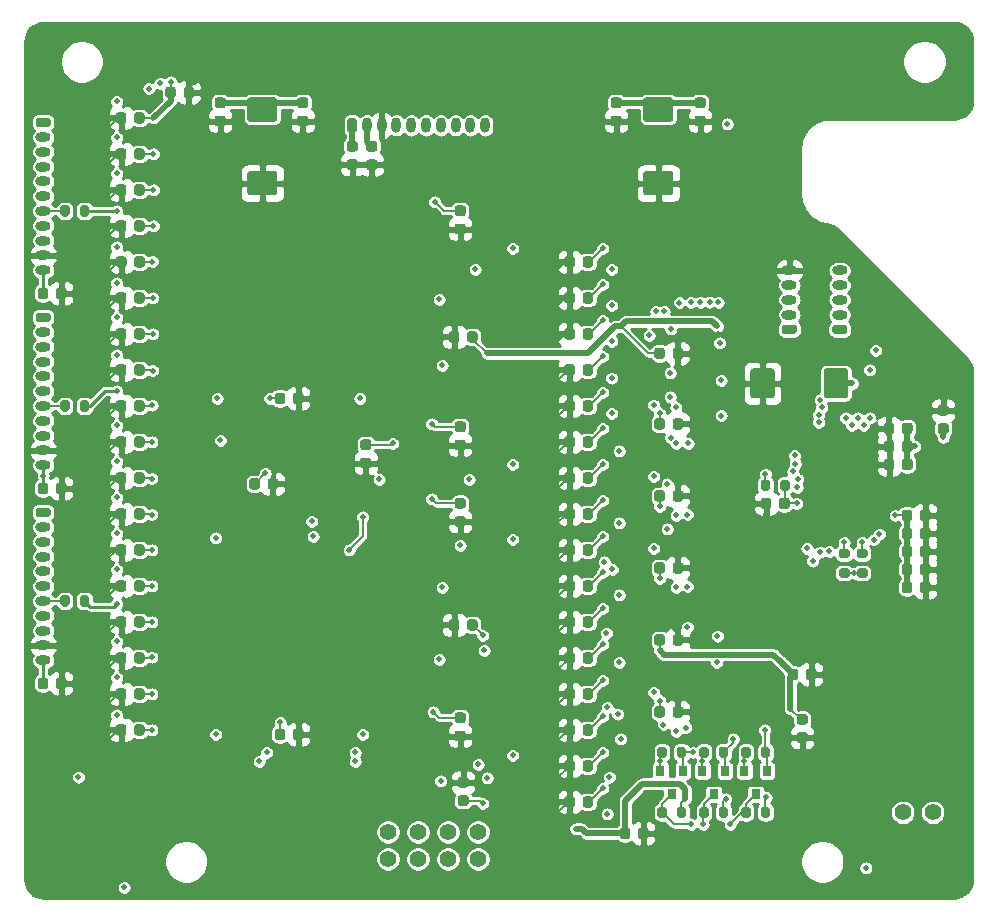
<source format=gbr>
%TF.GenerationSoftware,KiCad,Pcbnew,(5.1.10)-1*%
%TF.CreationDate,2023-08-20T09:24:49-05:00*%
%TF.ProjectId,brs_flight_computer,6272735f-666c-4696-9768-745f636f6d70,A*%
%TF.SameCoordinates,Original*%
%TF.FileFunction,Copper,L4,Bot*%
%TF.FilePolarity,Positive*%
%FSLAX46Y46*%
G04 Gerber Fmt 4.6, Leading zero omitted, Abs format (unit mm)*
G04 Created by KiCad (PCBNEW (5.1.10)-1) date 2023-08-20 09:24:49*
%MOMM*%
%LPD*%
G01*
G04 APERTURE LIST*
%TA.AperFunction,ComponentPad*%
%ADD10O,0.800000X1.300000*%
%TD*%
%TA.AperFunction,ComponentPad*%
%ADD11C,1.400000*%
%TD*%
%TA.AperFunction,ComponentPad*%
%ADD12O,1.300000X0.800000*%
%TD*%
%TA.AperFunction,SMDPad,CuDef*%
%ADD13R,0.800000X0.900000*%
%TD*%
%TA.AperFunction,ViaPad*%
%ADD14C,0.508000*%
%TD*%
%TA.AperFunction,Conductor*%
%ADD15C,0.152400*%
%TD*%
%TA.AperFunction,Conductor*%
%ADD16C,0.508000*%
%TD*%
%TA.AperFunction,Conductor*%
%ADD17C,0.254000*%
%TD*%
%TA.AperFunction,Conductor*%
%ADD18C,0.100000*%
%TD*%
G04 APERTURE END LIST*
%TO.P,C29,2*%
%TO.N,GND*%
%TA.AperFunction,SMDPad,CuDef*%
G36*
G01*
X116403000Y-126742000D02*
X116403000Y-126242000D01*
G75*
G02*
X116628000Y-126017000I225000J0D01*
G01*
X117078000Y-126017000D01*
G75*
G02*
X117303000Y-126242000I0J-225000D01*
G01*
X117303000Y-126742000D01*
G75*
G02*
X117078000Y-126967000I-225000J0D01*
G01*
X116628000Y-126967000D01*
G75*
G02*
X116403000Y-126742000I0J225000D01*
G01*
G37*
%TD.AperFunction*%
%TO.P,C29,1*%
%TO.N,VBUS*%
%TA.AperFunction,SMDPad,CuDef*%
G36*
G01*
X114853000Y-126742000D02*
X114853000Y-126242000D01*
G75*
G02*
X115078000Y-126017000I225000J0D01*
G01*
X115528000Y-126017000D01*
G75*
G02*
X115753000Y-126242000I0J-225000D01*
G01*
X115753000Y-126742000D01*
G75*
G02*
X115528000Y-126967000I-225000J0D01*
G01*
X115078000Y-126967000D01*
G75*
G02*
X114853000Y-126742000I0J225000D01*
G01*
G37*
%TD.AperFunction*%
%TD*%
%TO.P,C28,2*%
%TO.N,GND*%
%TA.AperFunction,SMDPad,CuDef*%
G36*
G01*
X116403000Y-93722000D02*
X116403000Y-93222000D01*
G75*
G02*
X116628000Y-92997000I225000J0D01*
G01*
X117078000Y-92997000D01*
G75*
G02*
X117303000Y-93222000I0J-225000D01*
G01*
X117303000Y-93722000D01*
G75*
G02*
X117078000Y-93947000I-225000J0D01*
G01*
X116628000Y-93947000D01*
G75*
G02*
X116403000Y-93722000I0J225000D01*
G01*
G37*
%TD.AperFunction*%
%TO.P,C28,1*%
%TO.N,VBUS*%
%TA.AperFunction,SMDPad,CuDef*%
G36*
G01*
X114853000Y-93722000D02*
X114853000Y-93222000D01*
G75*
G02*
X115078000Y-92997000I225000J0D01*
G01*
X115528000Y-92997000D01*
G75*
G02*
X115753000Y-93222000I0J-225000D01*
G01*
X115753000Y-93722000D01*
G75*
G02*
X115528000Y-93947000I-225000J0D01*
G01*
X115078000Y-93947000D01*
G75*
G02*
X114853000Y-93722000I0J225000D01*
G01*
G37*
%TD.AperFunction*%
%TD*%
%TO.P,C17,2*%
%TO.N,GND*%
%TA.AperFunction,SMDPad,CuDef*%
G36*
G01*
X116403000Y-110232000D02*
X116403000Y-109732000D01*
G75*
G02*
X116628000Y-109507000I225000J0D01*
G01*
X117078000Y-109507000D01*
G75*
G02*
X117303000Y-109732000I0J-225000D01*
G01*
X117303000Y-110232000D01*
G75*
G02*
X117078000Y-110457000I-225000J0D01*
G01*
X116628000Y-110457000D01*
G75*
G02*
X116403000Y-110232000I0J225000D01*
G01*
G37*
%TD.AperFunction*%
%TO.P,C17,1*%
%TO.N,VBUS*%
%TA.AperFunction,SMDPad,CuDef*%
G36*
G01*
X114853000Y-110232000D02*
X114853000Y-109732000D01*
G75*
G02*
X115078000Y-109507000I225000J0D01*
G01*
X115528000Y-109507000D01*
G75*
G02*
X115753000Y-109732000I0J-225000D01*
G01*
X115753000Y-110232000D01*
G75*
G02*
X115528000Y-110457000I-225000J0D01*
G01*
X115078000Y-110457000D01*
G75*
G02*
X114853000Y-110232000I0J225000D01*
G01*
G37*
%TD.AperFunction*%
%TD*%
D10*
%TO.P,J3,10*%
%TO.N,/Microcontroller/NC_V*%
X152728000Y-79248000D03*
%TO.P,J3,9*%
%TO.N,/Microcontroller/NO_V*%
X151478000Y-79248000D03*
%TO.P,J3,8*%
%TO.N,/Microcontroller/UNSET*%
X150228000Y-79248000D03*
%TO.P,J3,7*%
%TO.N,/Microcontroller/SET*%
X148978000Y-79248000D03*
%TO.P,J3,6*%
%TO.N,/Microcontroller/MAG_INT*%
X147728000Y-79248000D03*
%TO.P,J3,5*%
%TO.N,/Ground Switcher/SDA*%
X146478000Y-79248000D03*
%TO.P,J3,4*%
%TO.N,/Ground Switcher/SCL*%
X145228000Y-79248000D03*
%TO.P,J3,3*%
%TO.N,GND*%
X143978000Y-79248000D03*
%TO.P,J3,2*%
%TO.N,VPP*%
X142728000Y-79248000D03*
%TO.P,J3,1*%
%TO.N,VDDF*%
%TA.AperFunction,ComponentPad*%
G36*
G01*
X141078000Y-79698000D02*
X141078000Y-78798000D01*
G75*
G02*
X141278000Y-78598000I200000J0D01*
G01*
X141678000Y-78598000D01*
G75*
G02*
X141878000Y-78798000I0J-200000D01*
G01*
X141878000Y-79698000D01*
G75*
G02*
X141678000Y-79898000I-200000J0D01*
G01*
X141278000Y-79898000D01*
G75*
G02*
X141078000Y-79698000I0J200000D01*
G01*
G37*
%TD.AperFunction*%
%TD*%
D11*
%TO.P,TP24,2*%
%TO.N,Net-(R52-Pad2)*%
X188087000Y-137414000D03*
%TO.P,TP24,1*%
%TO.N,Net-(J5-Pad1)*%
X190627000Y-137414000D03*
%TD*%
%TO.P,TP17,2*%
%TO.N,Net-(R33-Pad1)*%
X152146000Y-141351000D03*
%TO.P,TP17,1*%
%TO.N,P3_CP*%
X149606000Y-141351000D03*
%TD*%
%TO.P,TP16,2*%
%TO.N,Net-(R32-Pad2)*%
X147066000Y-141351000D03*
%TO.P,TP16,1*%
%TO.N,P2_CP*%
X144526000Y-141351000D03*
%TD*%
%TO.P,TP7,2*%
%TO.N,Net-(R17-Pad1)*%
X147066000Y-139065000D03*
%TO.P,TP7,1*%
%TO.N,P1_CP*%
X144526000Y-139065000D03*
%TD*%
%TO.P,TP6,2*%
%TO.N,Net-(R16-Pad2)*%
X152146000Y-139065000D03*
%TO.P,TP6,1*%
%TO.N,/Curve Tracer/GAAS_POS*%
X149606000Y-139065000D03*
%TD*%
D12*
%TO.P,J2,5*%
%TO.N,GND*%
X178498500Y-91520000D03*
%TO.P,J2,4*%
%TO.N,PAYLOAD_RST*%
X178498500Y-92770000D03*
%TO.P,J2,3*%
%TO.N,TEST*%
X178498500Y-94020000D03*
%TO.P,J2,2*%
%TO.N,TCK*%
X178498500Y-95270000D03*
%TO.P,J2,1*%
%TO.N,TMS*%
%TA.AperFunction,ComponentPad*%
G36*
G01*
X178948500Y-96920000D02*
X178048500Y-96920000D01*
G75*
G02*
X177848500Y-96720000I0J200000D01*
G01*
X177848500Y-96320000D01*
G75*
G02*
X178048500Y-96120000I200000J0D01*
G01*
X178948500Y-96120000D01*
G75*
G02*
X179148500Y-96320000I0J-200000D01*
G01*
X179148500Y-96720000D01*
G75*
G02*
X178948500Y-96920000I-200000J0D01*
G01*
G37*
%TD.AperFunction*%
%TD*%
%TO.P,J1,5*%
%TO.N,TDI*%
X182753000Y-91520000D03*
%TO.P,J1,4*%
%TO.N,TDO*%
X182753000Y-92770000D03*
%TO.P,J1,3*%
%TO.N,TX_OUT*%
X182753000Y-94020000D03*
%TO.P,J1,2*%
%TO.N,RX_IN*%
X182753000Y-95270000D03*
%TO.P,J1,1*%
%TO.N,+3V3*%
%TA.AperFunction,ComponentPad*%
G36*
G01*
X183203000Y-96920000D02*
X182303000Y-96920000D01*
G75*
G02*
X182103000Y-96720000I0J200000D01*
G01*
X182103000Y-96320000D01*
G75*
G02*
X182303000Y-96120000I200000J0D01*
G01*
X183203000Y-96120000D01*
G75*
G02*
X183403000Y-96320000I0J-200000D01*
G01*
X183403000Y-96720000D01*
G75*
G02*
X183203000Y-96920000I-200000J0D01*
G01*
G37*
%TD.AperFunction*%
%TD*%
%TO.P,J14,11*%
%TO.N,VBUS*%
X115316000Y-108004000D03*
%TO.P,J14,10*%
%TO.N,GND*%
X115316000Y-106754000D03*
%TO.P,J14,9*%
%TO.N,/Ground Switcher/SCL*%
X115316000Y-105504000D03*
%TO.P,J14,8*%
%TO.N,/Ground Switcher/SDA*%
X115316000Y-104254000D03*
%TO.P,J14,7*%
%TO.N,P2_CP*%
X115316000Y-103004000D03*
%TO.P,J14,6*%
%TO.N,P2_P1*%
X115316000Y-101754000D03*
%TO.P,J14,5*%
%TO.N,P2_P2*%
X115316000Y-100504000D03*
%TO.P,J14,4*%
%TO.N,P2_P3*%
X115316000Y-99254000D03*
%TO.P,J14,3*%
%TO.N,P2_P6*%
X115316000Y-98004000D03*
%TO.P,J14,2*%
%TO.N,P2_P5*%
X115316000Y-96754000D03*
%TO.P,J14,1*%
%TO.N,P2_P4*%
%TA.AperFunction,ComponentPad*%
G36*
G01*
X114866000Y-95104000D02*
X115766000Y-95104000D01*
G75*
G02*
X115966000Y-95304000I0J-200000D01*
G01*
X115966000Y-95704000D01*
G75*
G02*
X115766000Y-95904000I-200000J0D01*
G01*
X114866000Y-95904000D01*
G75*
G02*
X114666000Y-95704000I0J200000D01*
G01*
X114666000Y-95304000D01*
G75*
G02*
X114866000Y-95104000I200000J0D01*
G01*
G37*
%TD.AperFunction*%
%TD*%
%TO.P,J13,11*%
%TO.N,VBUS*%
X115316000Y-91494000D03*
%TO.P,J13,10*%
%TO.N,GND*%
X115316000Y-90244000D03*
%TO.P,J13,9*%
%TO.N,/Ground Switcher/SCL*%
X115316000Y-88994000D03*
%TO.P,J13,8*%
%TO.N,/Ground Switcher/SDA*%
X115316000Y-87744000D03*
%TO.P,J13,7*%
%TO.N,P1_CP*%
X115316000Y-86494000D03*
%TO.P,J13,6*%
%TO.N,P1_P1*%
X115316000Y-85244000D03*
%TO.P,J13,5*%
%TO.N,P1_P2*%
X115316000Y-83994000D03*
%TO.P,J13,4*%
%TO.N,P1_P3*%
X115316000Y-82744000D03*
%TO.P,J13,3*%
%TO.N,P1_P6*%
X115316000Y-81494000D03*
%TO.P,J13,2*%
%TO.N,P1_P5*%
X115316000Y-80244000D03*
%TO.P,J13,1*%
%TO.N,P1_P4*%
%TA.AperFunction,ComponentPad*%
G36*
G01*
X114866000Y-78594000D02*
X115766000Y-78594000D01*
G75*
G02*
X115966000Y-78794000I0J-200000D01*
G01*
X115966000Y-79194000D01*
G75*
G02*
X115766000Y-79394000I-200000J0D01*
G01*
X114866000Y-79394000D01*
G75*
G02*
X114666000Y-79194000I0J200000D01*
G01*
X114666000Y-78794000D01*
G75*
G02*
X114866000Y-78594000I200000J0D01*
G01*
G37*
%TD.AperFunction*%
%TD*%
%TO.P,J10,11*%
%TO.N,VBUS*%
X115316000Y-124514000D03*
%TO.P,J10,10*%
%TO.N,GND*%
X115316000Y-123264000D03*
%TO.P,J10,9*%
%TO.N,/Ground Switcher/SCL*%
X115316000Y-122014000D03*
%TO.P,J10,8*%
%TO.N,/Ground Switcher/SDA*%
X115316000Y-120764000D03*
%TO.P,J10,7*%
%TO.N,P3_CP*%
X115316000Y-119514000D03*
%TO.P,J10,6*%
%TO.N,P3_P1*%
X115316000Y-118264000D03*
%TO.P,J10,5*%
%TO.N,P3_P2*%
X115316000Y-117014000D03*
%TO.P,J10,4*%
%TO.N,P3_P3*%
X115316000Y-115764000D03*
%TO.P,J10,3*%
%TO.N,P3_P6*%
X115316000Y-114514000D03*
%TO.P,J10,2*%
%TO.N,P3_P5*%
X115316000Y-113264000D03*
%TO.P,J10,1*%
%TO.N,P3_P4*%
%TA.AperFunction,ComponentPad*%
G36*
G01*
X114866000Y-111614000D02*
X115766000Y-111614000D01*
G75*
G02*
X115966000Y-111814000I0J-200000D01*
G01*
X115966000Y-112214000D01*
G75*
G02*
X115766000Y-112414000I-200000J0D01*
G01*
X114866000Y-112414000D01*
G75*
G02*
X114666000Y-112214000I0J200000D01*
G01*
X114666000Y-111814000D01*
G75*
G02*
X114866000Y-111614000I200000J0D01*
G01*
G37*
%TD.AperFunction*%
%TD*%
%TO.P,R80,2*%
%TO.N,+5V*%
%TA.AperFunction,SMDPad,CuDef*%
G36*
G01*
X168954000Y-137689000D02*
X168954000Y-137139000D01*
G75*
G02*
X169154000Y-136939000I200000J0D01*
G01*
X169554000Y-136939000D01*
G75*
G02*
X169754000Y-137139000I0J-200000D01*
G01*
X169754000Y-137689000D01*
G75*
G02*
X169554000Y-137889000I-200000J0D01*
G01*
X169154000Y-137889000D01*
G75*
G02*
X168954000Y-137689000I0J200000D01*
G01*
G37*
%TD.AperFunction*%
%TO.P,R80,1*%
%TO.N,Net-(J21-Pad2)*%
%TA.AperFunction,SMDPad,CuDef*%
G36*
G01*
X167304000Y-137689000D02*
X167304000Y-137139000D01*
G75*
G02*
X167504000Y-136939000I200000J0D01*
G01*
X167904000Y-136939000D01*
G75*
G02*
X168104000Y-137139000I0J-200000D01*
G01*
X168104000Y-137689000D01*
G75*
G02*
X167904000Y-137889000I-200000J0D01*
G01*
X167504000Y-137889000D01*
G75*
G02*
X167304000Y-137689000I0J200000D01*
G01*
G37*
%TD.AperFunction*%
%TD*%
%TO.P,R78,2*%
%TO.N,+3V3*%
%TA.AperFunction,SMDPad,CuDef*%
G36*
G01*
X168104000Y-132059000D02*
X168104000Y-132609000D01*
G75*
G02*
X167904000Y-132809000I-200000J0D01*
G01*
X167504000Y-132809000D01*
G75*
G02*
X167304000Y-132609000I0J200000D01*
G01*
X167304000Y-132059000D01*
G75*
G02*
X167504000Y-131859000I200000J0D01*
G01*
X167904000Y-131859000D01*
G75*
G02*
X168104000Y-132059000I0J-200000D01*
G01*
G37*
%TD.AperFunction*%
%TO.P,R78,1*%
%TO.N,/EPS Connections/RX*%
%TA.AperFunction,SMDPad,CuDef*%
G36*
G01*
X169754000Y-132059000D02*
X169754000Y-132609000D01*
G75*
G02*
X169554000Y-132809000I-200000J0D01*
G01*
X169154000Y-132809000D01*
G75*
G02*
X168954000Y-132609000I0J200000D01*
G01*
X168954000Y-132059000D01*
G75*
G02*
X169154000Y-131859000I200000J0D01*
G01*
X169554000Y-131859000D01*
G75*
G02*
X169754000Y-132059000I0J-200000D01*
G01*
G37*
%TD.AperFunction*%
%TD*%
%TO.P,R77,2*%
%TO.N,+5V*%
%TA.AperFunction,SMDPad,CuDef*%
G36*
G01*
X172510000Y-137689000D02*
X172510000Y-137139000D01*
G75*
G02*
X172710000Y-136939000I200000J0D01*
G01*
X173110000Y-136939000D01*
G75*
G02*
X173310000Y-137139000I0J-200000D01*
G01*
X173310000Y-137689000D01*
G75*
G02*
X173110000Y-137889000I-200000J0D01*
G01*
X172710000Y-137889000D01*
G75*
G02*
X172510000Y-137689000I0J200000D01*
G01*
G37*
%TD.AperFunction*%
%TO.P,R77,1*%
%TO.N,Net-(J21-Pad3)*%
%TA.AperFunction,SMDPad,CuDef*%
G36*
G01*
X170860000Y-137689000D02*
X170860000Y-137139000D01*
G75*
G02*
X171060000Y-136939000I200000J0D01*
G01*
X171460000Y-136939000D01*
G75*
G02*
X171660000Y-137139000I0J-200000D01*
G01*
X171660000Y-137689000D01*
G75*
G02*
X171460000Y-137889000I-200000J0D01*
G01*
X171060000Y-137889000D01*
G75*
G02*
X170860000Y-137689000I0J200000D01*
G01*
G37*
%TD.AperFunction*%
%TD*%
%TO.P,R76,2*%
%TO.N,+3V3*%
%TA.AperFunction,SMDPad,CuDef*%
G36*
G01*
X171660000Y-132059000D02*
X171660000Y-132609000D01*
G75*
G02*
X171460000Y-132809000I-200000J0D01*
G01*
X171060000Y-132809000D01*
G75*
G02*
X170860000Y-132609000I0J200000D01*
G01*
X170860000Y-132059000D01*
G75*
G02*
X171060000Y-131859000I200000J0D01*
G01*
X171460000Y-131859000D01*
G75*
G02*
X171660000Y-132059000I0J-200000D01*
G01*
G37*
%TD.AperFunction*%
%TO.P,R76,1*%
%TO.N,/EPS Connections/TX*%
%TA.AperFunction,SMDPad,CuDef*%
G36*
G01*
X173310000Y-132059000D02*
X173310000Y-132609000D01*
G75*
G02*
X173110000Y-132809000I-200000J0D01*
G01*
X172710000Y-132809000D01*
G75*
G02*
X172510000Y-132609000I0J200000D01*
G01*
X172510000Y-132059000D01*
G75*
G02*
X172710000Y-131859000I200000J0D01*
G01*
X173110000Y-131859000D01*
G75*
G02*
X173310000Y-132059000I0J-200000D01*
G01*
G37*
%TD.AperFunction*%
%TD*%
%TO.P,R75,2*%
%TO.N,+5V*%
%TA.AperFunction,SMDPad,CuDef*%
G36*
G01*
X176066000Y-137689000D02*
X176066000Y-137139000D01*
G75*
G02*
X176266000Y-136939000I200000J0D01*
G01*
X176666000Y-136939000D01*
G75*
G02*
X176866000Y-137139000I0J-200000D01*
G01*
X176866000Y-137689000D01*
G75*
G02*
X176666000Y-137889000I-200000J0D01*
G01*
X176266000Y-137889000D01*
G75*
G02*
X176066000Y-137689000I0J200000D01*
G01*
G37*
%TD.AperFunction*%
%TO.P,R75,1*%
%TO.N,Net-(J21-Pad4)*%
%TA.AperFunction,SMDPad,CuDef*%
G36*
G01*
X174416000Y-137689000D02*
X174416000Y-137139000D01*
G75*
G02*
X174616000Y-136939000I200000J0D01*
G01*
X175016000Y-136939000D01*
G75*
G02*
X175216000Y-137139000I0J-200000D01*
G01*
X175216000Y-137689000D01*
G75*
G02*
X175016000Y-137889000I-200000J0D01*
G01*
X174616000Y-137889000D01*
G75*
G02*
X174416000Y-137689000I0J200000D01*
G01*
G37*
%TD.AperFunction*%
%TD*%
%TO.P,R74,2*%
%TO.N,+3V3*%
%TA.AperFunction,SMDPad,CuDef*%
G36*
G01*
X175216000Y-132059000D02*
X175216000Y-132609000D01*
G75*
G02*
X175016000Y-132809000I-200000J0D01*
G01*
X174616000Y-132809000D01*
G75*
G02*
X174416000Y-132609000I0J200000D01*
G01*
X174416000Y-132059000D01*
G75*
G02*
X174616000Y-131859000I200000J0D01*
G01*
X175016000Y-131859000D01*
G75*
G02*
X175216000Y-132059000I0J-200000D01*
G01*
G37*
%TD.AperFunction*%
%TO.P,R74,1*%
%TO.N,/EPS Connections/BUSY*%
%TA.AperFunction,SMDPad,CuDef*%
G36*
G01*
X176866000Y-132059000D02*
X176866000Y-132609000D01*
G75*
G02*
X176666000Y-132809000I-200000J0D01*
G01*
X176266000Y-132809000D01*
G75*
G02*
X176066000Y-132609000I0J200000D01*
G01*
X176066000Y-132059000D01*
G75*
G02*
X176266000Y-131859000I200000J0D01*
G01*
X176666000Y-131859000D01*
G75*
G02*
X176866000Y-132059000I0J-200000D01*
G01*
G37*
%TD.AperFunction*%
%TD*%
%TO.P,R73,2*%
%TO.N,Net-(R73-Pad2)*%
%TA.AperFunction,SMDPad,CuDef*%
G36*
G01*
X118408000Y-119782000D02*
X118408000Y-119232000D01*
G75*
G02*
X118608000Y-119032000I200000J0D01*
G01*
X119008000Y-119032000D01*
G75*
G02*
X119208000Y-119232000I0J-200000D01*
G01*
X119208000Y-119782000D01*
G75*
G02*
X119008000Y-119982000I-200000J0D01*
G01*
X118608000Y-119982000D01*
G75*
G02*
X118408000Y-119782000I0J200000D01*
G01*
G37*
%TD.AperFunction*%
%TO.P,R73,1*%
%TO.N,P3_CP*%
%TA.AperFunction,SMDPad,CuDef*%
G36*
G01*
X116758000Y-119782000D02*
X116758000Y-119232000D01*
G75*
G02*
X116958000Y-119032000I200000J0D01*
G01*
X117358000Y-119032000D01*
G75*
G02*
X117558000Y-119232000I0J-200000D01*
G01*
X117558000Y-119782000D01*
G75*
G02*
X117358000Y-119982000I-200000J0D01*
G01*
X116958000Y-119982000D01*
G75*
G02*
X116758000Y-119782000I0J200000D01*
G01*
G37*
%TD.AperFunction*%
%TD*%
%TO.P,R72,2*%
%TO.N,Net-(R72-Pad2)*%
%TA.AperFunction,SMDPad,CuDef*%
G36*
G01*
X118408000Y-103272000D02*
X118408000Y-102722000D01*
G75*
G02*
X118608000Y-102522000I200000J0D01*
G01*
X119008000Y-102522000D01*
G75*
G02*
X119208000Y-102722000I0J-200000D01*
G01*
X119208000Y-103272000D01*
G75*
G02*
X119008000Y-103472000I-200000J0D01*
G01*
X118608000Y-103472000D01*
G75*
G02*
X118408000Y-103272000I0J200000D01*
G01*
G37*
%TD.AperFunction*%
%TO.P,R72,1*%
%TO.N,P2_CP*%
%TA.AperFunction,SMDPad,CuDef*%
G36*
G01*
X116758000Y-103272000D02*
X116758000Y-102722000D01*
G75*
G02*
X116958000Y-102522000I200000J0D01*
G01*
X117358000Y-102522000D01*
G75*
G02*
X117558000Y-102722000I0J-200000D01*
G01*
X117558000Y-103272000D01*
G75*
G02*
X117358000Y-103472000I-200000J0D01*
G01*
X116958000Y-103472000D01*
G75*
G02*
X116758000Y-103272000I0J200000D01*
G01*
G37*
%TD.AperFunction*%
%TD*%
%TO.P,R71,2*%
%TO.N,Net-(R71-Pad2)*%
%TA.AperFunction,SMDPad,CuDef*%
G36*
G01*
X118408000Y-86762000D02*
X118408000Y-86212000D01*
G75*
G02*
X118608000Y-86012000I200000J0D01*
G01*
X119008000Y-86012000D01*
G75*
G02*
X119208000Y-86212000I0J-200000D01*
G01*
X119208000Y-86762000D01*
G75*
G02*
X119008000Y-86962000I-200000J0D01*
G01*
X118608000Y-86962000D01*
G75*
G02*
X118408000Y-86762000I0J200000D01*
G01*
G37*
%TD.AperFunction*%
%TO.P,R71,1*%
%TO.N,P1_CP*%
%TA.AperFunction,SMDPad,CuDef*%
G36*
G01*
X116758000Y-86762000D02*
X116758000Y-86212000D01*
G75*
G02*
X116958000Y-86012000I200000J0D01*
G01*
X117358000Y-86012000D01*
G75*
G02*
X117558000Y-86212000I0J-200000D01*
G01*
X117558000Y-86762000D01*
G75*
G02*
X117358000Y-86962000I-200000J0D01*
G01*
X116958000Y-86962000D01*
G75*
G02*
X116758000Y-86762000I0J200000D01*
G01*
G37*
%TD.AperFunction*%
%TD*%
%TO.P,R3,2*%
%TO.N,+3V3*%
%TA.AperFunction,SMDPad,CuDef*%
G36*
G01*
X176867000Y-109453000D02*
X176867000Y-110003000D01*
G75*
G02*
X176667000Y-110203000I-200000J0D01*
G01*
X176267000Y-110203000D01*
G75*
G02*
X176067000Y-110003000I0J200000D01*
G01*
X176067000Y-109453000D01*
G75*
G02*
X176267000Y-109253000I200000J0D01*
G01*
X176667000Y-109253000D01*
G75*
G02*
X176867000Y-109453000I0J-200000D01*
G01*
G37*
%TD.AperFunction*%
%TO.P,R3,1*%
%TO.N,PAYLOAD_RST*%
%TA.AperFunction,SMDPad,CuDef*%
G36*
G01*
X178517000Y-109453000D02*
X178517000Y-110003000D01*
G75*
G02*
X178317000Y-110203000I-200000J0D01*
G01*
X177917000Y-110203000D01*
G75*
G02*
X177717000Y-110003000I0J200000D01*
G01*
X177717000Y-109453000D01*
G75*
G02*
X177917000Y-109253000I200000J0D01*
G01*
X178317000Y-109253000D01*
G75*
G02*
X178517000Y-109453000I0J-200000D01*
G01*
G37*
%TD.AperFunction*%
%TD*%
%TO.P,R2,2*%
%TO.N,+3V3*%
%TA.AperFunction,SMDPad,CuDef*%
G36*
G01*
X184383000Y-116757000D02*
X184933000Y-116757000D01*
G75*
G02*
X185133000Y-116957000I0J-200000D01*
G01*
X185133000Y-117357000D01*
G75*
G02*
X184933000Y-117557000I-200000J0D01*
G01*
X184383000Y-117557000D01*
G75*
G02*
X184183000Y-117357000I0J200000D01*
G01*
X184183000Y-116957000D01*
G75*
G02*
X184383000Y-116757000I200000J0D01*
G01*
G37*
%TD.AperFunction*%
%TO.P,R2,1*%
%TO.N,/Ground Switcher/SCL*%
%TA.AperFunction,SMDPad,CuDef*%
G36*
G01*
X184383000Y-115107000D02*
X184933000Y-115107000D01*
G75*
G02*
X185133000Y-115307000I0J-200000D01*
G01*
X185133000Y-115707000D01*
G75*
G02*
X184933000Y-115907000I-200000J0D01*
G01*
X184383000Y-115907000D01*
G75*
G02*
X184183000Y-115707000I0J200000D01*
G01*
X184183000Y-115307000D01*
G75*
G02*
X184383000Y-115107000I200000J0D01*
G01*
G37*
%TD.AperFunction*%
%TD*%
%TO.P,R1,2*%
%TO.N,+3V3*%
%TA.AperFunction,SMDPad,CuDef*%
G36*
G01*
X182859000Y-116757000D02*
X183409000Y-116757000D01*
G75*
G02*
X183609000Y-116957000I0J-200000D01*
G01*
X183609000Y-117357000D01*
G75*
G02*
X183409000Y-117557000I-200000J0D01*
G01*
X182859000Y-117557000D01*
G75*
G02*
X182659000Y-117357000I0J200000D01*
G01*
X182659000Y-116957000D01*
G75*
G02*
X182859000Y-116757000I200000J0D01*
G01*
G37*
%TD.AperFunction*%
%TO.P,R1,1*%
%TO.N,/Ground Switcher/SDA*%
%TA.AperFunction,SMDPad,CuDef*%
G36*
G01*
X182859000Y-115107000D02*
X183409000Y-115107000D01*
G75*
G02*
X183609000Y-115307000I0J-200000D01*
G01*
X183609000Y-115707000D01*
G75*
G02*
X183409000Y-115907000I-200000J0D01*
G01*
X182859000Y-115907000D01*
G75*
G02*
X182659000Y-115707000I0J200000D01*
G01*
X182659000Y-115307000D01*
G75*
G02*
X182859000Y-115107000I200000J0D01*
G01*
G37*
%TD.AperFunction*%
%TD*%
D13*
%TO.P,Q3,3*%
%TO.N,Net-(J21-Pad2)*%
X168529000Y-135890000D03*
%TO.P,Q3,2*%
%TO.N,/EPS Connections/RX*%
X169479000Y-133890000D03*
%TO.P,Q3,1*%
%TO.N,+3V3*%
X167579000Y-133890000D03*
%TD*%
%TO.P,Q2,3*%
%TO.N,Net-(J21-Pad3)*%
X172085000Y-135890000D03*
%TO.P,Q2,2*%
%TO.N,/EPS Connections/TX*%
X173035000Y-133890000D03*
%TO.P,Q2,1*%
%TO.N,+3V3*%
X171135000Y-133890000D03*
%TD*%
%TO.P,Q1,3*%
%TO.N,Net-(J21-Pad4)*%
X175641000Y-135890000D03*
%TO.P,Q1,2*%
%TO.N,/EPS Connections/BUSY*%
X176591000Y-133890000D03*
%TO.P,Q1,1*%
%TO.N,+3V3*%
X174691000Y-133890000D03*
%TD*%
%TO.P,C110,2*%
%TO.N,GND*%
%TA.AperFunction,SMDPad,CuDef*%
G36*
G01*
X163580000Y-78430000D02*
X164080000Y-78430000D01*
G75*
G02*
X164305000Y-78655000I0J-225000D01*
G01*
X164305000Y-79105000D01*
G75*
G02*
X164080000Y-79330000I-225000J0D01*
G01*
X163580000Y-79330000D01*
G75*
G02*
X163355000Y-79105000I0J225000D01*
G01*
X163355000Y-78655000D01*
G75*
G02*
X163580000Y-78430000I225000J0D01*
G01*
G37*
%TD.AperFunction*%
%TO.P,C110,1*%
%TO.N,+3V3*%
%TA.AperFunction,SMDPad,CuDef*%
G36*
G01*
X163580000Y-76880000D02*
X164080000Y-76880000D01*
G75*
G02*
X164305000Y-77105000I0J-225000D01*
G01*
X164305000Y-77555000D01*
G75*
G02*
X164080000Y-77780000I-225000J0D01*
G01*
X163580000Y-77780000D01*
G75*
G02*
X163355000Y-77555000I0J225000D01*
G01*
X163355000Y-77105000D01*
G75*
G02*
X163580000Y-76880000I225000J0D01*
G01*
G37*
%TD.AperFunction*%
%TD*%
%TO.P,C109,2*%
%TO.N,GND*%
%TA.AperFunction,SMDPad,CuDef*%
G36*
G01*
X170692000Y-78430000D02*
X171192000Y-78430000D01*
G75*
G02*
X171417000Y-78655000I0J-225000D01*
G01*
X171417000Y-79105000D01*
G75*
G02*
X171192000Y-79330000I-225000J0D01*
G01*
X170692000Y-79330000D01*
G75*
G02*
X170467000Y-79105000I0J225000D01*
G01*
X170467000Y-78655000D01*
G75*
G02*
X170692000Y-78430000I225000J0D01*
G01*
G37*
%TD.AperFunction*%
%TO.P,C109,1*%
%TO.N,+3V3*%
%TA.AperFunction,SMDPad,CuDef*%
G36*
G01*
X170692000Y-76880000D02*
X171192000Y-76880000D01*
G75*
G02*
X171417000Y-77105000I0J-225000D01*
G01*
X171417000Y-77555000D01*
G75*
G02*
X171192000Y-77780000I-225000J0D01*
G01*
X170692000Y-77780000D01*
G75*
G02*
X170467000Y-77555000I0J225000D01*
G01*
X170467000Y-77105000D01*
G75*
G02*
X170692000Y-76880000I225000J0D01*
G01*
G37*
%TD.AperFunction*%
%TD*%
%TO.P,C108,2*%
%TO.N,GND*%
%TA.AperFunction,SMDPad,CuDef*%
G36*
G01*
X166361000Y-83101000D02*
X168411000Y-83101000D01*
G75*
G02*
X168661000Y-83351000I0J-250000D01*
G01*
X168661000Y-84926000D01*
G75*
G02*
X168411000Y-85176000I-250000J0D01*
G01*
X166361000Y-85176000D01*
G75*
G02*
X166111000Y-84926000I0J250000D01*
G01*
X166111000Y-83351000D01*
G75*
G02*
X166361000Y-83101000I250000J0D01*
G01*
G37*
%TD.AperFunction*%
%TO.P,C108,1*%
%TO.N,+3V3*%
%TA.AperFunction,SMDPad,CuDef*%
G36*
G01*
X166361000Y-76876000D02*
X168411000Y-76876000D01*
G75*
G02*
X168661000Y-77126000I0J-250000D01*
G01*
X168661000Y-78701000D01*
G75*
G02*
X168411000Y-78951000I-250000J0D01*
G01*
X166361000Y-78951000D01*
G75*
G02*
X166111000Y-78701000I0J250000D01*
G01*
X166111000Y-77126000D01*
G75*
G02*
X166361000Y-76876000I250000J0D01*
G01*
G37*
%TD.AperFunction*%
%TD*%
%TO.P,C107,2*%
%TO.N,GND*%
%TA.AperFunction,SMDPad,CuDef*%
G36*
G01*
X130052000Y-78430000D02*
X130552000Y-78430000D01*
G75*
G02*
X130777000Y-78655000I0J-225000D01*
G01*
X130777000Y-79105000D01*
G75*
G02*
X130552000Y-79330000I-225000J0D01*
G01*
X130052000Y-79330000D01*
G75*
G02*
X129827000Y-79105000I0J225000D01*
G01*
X129827000Y-78655000D01*
G75*
G02*
X130052000Y-78430000I225000J0D01*
G01*
G37*
%TD.AperFunction*%
%TO.P,C107,1*%
%TO.N,VBUS*%
%TA.AperFunction,SMDPad,CuDef*%
G36*
G01*
X130052000Y-76880000D02*
X130552000Y-76880000D01*
G75*
G02*
X130777000Y-77105000I0J-225000D01*
G01*
X130777000Y-77555000D01*
G75*
G02*
X130552000Y-77780000I-225000J0D01*
G01*
X130052000Y-77780000D01*
G75*
G02*
X129827000Y-77555000I0J225000D01*
G01*
X129827000Y-77105000D01*
G75*
G02*
X130052000Y-76880000I225000J0D01*
G01*
G37*
%TD.AperFunction*%
%TD*%
%TO.P,C106,2*%
%TO.N,GND*%
%TA.AperFunction,SMDPad,CuDef*%
G36*
G01*
X137037000Y-78430000D02*
X137537000Y-78430000D01*
G75*
G02*
X137762000Y-78655000I0J-225000D01*
G01*
X137762000Y-79105000D01*
G75*
G02*
X137537000Y-79330000I-225000J0D01*
G01*
X137037000Y-79330000D01*
G75*
G02*
X136812000Y-79105000I0J225000D01*
G01*
X136812000Y-78655000D01*
G75*
G02*
X137037000Y-78430000I225000J0D01*
G01*
G37*
%TD.AperFunction*%
%TO.P,C106,1*%
%TO.N,VBUS*%
%TA.AperFunction,SMDPad,CuDef*%
G36*
G01*
X137037000Y-76880000D02*
X137537000Y-76880000D01*
G75*
G02*
X137762000Y-77105000I0J-225000D01*
G01*
X137762000Y-77555000D01*
G75*
G02*
X137537000Y-77780000I-225000J0D01*
G01*
X137037000Y-77780000D01*
G75*
G02*
X136812000Y-77555000I0J225000D01*
G01*
X136812000Y-77105000D01*
G75*
G02*
X137037000Y-76880000I225000J0D01*
G01*
G37*
%TD.AperFunction*%
%TD*%
%TO.P,C105,2*%
%TO.N,GND*%
%TA.AperFunction,SMDPad,CuDef*%
G36*
G01*
X132833000Y-83101000D02*
X134883000Y-83101000D01*
G75*
G02*
X135133000Y-83351000I0J-250000D01*
G01*
X135133000Y-84926000D01*
G75*
G02*
X134883000Y-85176000I-250000J0D01*
G01*
X132833000Y-85176000D01*
G75*
G02*
X132583000Y-84926000I0J250000D01*
G01*
X132583000Y-83351000D01*
G75*
G02*
X132833000Y-83101000I250000J0D01*
G01*
G37*
%TD.AperFunction*%
%TO.P,C105,1*%
%TO.N,VBUS*%
%TA.AperFunction,SMDPad,CuDef*%
G36*
G01*
X132833000Y-76876000D02*
X134883000Y-76876000D01*
G75*
G02*
X135133000Y-77126000I0J-250000D01*
G01*
X135133000Y-78701000D01*
G75*
G02*
X134883000Y-78951000I-250000J0D01*
G01*
X132833000Y-78951000D01*
G75*
G02*
X132583000Y-78701000I0J250000D01*
G01*
X132583000Y-77126000D01*
G75*
G02*
X132833000Y-76876000I250000J0D01*
G01*
G37*
%TD.AperFunction*%
%TD*%
%TO.P,C104,2*%
%TO.N,GND*%
%TA.AperFunction,SMDPad,CuDef*%
G36*
G01*
X165679000Y-139442000D02*
X165679000Y-138942000D01*
G75*
G02*
X165904000Y-138717000I225000J0D01*
G01*
X166354000Y-138717000D01*
G75*
G02*
X166579000Y-138942000I0J-225000D01*
G01*
X166579000Y-139442000D01*
G75*
G02*
X166354000Y-139667000I-225000J0D01*
G01*
X165904000Y-139667000D01*
G75*
G02*
X165679000Y-139442000I0J225000D01*
G01*
G37*
%TD.AperFunction*%
%TO.P,C104,1*%
%TO.N,+5V*%
%TA.AperFunction,SMDPad,CuDef*%
G36*
G01*
X164129000Y-139442000D02*
X164129000Y-138942000D01*
G75*
G02*
X164354000Y-138717000I225000J0D01*
G01*
X164804000Y-138717000D01*
G75*
G02*
X165029000Y-138942000I0J-225000D01*
G01*
X165029000Y-139442000D01*
G75*
G02*
X164804000Y-139667000I-225000J0D01*
G01*
X164354000Y-139667000D01*
G75*
G02*
X164129000Y-139442000I0J225000D01*
G01*
G37*
%TD.AperFunction*%
%TD*%
%TO.P,C101,2*%
%TO.N,GND*%
%TA.AperFunction,SMDPad,CuDef*%
G36*
G01*
X142879000Y-82126000D02*
X143379000Y-82126000D01*
G75*
G02*
X143604000Y-82351000I0J-225000D01*
G01*
X143604000Y-82801000D01*
G75*
G02*
X143379000Y-83026000I-225000J0D01*
G01*
X142879000Y-83026000D01*
G75*
G02*
X142654000Y-82801000I0J225000D01*
G01*
X142654000Y-82351000D01*
G75*
G02*
X142879000Y-82126000I225000J0D01*
G01*
G37*
%TD.AperFunction*%
%TO.P,C101,1*%
%TO.N,VPP*%
%TA.AperFunction,SMDPad,CuDef*%
G36*
G01*
X142879000Y-80576000D02*
X143379000Y-80576000D01*
G75*
G02*
X143604000Y-80801000I0J-225000D01*
G01*
X143604000Y-81251000D01*
G75*
G02*
X143379000Y-81476000I-225000J0D01*
G01*
X142879000Y-81476000D01*
G75*
G02*
X142654000Y-81251000I0J225000D01*
G01*
X142654000Y-80801000D01*
G75*
G02*
X142879000Y-80576000I225000J0D01*
G01*
G37*
%TD.AperFunction*%
%TD*%
%TO.P,C100,2*%
%TO.N,GND*%
%TA.AperFunction,SMDPad,CuDef*%
G36*
G01*
X141228000Y-82113000D02*
X141728000Y-82113000D01*
G75*
G02*
X141953000Y-82338000I0J-225000D01*
G01*
X141953000Y-82788000D01*
G75*
G02*
X141728000Y-83013000I-225000J0D01*
G01*
X141228000Y-83013000D01*
G75*
G02*
X141003000Y-82788000I0J225000D01*
G01*
X141003000Y-82338000D01*
G75*
G02*
X141228000Y-82113000I225000J0D01*
G01*
G37*
%TD.AperFunction*%
%TO.P,C100,1*%
%TO.N,VDDF*%
%TA.AperFunction,SMDPad,CuDef*%
G36*
G01*
X141228000Y-80563000D02*
X141728000Y-80563000D01*
G75*
G02*
X141953000Y-80788000I0J-225000D01*
G01*
X141953000Y-81238000D01*
G75*
G02*
X141728000Y-81463000I-225000J0D01*
G01*
X141228000Y-81463000D01*
G75*
G02*
X141003000Y-81238000I0J225000D01*
G01*
X141003000Y-80788000D01*
G75*
G02*
X141228000Y-80563000I225000J0D01*
G01*
G37*
%TD.AperFunction*%
%TD*%
%TO.P,C99,2*%
%TO.N,GND*%
%TA.AperFunction,SMDPad,CuDef*%
G36*
G01*
X134310000Y-109851000D02*
X134310000Y-109351000D01*
G75*
G02*
X134535000Y-109126000I225000J0D01*
G01*
X134985000Y-109126000D01*
G75*
G02*
X135210000Y-109351000I0J-225000D01*
G01*
X135210000Y-109851000D01*
G75*
G02*
X134985000Y-110076000I-225000J0D01*
G01*
X134535000Y-110076000D01*
G75*
G02*
X134310000Y-109851000I0J225000D01*
G01*
G37*
%TD.AperFunction*%
%TO.P,C99,1*%
%TO.N,VBUS*%
%TA.AperFunction,SMDPad,CuDef*%
G36*
G01*
X132760000Y-109851000D02*
X132760000Y-109351000D01*
G75*
G02*
X132985000Y-109126000I225000J0D01*
G01*
X133435000Y-109126000D01*
G75*
G02*
X133660000Y-109351000I0J-225000D01*
G01*
X133660000Y-109851000D01*
G75*
G02*
X133435000Y-110076000I-225000J0D01*
G01*
X132985000Y-110076000D01*
G75*
G02*
X132760000Y-109851000I0J225000D01*
G01*
G37*
%TD.AperFunction*%
%TD*%
%TO.P,C97,2*%
%TO.N,GND*%
%TA.AperFunction,SMDPad,CuDef*%
G36*
G01*
X122357000Y-108843000D02*
X122357000Y-109343000D01*
G75*
G02*
X122132000Y-109568000I-225000J0D01*
G01*
X121682000Y-109568000D01*
G75*
G02*
X121457000Y-109343000I0J225000D01*
G01*
X121457000Y-108843000D01*
G75*
G02*
X121682000Y-108618000I225000J0D01*
G01*
X122132000Y-108618000D01*
G75*
G02*
X122357000Y-108843000I0J-225000D01*
G01*
G37*
%TD.AperFunction*%
%TO.P,C97,1*%
%TO.N,VBUS*%
%TA.AperFunction,SMDPad,CuDef*%
G36*
G01*
X123907000Y-108843000D02*
X123907000Y-109343000D01*
G75*
G02*
X123682000Y-109568000I-225000J0D01*
G01*
X123232000Y-109568000D01*
G75*
G02*
X123007000Y-109343000I0J225000D01*
G01*
X123007000Y-108843000D01*
G75*
G02*
X123232000Y-108618000I225000J0D01*
G01*
X123682000Y-108618000D01*
G75*
G02*
X123907000Y-108843000I0J-225000D01*
G01*
G37*
%TD.AperFunction*%
%TD*%
%TO.P,C96,2*%
%TO.N,GND*%
%TA.AperFunction,SMDPad,CuDef*%
G36*
G01*
X122357000Y-93603000D02*
X122357000Y-94103000D01*
G75*
G02*
X122132000Y-94328000I-225000J0D01*
G01*
X121682000Y-94328000D01*
G75*
G02*
X121457000Y-94103000I0J225000D01*
G01*
X121457000Y-93603000D01*
G75*
G02*
X121682000Y-93378000I225000J0D01*
G01*
X122132000Y-93378000D01*
G75*
G02*
X122357000Y-93603000I0J-225000D01*
G01*
G37*
%TD.AperFunction*%
%TO.P,C96,1*%
%TO.N,VBUS*%
%TA.AperFunction,SMDPad,CuDef*%
G36*
G01*
X123907000Y-93603000D02*
X123907000Y-94103000D01*
G75*
G02*
X123682000Y-94328000I-225000J0D01*
G01*
X123232000Y-94328000D01*
G75*
G02*
X123007000Y-94103000I0J225000D01*
G01*
X123007000Y-93603000D01*
G75*
G02*
X123232000Y-93378000I225000J0D01*
G01*
X123682000Y-93378000D01*
G75*
G02*
X123907000Y-93603000I0J-225000D01*
G01*
G37*
%TD.AperFunction*%
%TD*%
%TO.P,C93,2*%
%TO.N,GND*%
%TA.AperFunction,SMDPad,CuDef*%
G36*
G01*
X122357000Y-130179000D02*
X122357000Y-130679000D01*
G75*
G02*
X122132000Y-130904000I-225000J0D01*
G01*
X121682000Y-130904000D01*
G75*
G02*
X121457000Y-130679000I0J225000D01*
G01*
X121457000Y-130179000D01*
G75*
G02*
X121682000Y-129954000I225000J0D01*
G01*
X122132000Y-129954000D01*
G75*
G02*
X122357000Y-130179000I0J-225000D01*
G01*
G37*
%TD.AperFunction*%
%TO.P,C93,1*%
%TO.N,VBUS*%
%TA.AperFunction,SMDPad,CuDef*%
G36*
G01*
X123907000Y-130179000D02*
X123907000Y-130679000D01*
G75*
G02*
X123682000Y-130904000I-225000J0D01*
G01*
X123232000Y-130904000D01*
G75*
G02*
X123007000Y-130679000I0J225000D01*
G01*
X123007000Y-130179000D01*
G75*
G02*
X123232000Y-129954000I225000J0D01*
G01*
X123682000Y-129954000D01*
G75*
G02*
X123907000Y-130179000I0J-225000D01*
G01*
G37*
%TD.AperFunction*%
%TD*%
%TO.P,C92,2*%
%TO.N,GND*%
%TA.AperFunction,SMDPad,CuDef*%
G36*
G01*
X122370000Y-90555000D02*
X122370000Y-91055000D01*
G75*
G02*
X122145000Y-91280000I-225000J0D01*
G01*
X121695000Y-91280000D01*
G75*
G02*
X121470000Y-91055000I0J225000D01*
G01*
X121470000Y-90555000D01*
G75*
G02*
X121695000Y-90330000I225000J0D01*
G01*
X122145000Y-90330000D01*
G75*
G02*
X122370000Y-90555000I0J-225000D01*
G01*
G37*
%TD.AperFunction*%
%TO.P,C92,1*%
%TO.N,VBUS*%
%TA.AperFunction,SMDPad,CuDef*%
G36*
G01*
X123920000Y-90555000D02*
X123920000Y-91055000D01*
G75*
G02*
X123695000Y-91280000I-225000J0D01*
G01*
X123245000Y-91280000D01*
G75*
G02*
X123020000Y-91055000I0J225000D01*
G01*
X123020000Y-90555000D01*
G75*
G02*
X123245000Y-90330000I225000J0D01*
G01*
X123695000Y-90330000D01*
G75*
G02*
X123920000Y-90555000I0J-225000D01*
G01*
G37*
%TD.AperFunction*%
%TD*%
%TO.P,C91,2*%
%TO.N,GND*%
%TA.AperFunction,SMDPad,CuDef*%
G36*
G01*
X142371000Y-107386000D02*
X142871000Y-107386000D01*
G75*
G02*
X143096000Y-107611000I0J-225000D01*
G01*
X143096000Y-108061000D01*
G75*
G02*
X142871000Y-108286000I-225000J0D01*
G01*
X142371000Y-108286000D01*
G75*
G02*
X142146000Y-108061000I0J225000D01*
G01*
X142146000Y-107611000D01*
G75*
G02*
X142371000Y-107386000I225000J0D01*
G01*
G37*
%TD.AperFunction*%
%TO.P,C91,1*%
%TO.N,VBUS*%
%TA.AperFunction,SMDPad,CuDef*%
G36*
G01*
X142371000Y-105836000D02*
X142871000Y-105836000D01*
G75*
G02*
X143096000Y-106061000I0J-225000D01*
G01*
X143096000Y-106511000D01*
G75*
G02*
X142871000Y-106736000I-225000J0D01*
G01*
X142371000Y-106736000D01*
G75*
G02*
X142146000Y-106511000I0J225000D01*
G01*
X142146000Y-106061000D01*
G75*
G02*
X142371000Y-105836000I225000J0D01*
G01*
G37*
%TD.AperFunction*%
%TD*%
%TO.P,C90,2*%
%TO.N,GND*%
%TA.AperFunction,SMDPad,CuDef*%
G36*
G01*
X122357000Y-121035000D02*
X122357000Y-121535000D01*
G75*
G02*
X122132000Y-121760000I-225000J0D01*
G01*
X121682000Y-121760000D01*
G75*
G02*
X121457000Y-121535000I0J225000D01*
G01*
X121457000Y-121035000D01*
G75*
G02*
X121682000Y-120810000I225000J0D01*
G01*
X122132000Y-120810000D01*
G75*
G02*
X122357000Y-121035000I0J-225000D01*
G01*
G37*
%TD.AperFunction*%
%TO.P,C90,1*%
%TO.N,VBUS*%
%TA.AperFunction,SMDPad,CuDef*%
G36*
G01*
X123907000Y-121035000D02*
X123907000Y-121535000D01*
G75*
G02*
X123682000Y-121760000I-225000J0D01*
G01*
X123232000Y-121760000D01*
G75*
G02*
X123007000Y-121535000I0J225000D01*
G01*
X123007000Y-121035000D01*
G75*
G02*
X123232000Y-120810000I225000J0D01*
G01*
X123682000Y-120810000D01*
G75*
G02*
X123907000Y-121035000I0J-225000D01*
G01*
G37*
%TD.AperFunction*%
%TD*%
%TO.P,C89,2*%
%TO.N,GND*%
%TA.AperFunction,SMDPad,CuDef*%
G36*
G01*
X122357000Y-105795000D02*
X122357000Y-106295000D01*
G75*
G02*
X122132000Y-106520000I-225000J0D01*
G01*
X121682000Y-106520000D01*
G75*
G02*
X121457000Y-106295000I0J225000D01*
G01*
X121457000Y-105795000D01*
G75*
G02*
X121682000Y-105570000I225000J0D01*
G01*
X122132000Y-105570000D01*
G75*
G02*
X122357000Y-105795000I0J-225000D01*
G01*
G37*
%TD.AperFunction*%
%TO.P,C89,1*%
%TO.N,VBUS*%
%TA.AperFunction,SMDPad,CuDef*%
G36*
G01*
X123907000Y-105795000D02*
X123907000Y-106295000D01*
G75*
G02*
X123682000Y-106520000I-225000J0D01*
G01*
X123232000Y-106520000D01*
G75*
G02*
X123007000Y-106295000I0J225000D01*
G01*
X123007000Y-105795000D01*
G75*
G02*
X123232000Y-105570000I225000J0D01*
G01*
X123682000Y-105570000D01*
G75*
G02*
X123907000Y-105795000I0J-225000D01*
G01*
G37*
%TD.AperFunction*%
%TD*%
%TO.P,C88,2*%
%TO.N,GND*%
%TA.AperFunction,SMDPad,CuDef*%
G36*
G01*
X122357000Y-87507000D02*
X122357000Y-88007000D01*
G75*
G02*
X122132000Y-88232000I-225000J0D01*
G01*
X121682000Y-88232000D01*
G75*
G02*
X121457000Y-88007000I0J225000D01*
G01*
X121457000Y-87507000D01*
G75*
G02*
X121682000Y-87282000I225000J0D01*
G01*
X122132000Y-87282000D01*
G75*
G02*
X122357000Y-87507000I0J-225000D01*
G01*
G37*
%TD.AperFunction*%
%TO.P,C88,1*%
%TO.N,VBUS*%
%TA.AperFunction,SMDPad,CuDef*%
G36*
G01*
X123907000Y-87507000D02*
X123907000Y-88007000D01*
G75*
G02*
X123682000Y-88232000I-225000J0D01*
G01*
X123232000Y-88232000D01*
G75*
G02*
X123007000Y-88007000I0J225000D01*
G01*
X123007000Y-87507000D01*
G75*
G02*
X123232000Y-87282000I225000J0D01*
G01*
X123682000Y-87282000D01*
G75*
G02*
X123907000Y-87507000I0J-225000D01*
G01*
G37*
%TD.AperFunction*%
%TD*%
%TO.P,C86,2*%
%TO.N,GND*%
%TA.AperFunction,SMDPad,CuDef*%
G36*
G01*
X122357000Y-117987000D02*
X122357000Y-118487000D01*
G75*
G02*
X122132000Y-118712000I-225000J0D01*
G01*
X121682000Y-118712000D01*
G75*
G02*
X121457000Y-118487000I0J225000D01*
G01*
X121457000Y-117987000D01*
G75*
G02*
X121682000Y-117762000I225000J0D01*
G01*
X122132000Y-117762000D01*
G75*
G02*
X122357000Y-117987000I0J-225000D01*
G01*
G37*
%TD.AperFunction*%
%TO.P,C86,1*%
%TO.N,VBUS*%
%TA.AperFunction,SMDPad,CuDef*%
G36*
G01*
X123907000Y-117987000D02*
X123907000Y-118487000D01*
G75*
G02*
X123682000Y-118712000I-225000J0D01*
G01*
X123232000Y-118712000D01*
G75*
G02*
X123007000Y-118487000I0J225000D01*
G01*
X123007000Y-117987000D01*
G75*
G02*
X123232000Y-117762000I225000J0D01*
G01*
X123682000Y-117762000D01*
G75*
G02*
X123907000Y-117987000I0J-225000D01*
G01*
G37*
%TD.AperFunction*%
%TD*%
%TO.P,C85,2*%
%TO.N,GND*%
%TA.AperFunction,SMDPad,CuDef*%
G36*
G01*
X122357000Y-102747000D02*
X122357000Y-103247000D01*
G75*
G02*
X122132000Y-103472000I-225000J0D01*
G01*
X121682000Y-103472000D01*
G75*
G02*
X121457000Y-103247000I0J225000D01*
G01*
X121457000Y-102747000D01*
G75*
G02*
X121682000Y-102522000I225000J0D01*
G01*
X122132000Y-102522000D01*
G75*
G02*
X122357000Y-102747000I0J-225000D01*
G01*
G37*
%TD.AperFunction*%
%TO.P,C85,1*%
%TO.N,VBUS*%
%TA.AperFunction,SMDPad,CuDef*%
G36*
G01*
X123907000Y-102747000D02*
X123907000Y-103247000D01*
G75*
G02*
X123682000Y-103472000I-225000J0D01*
G01*
X123232000Y-103472000D01*
G75*
G02*
X123007000Y-103247000I0J225000D01*
G01*
X123007000Y-102747000D01*
G75*
G02*
X123232000Y-102522000I225000J0D01*
G01*
X123682000Y-102522000D01*
G75*
G02*
X123907000Y-102747000I0J-225000D01*
G01*
G37*
%TD.AperFunction*%
%TD*%
%TO.P,C84,2*%
%TO.N,GND*%
%TA.AperFunction,SMDPad,CuDef*%
G36*
G01*
X122357000Y-84459000D02*
X122357000Y-84959000D01*
G75*
G02*
X122132000Y-85184000I-225000J0D01*
G01*
X121682000Y-85184000D01*
G75*
G02*
X121457000Y-84959000I0J225000D01*
G01*
X121457000Y-84459000D01*
G75*
G02*
X121682000Y-84234000I225000J0D01*
G01*
X122132000Y-84234000D01*
G75*
G02*
X122357000Y-84459000I0J-225000D01*
G01*
G37*
%TD.AperFunction*%
%TO.P,C84,1*%
%TO.N,VBUS*%
%TA.AperFunction,SMDPad,CuDef*%
G36*
G01*
X123907000Y-84459000D02*
X123907000Y-84959000D01*
G75*
G02*
X123682000Y-85184000I-225000J0D01*
G01*
X123232000Y-85184000D01*
G75*
G02*
X123007000Y-84959000I0J225000D01*
G01*
X123007000Y-84459000D01*
G75*
G02*
X123232000Y-84234000I225000J0D01*
G01*
X123682000Y-84234000D01*
G75*
G02*
X123907000Y-84459000I0J-225000D01*
G01*
G37*
%TD.AperFunction*%
%TD*%
%TO.P,C83,2*%
%TO.N,GND*%
%TA.AperFunction,SMDPad,CuDef*%
G36*
G01*
X136469000Y-131060000D02*
X136469000Y-130560000D01*
G75*
G02*
X136694000Y-130335000I225000J0D01*
G01*
X137144000Y-130335000D01*
G75*
G02*
X137369000Y-130560000I0J-225000D01*
G01*
X137369000Y-131060000D01*
G75*
G02*
X137144000Y-131285000I-225000J0D01*
G01*
X136694000Y-131285000D01*
G75*
G02*
X136469000Y-131060000I0J225000D01*
G01*
G37*
%TD.AperFunction*%
%TO.P,C83,1*%
%TO.N,VBUS*%
%TA.AperFunction,SMDPad,CuDef*%
G36*
G01*
X134919000Y-131060000D02*
X134919000Y-130560000D01*
G75*
G02*
X135144000Y-130335000I225000J0D01*
G01*
X135594000Y-130335000D01*
G75*
G02*
X135819000Y-130560000I0J-225000D01*
G01*
X135819000Y-131060000D01*
G75*
G02*
X135594000Y-131285000I-225000J0D01*
G01*
X135144000Y-131285000D01*
G75*
G02*
X134919000Y-131060000I0J225000D01*
G01*
G37*
%TD.AperFunction*%
%TD*%
%TO.P,C82,2*%
%TO.N,GND*%
%TA.AperFunction,SMDPad,CuDef*%
G36*
G01*
X122357000Y-127131000D02*
X122357000Y-127631000D01*
G75*
G02*
X122132000Y-127856000I-225000J0D01*
G01*
X121682000Y-127856000D01*
G75*
G02*
X121457000Y-127631000I0J225000D01*
G01*
X121457000Y-127131000D01*
G75*
G02*
X121682000Y-126906000I225000J0D01*
G01*
X122132000Y-126906000D01*
G75*
G02*
X122357000Y-127131000I0J-225000D01*
G01*
G37*
%TD.AperFunction*%
%TO.P,C82,1*%
%TO.N,VBUS*%
%TA.AperFunction,SMDPad,CuDef*%
G36*
G01*
X123907000Y-127131000D02*
X123907000Y-127631000D01*
G75*
G02*
X123682000Y-127856000I-225000J0D01*
G01*
X123232000Y-127856000D01*
G75*
G02*
X123007000Y-127631000I0J225000D01*
G01*
X123007000Y-127131000D01*
G75*
G02*
X123232000Y-126906000I225000J0D01*
G01*
X123682000Y-126906000D01*
G75*
G02*
X123907000Y-127131000I0J-225000D01*
G01*
G37*
%TD.AperFunction*%
%TD*%
%TO.P,C81,2*%
%TO.N,GND*%
%TA.AperFunction,SMDPad,CuDef*%
G36*
G01*
X122357000Y-114939000D02*
X122357000Y-115439000D01*
G75*
G02*
X122132000Y-115664000I-225000J0D01*
G01*
X121682000Y-115664000D01*
G75*
G02*
X121457000Y-115439000I0J225000D01*
G01*
X121457000Y-114939000D01*
G75*
G02*
X121682000Y-114714000I225000J0D01*
G01*
X122132000Y-114714000D01*
G75*
G02*
X122357000Y-114939000I0J-225000D01*
G01*
G37*
%TD.AperFunction*%
%TO.P,C81,1*%
%TO.N,VBUS*%
%TA.AperFunction,SMDPad,CuDef*%
G36*
G01*
X123907000Y-114939000D02*
X123907000Y-115439000D01*
G75*
G02*
X123682000Y-115664000I-225000J0D01*
G01*
X123232000Y-115664000D01*
G75*
G02*
X123007000Y-115439000I0J225000D01*
G01*
X123007000Y-114939000D01*
G75*
G02*
X123232000Y-114714000I225000J0D01*
G01*
X123682000Y-114714000D01*
G75*
G02*
X123907000Y-114939000I0J-225000D01*
G01*
G37*
%TD.AperFunction*%
%TD*%
%TO.P,C80,2*%
%TO.N,GND*%
%TA.AperFunction,SMDPad,CuDef*%
G36*
G01*
X122357000Y-99699000D02*
X122357000Y-100199000D01*
G75*
G02*
X122132000Y-100424000I-225000J0D01*
G01*
X121682000Y-100424000D01*
G75*
G02*
X121457000Y-100199000I0J225000D01*
G01*
X121457000Y-99699000D01*
G75*
G02*
X121682000Y-99474000I225000J0D01*
G01*
X122132000Y-99474000D01*
G75*
G02*
X122357000Y-99699000I0J-225000D01*
G01*
G37*
%TD.AperFunction*%
%TO.P,C80,1*%
%TO.N,VBUS*%
%TA.AperFunction,SMDPad,CuDef*%
G36*
G01*
X123907000Y-99699000D02*
X123907000Y-100199000D01*
G75*
G02*
X123682000Y-100424000I-225000J0D01*
G01*
X123232000Y-100424000D01*
G75*
G02*
X123007000Y-100199000I0J225000D01*
G01*
X123007000Y-99699000D01*
G75*
G02*
X123232000Y-99474000I225000J0D01*
G01*
X123682000Y-99474000D01*
G75*
G02*
X123907000Y-99699000I0J-225000D01*
G01*
G37*
%TD.AperFunction*%
%TD*%
%TO.P,C79,2*%
%TO.N,GND*%
%TA.AperFunction,SMDPad,CuDef*%
G36*
G01*
X122357000Y-81411000D02*
X122357000Y-81911000D01*
G75*
G02*
X122132000Y-82136000I-225000J0D01*
G01*
X121682000Y-82136000D01*
G75*
G02*
X121457000Y-81911000I0J225000D01*
G01*
X121457000Y-81411000D01*
G75*
G02*
X121682000Y-81186000I225000J0D01*
G01*
X122132000Y-81186000D01*
G75*
G02*
X122357000Y-81411000I0J-225000D01*
G01*
G37*
%TD.AperFunction*%
%TO.P,C79,1*%
%TO.N,VBUS*%
%TA.AperFunction,SMDPad,CuDef*%
G36*
G01*
X123907000Y-81411000D02*
X123907000Y-81911000D01*
G75*
G02*
X123682000Y-82136000I-225000J0D01*
G01*
X123232000Y-82136000D01*
G75*
G02*
X123007000Y-81911000I0J225000D01*
G01*
X123007000Y-81411000D01*
G75*
G02*
X123232000Y-81186000I225000J0D01*
G01*
X123682000Y-81186000D01*
G75*
G02*
X123907000Y-81411000I0J-225000D01*
G01*
G37*
%TD.AperFunction*%
%TD*%
%TO.P,C78,2*%
%TO.N,GND*%
%TA.AperFunction,SMDPad,CuDef*%
G36*
G01*
X136469000Y-102612000D02*
X136469000Y-102112000D01*
G75*
G02*
X136694000Y-101887000I225000J0D01*
G01*
X137144000Y-101887000D01*
G75*
G02*
X137369000Y-102112000I0J-225000D01*
G01*
X137369000Y-102612000D01*
G75*
G02*
X137144000Y-102837000I-225000J0D01*
G01*
X136694000Y-102837000D01*
G75*
G02*
X136469000Y-102612000I0J225000D01*
G01*
G37*
%TD.AperFunction*%
%TO.P,C78,1*%
%TO.N,VBUS*%
%TA.AperFunction,SMDPad,CuDef*%
G36*
G01*
X134919000Y-102612000D02*
X134919000Y-102112000D01*
G75*
G02*
X135144000Y-101887000I225000J0D01*
G01*
X135594000Y-101887000D01*
G75*
G02*
X135819000Y-102112000I0J-225000D01*
G01*
X135819000Y-102612000D01*
G75*
G02*
X135594000Y-102837000I-225000J0D01*
G01*
X135144000Y-102837000D01*
G75*
G02*
X134919000Y-102612000I0J225000D01*
G01*
G37*
%TD.AperFunction*%
%TD*%
%TO.P,C77,2*%
%TO.N,GND*%
%TA.AperFunction,SMDPad,CuDef*%
G36*
G01*
X122357000Y-124083000D02*
X122357000Y-124583000D01*
G75*
G02*
X122132000Y-124808000I-225000J0D01*
G01*
X121682000Y-124808000D01*
G75*
G02*
X121457000Y-124583000I0J225000D01*
G01*
X121457000Y-124083000D01*
G75*
G02*
X121682000Y-123858000I225000J0D01*
G01*
X122132000Y-123858000D01*
G75*
G02*
X122357000Y-124083000I0J-225000D01*
G01*
G37*
%TD.AperFunction*%
%TO.P,C77,1*%
%TO.N,VBUS*%
%TA.AperFunction,SMDPad,CuDef*%
G36*
G01*
X123907000Y-124083000D02*
X123907000Y-124583000D01*
G75*
G02*
X123682000Y-124808000I-225000J0D01*
G01*
X123232000Y-124808000D01*
G75*
G02*
X123007000Y-124583000I0J225000D01*
G01*
X123007000Y-124083000D01*
G75*
G02*
X123232000Y-123858000I225000J0D01*
G01*
X123682000Y-123858000D01*
G75*
G02*
X123907000Y-124083000I0J-225000D01*
G01*
G37*
%TD.AperFunction*%
%TD*%
%TO.P,C76,2*%
%TO.N,GND*%
%TA.AperFunction,SMDPad,CuDef*%
G36*
G01*
X122357000Y-111891000D02*
X122357000Y-112391000D01*
G75*
G02*
X122132000Y-112616000I-225000J0D01*
G01*
X121682000Y-112616000D01*
G75*
G02*
X121457000Y-112391000I0J225000D01*
G01*
X121457000Y-111891000D01*
G75*
G02*
X121682000Y-111666000I225000J0D01*
G01*
X122132000Y-111666000D01*
G75*
G02*
X122357000Y-111891000I0J-225000D01*
G01*
G37*
%TD.AperFunction*%
%TO.P,C76,1*%
%TO.N,VBUS*%
%TA.AperFunction,SMDPad,CuDef*%
G36*
G01*
X123907000Y-111891000D02*
X123907000Y-112391000D01*
G75*
G02*
X123682000Y-112616000I-225000J0D01*
G01*
X123232000Y-112616000D01*
G75*
G02*
X123007000Y-112391000I0J225000D01*
G01*
X123007000Y-111891000D01*
G75*
G02*
X123232000Y-111666000I225000J0D01*
G01*
X123682000Y-111666000D01*
G75*
G02*
X123907000Y-111891000I0J-225000D01*
G01*
G37*
%TD.AperFunction*%
%TD*%
%TO.P,C75,2*%
%TO.N,GND*%
%TA.AperFunction,SMDPad,CuDef*%
G36*
G01*
X122357000Y-96651000D02*
X122357000Y-97151000D01*
G75*
G02*
X122132000Y-97376000I-225000J0D01*
G01*
X121682000Y-97376000D01*
G75*
G02*
X121457000Y-97151000I0J225000D01*
G01*
X121457000Y-96651000D01*
G75*
G02*
X121682000Y-96426000I225000J0D01*
G01*
X122132000Y-96426000D01*
G75*
G02*
X122357000Y-96651000I0J-225000D01*
G01*
G37*
%TD.AperFunction*%
%TO.P,C75,1*%
%TO.N,VBUS*%
%TA.AperFunction,SMDPad,CuDef*%
G36*
G01*
X123907000Y-96651000D02*
X123907000Y-97151000D01*
G75*
G02*
X123682000Y-97376000I-225000J0D01*
G01*
X123232000Y-97376000D01*
G75*
G02*
X123007000Y-97151000I0J225000D01*
G01*
X123007000Y-96651000D01*
G75*
G02*
X123232000Y-96426000I225000J0D01*
G01*
X123682000Y-96426000D01*
G75*
G02*
X123907000Y-96651000I0J-225000D01*
G01*
G37*
%TD.AperFunction*%
%TD*%
%TO.P,C74,2*%
%TO.N,GND*%
%TA.AperFunction,SMDPad,CuDef*%
G36*
G01*
X122357000Y-78363000D02*
X122357000Y-78863000D01*
G75*
G02*
X122132000Y-79088000I-225000J0D01*
G01*
X121682000Y-79088000D01*
G75*
G02*
X121457000Y-78863000I0J225000D01*
G01*
X121457000Y-78363000D01*
G75*
G02*
X121682000Y-78138000I225000J0D01*
G01*
X122132000Y-78138000D01*
G75*
G02*
X122357000Y-78363000I0J-225000D01*
G01*
G37*
%TD.AperFunction*%
%TO.P,C74,1*%
%TO.N,VBUS*%
%TA.AperFunction,SMDPad,CuDef*%
G36*
G01*
X123907000Y-78363000D02*
X123907000Y-78863000D01*
G75*
G02*
X123682000Y-79088000I-225000J0D01*
G01*
X123232000Y-79088000D01*
G75*
G02*
X123007000Y-78863000I0J225000D01*
G01*
X123007000Y-78363000D01*
G75*
G02*
X123232000Y-78138000I225000J0D01*
G01*
X123682000Y-78138000D01*
G75*
G02*
X123907000Y-78363000I0J-225000D01*
G01*
G37*
%TD.AperFunction*%
%TD*%
%TO.P,C71,2*%
%TO.N,GND*%
%TA.AperFunction,SMDPad,CuDef*%
G36*
G01*
X168600000Y-123059000D02*
X168600000Y-122559000D01*
G75*
G02*
X168825000Y-122334000I225000J0D01*
G01*
X169275000Y-122334000D01*
G75*
G02*
X169500000Y-122559000I0J-225000D01*
G01*
X169500000Y-123059000D01*
G75*
G02*
X169275000Y-123284000I-225000J0D01*
G01*
X168825000Y-123284000D01*
G75*
G02*
X168600000Y-123059000I0J225000D01*
G01*
G37*
%TD.AperFunction*%
%TO.P,C71,1*%
%TO.N,VBUS*%
%TA.AperFunction,SMDPad,CuDef*%
G36*
G01*
X167050000Y-123059000D02*
X167050000Y-122559000D01*
G75*
G02*
X167275000Y-122334000I225000J0D01*
G01*
X167725000Y-122334000D01*
G75*
G02*
X167950000Y-122559000I0J-225000D01*
G01*
X167950000Y-123059000D01*
G75*
G02*
X167725000Y-123284000I-225000J0D01*
G01*
X167275000Y-123284000D01*
G75*
G02*
X167050000Y-123059000I0J225000D01*
G01*
G37*
%TD.AperFunction*%
%TD*%
%TO.P,C70,2*%
%TO.N,GND*%
%TA.AperFunction,SMDPad,CuDef*%
G36*
G01*
X168600000Y-110867000D02*
X168600000Y-110367000D01*
G75*
G02*
X168825000Y-110142000I225000J0D01*
G01*
X169275000Y-110142000D01*
G75*
G02*
X169500000Y-110367000I0J-225000D01*
G01*
X169500000Y-110867000D01*
G75*
G02*
X169275000Y-111092000I-225000J0D01*
G01*
X168825000Y-111092000D01*
G75*
G02*
X168600000Y-110867000I0J225000D01*
G01*
G37*
%TD.AperFunction*%
%TO.P,C70,1*%
%TO.N,VBUS*%
%TA.AperFunction,SMDPad,CuDef*%
G36*
G01*
X167050000Y-110867000D02*
X167050000Y-110367000D01*
G75*
G02*
X167275000Y-110142000I225000J0D01*
G01*
X167725000Y-110142000D01*
G75*
G02*
X167950000Y-110367000I0J-225000D01*
G01*
X167950000Y-110867000D01*
G75*
G02*
X167725000Y-111092000I-225000J0D01*
G01*
X167275000Y-111092000D01*
G75*
G02*
X167050000Y-110867000I0J225000D01*
G01*
G37*
%TD.AperFunction*%
%TD*%
%TO.P,C69,2*%
%TO.N,GND*%
%TA.AperFunction,SMDPad,CuDef*%
G36*
G01*
X160330000Y-114939000D02*
X160330000Y-115439000D01*
G75*
G02*
X160105000Y-115664000I-225000J0D01*
G01*
X159655000Y-115664000D01*
G75*
G02*
X159430000Y-115439000I0J225000D01*
G01*
X159430000Y-114939000D01*
G75*
G02*
X159655000Y-114714000I225000J0D01*
G01*
X160105000Y-114714000D01*
G75*
G02*
X160330000Y-114939000I0J-225000D01*
G01*
G37*
%TD.AperFunction*%
%TO.P,C69,1*%
%TO.N,VBUS*%
%TA.AperFunction,SMDPad,CuDef*%
G36*
G01*
X161880000Y-114939000D02*
X161880000Y-115439000D01*
G75*
G02*
X161655000Y-115664000I-225000J0D01*
G01*
X161205000Y-115664000D01*
G75*
G02*
X160980000Y-115439000I0J225000D01*
G01*
X160980000Y-114939000D01*
G75*
G02*
X161205000Y-114714000I225000J0D01*
G01*
X161655000Y-114714000D01*
G75*
G02*
X161880000Y-114939000I0J-225000D01*
G01*
G37*
%TD.AperFunction*%
%TD*%
%TO.P,C68,2*%
%TO.N,GND*%
%TA.AperFunction,SMDPad,CuDef*%
G36*
G01*
X168600000Y-116963000D02*
X168600000Y-116463000D01*
G75*
G02*
X168825000Y-116238000I225000J0D01*
G01*
X169275000Y-116238000D01*
G75*
G02*
X169500000Y-116463000I0J-225000D01*
G01*
X169500000Y-116963000D01*
G75*
G02*
X169275000Y-117188000I-225000J0D01*
G01*
X168825000Y-117188000D01*
G75*
G02*
X168600000Y-116963000I0J225000D01*
G01*
G37*
%TD.AperFunction*%
%TO.P,C68,1*%
%TO.N,VBUS*%
%TA.AperFunction,SMDPad,CuDef*%
G36*
G01*
X167050000Y-116963000D02*
X167050000Y-116463000D01*
G75*
G02*
X167275000Y-116238000I225000J0D01*
G01*
X167725000Y-116238000D01*
G75*
G02*
X167950000Y-116463000I0J-225000D01*
G01*
X167950000Y-116963000D01*
G75*
G02*
X167725000Y-117188000I-225000J0D01*
G01*
X167275000Y-117188000D01*
G75*
G02*
X167050000Y-116963000I0J225000D01*
G01*
G37*
%TD.AperFunction*%
%TD*%
%TO.P,C67,2*%
%TO.N,GND*%
%TA.AperFunction,SMDPad,CuDef*%
G36*
G01*
X160330000Y-111891000D02*
X160330000Y-112391000D01*
G75*
G02*
X160105000Y-112616000I-225000J0D01*
G01*
X159655000Y-112616000D01*
G75*
G02*
X159430000Y-112391000I0J225000D01*
G01*
X159430000Y-111891000D01*
G75*
G02*
X159655000Y-111666000I225000J0D01*
G01*
X160105000Y-111666000D01*
G75*
G02*
X160330000Y-111891000I0J-225000D01*
G01*
G37*
%TD.AperFunction*%
%TO.P,C67,1*%
%TO.N,VBUS*%
%TA.AperFunction,SMDPad,CuDef*%
G36*
G01*
X161880000Y-111891000D02*
X161880000Y-112391000D01*
G75*
G02*
X161655000Y-112616000I-225000J0D01*
G01*
X161205000Y-112616000D01*
G75*
G02*
X160980000Y-112391000I0J225000D01*
G01*
X160980000Y-111891000D01*
G75*
G02*
X161205000Y-111666000I225000J0D01*
G01*
X161655000Y-111666000D01*
G75*
G02*
X161880000Y-111891000I0J-225000D01*
G01*
G37*
%TD.AperFunction*%
%TD*%
%TO.P,C66,2*%
%TO.N,GND*%
%TA.AperFunction,SMDPad,CuDef*%
G36*
G01*
X160330000Y-136275000D02*
X160330000Y-136775000D01*
G75*
G02*
X160105000Y-137000000I-225000J0D01*
G01*
X159655000Y-137000000D01*
G75*
G02*
X159430000Y-136775000I0J225000D01*
G01*
X159430000Y-136275000D01*
G75*
G02*
X159655000Y-136050000I225000J0D01*
G01*
X160105000Y-136050000D01*
G75*
G02*
X160330000Y-136275000I0J-225000D01*
G01*
G37*
%TD.AperFunction*%
%TO.P,C66,1*%
%TO.N,+3V3*%
%TA.AperFunction,SMDPad,CuDef*%
G36*
G01*
X161880000Y-136275000D02*
X161880000Y-136775000D01*
G75*
G02*
X161655000Y-137000000I-225000J0D01*
G01*
X161205000Y-137000000D01*
G75*
G02*
X160980000Y-136775000I0J225000D01*
G01*
X160980000Y-136275000D01*
G75*
G02*
X161205000Y-136050000I225000J0D01*
G01*
X161655000Y-136050000D01*
G75*
G02*
X161880000Y-136275000I0J-225000D01*
G01*
G37*
%TD.AperFunction*%
%TD*%
%TO.P,C65,2*%
%TO.N,GND*%
%TA.AperFunction,SMDPad,CuDef*%
G36*
G01*
X168600000Y-129155000D02*
X168600000Y-128655000D01*
G75*
G02*
X168825000Y-128430000I225000J0D01*
G01*
X169275000Y-128430000D01*
G75*
G02*
X169500000Y-128655000I0J-225000D01*
G01*
X169500000Y-129155000D01*
G75*
G02*
X169275000Y-129380000I-225000J0D01*
G01*
X168825000Y-129380000D01*
G75*
G02*
X168600000Y-129155000I0J225000D01*
G01*
G37*
%TD.AperFunction*%
%TO.P,C65,1*%
%TO.N,+3V3*%
%TA.AperFunction,SMDPad,CuDef*%
G36*
G01*
X167050000Y-129155000D02*
X167050000Y-128655000D01*
G75*
G02*
X167275000Y-128430000I225000J0D01*
G01*
X167725000Y-128430000D01*
G75*
G02*
X167950000Y-128655000I0J-225000D01*
G01*
X167950000Y-129155000D01*
G75*
G02*
X167725000Y-129380000I-225000J0D01*
G01*
X167275000Y-129380000D01*
G75*
G02*
X167050000Y-129155000I0J225000D01*
G01*
G37*
%TD.AperFunction*%
%TD*%
%TO.P,C64,2*%
%TO.N,GND*%
%TA.AperFunction,SMDPad,CuDef*%
G36*
G01*
X168600000Y-104771000D02*
X168600000Y-104271000D01*
G75*
G02*
X168825000Y-104046000I225000J0D01*
G01*
X169275000Y-104046000D01*
G75*
G02*
X169500000Y-104271000I0J-225000D01*
G01*
X169500000Y-104771000D01*
G75*
G02*
X169275000Y-104996000I-225000J0D01*
G01*
X168825000Y-104996000D01*
G75*
G02*
X168600000Y-104771000I0J225000D01*
G01*
G37*
%TD.AperFunction*%
%TO.P,C64,1*%
%TO.N,VBUS*%
%TA.AperFunction,SMDPad,CuDef*%
G36*
G01*
X167050000Y-104771000D02*
X167050000Y-104271000D01*
G75*
G02*
X167275000Y-104046000I225000J0D01*
G01*
X167725000Y-104046000D01*
G75*
G02*
X167950000Y-104271000I0J-225000D01*
G01*
X167950000Y-104771000D01*
G75*
G02*
X167725000Y-104996000I-225000J0D01*
G01*
X167275000Y-104996000D01*
G75*
G02*
X167050000Y-104771000I0J225000D01*
G01*
G37*
%TD.AperFunction*%
%TD*%
%TO.P,C63,2*%
%TO.N,GND*%
%TA.AperFunction,SMDPad,CuDef*%
G36*
G01*
X160330000Y-108843000D02*
X160330000Y-109343000D01*
G75*
G02*
X160105000Y-109568000I-225000J0D01*
G01*
X159655000Y-109568000D01*
G75*
G02*
X159430000Y-109343000I0J225000D01*
G01*
X159430000Y-108843000D01*
G75*
G02*
X159655000Y-108618000I225000J0D01*
G01*
X160105000Y-108618000D01*
G75*
G02*
X160330000Y-108843000I0J-225000D01*
G01*
G37*
%TD.AperFunction*%
%TO.P,C63,1*%
%TO.N,VBUS*%
%TA.AperFunction,SMDPad,CuDef*%
G36*
G01*
X161880000Y-108843000D02*
X161880000Y-109343000D01*
G75*
G02*
X161655000Y-109568000I-225000J0D01*
G01*
X161205000Y-109568000D01*
G75*
G02*
X160980000Y-109343000I0J225000D01*
G01*
X160980000Y-108843000D01*
G75*
G02*
X161205000Y-108618000I225000J0D01*
G01*
X161655000Y-108618000D01*
G75*
G02*
X161880000Y-108843000I0J-225000D01*
G01*
G37*
%TD.AperFunction*%
%TD*%
%TO.P,C62,2*%
%TO.N,GND*%
%TA.AperFunction,SMDPad,CuDef*%
G36*
G01*
X160330000Y-133227000D02*
X160330000Y-133727000D01*
G75*
G02*
X160105000Y-133952000I-225000J0D01*
G01*
X159655000Y-133952000D01*
G75*
G02*
X159430000Y-133727000I0J225000D01*
G01*
X159430000Y-133227000D01*
G75*
G02*
X159655000Y-133002000I225000J0D01*
G01*
X160105000Y-133002000D01*
G75*
G02*
X160330000Y-133227000I0J-225000D01*
G01*
G37*
%TD.AperFunction*%
%TO.P,C62,1*%
%TO.N,+3V3*%
%TA.AperFunction,SMDPad,CuDef*%
G36*
G01*
X161880000Y-133227000D02*
X161880000Y-133727000D01*
G75*
G02*
X161655000Y-133952000I-225000J0D01*
G01*
X161205000Y-133952000D01*
G75*
G02*
X160980000Y-133727000I0J225000D01*
G01*
X160980000Y-133227000D01*
G75*
G02*
X161205000Y-133002000I225000J0D01*
G01*
X161655000Y-133002000D01*
G75*
G02*
X161880000Y-133227000I0J-225000D01*
G01*
G37*
%TD.AperFunction*%
%TD*%
%TO.P,C61,2*%
%TO.N,GND*%
%TA.AperFunction,SMDPad,CuDef*%
G36*
G01*
X160330000Y-105795000D02*
X160330000Y-106295000D01*
G75*
G02*
X160105000Y-106520000I-225000J0D01*
G01*
X159655000Y-106520000D01*
G75*
G02*
X159430000Y-106295000I0J225000D01*
G01*
X159430000Y-105795000D01*
G75*
G02*
X159655000Y-105570000I225000J0D01*
G01*
X160105000Y-105570000D01*
G75*
G02*
X160330000Y-105795000I0J-225000D01*
G01*
G37*
%TD.AperFunction*%
%TO.P,C61,1*%
%TO.N,VBUS*%
%TA.AperFunction,SMDPad,CuDef*%
G36*
G01*
X161880000Y-105795000D02*
X161880000Y-106295000D01*
G75*
G02*
X161655000Y-106520000I-225000J0D01*
G01*
X161205000Y-106520000D01*
G75*
G02*
X160980000Y-106295000I0J225000D01*
G01*
X160980000Y-105795000D01*
G75*
G02*
X161205000Y-105570000I225000J0D01*
G01*
X161655000Y-105570000D01*
G75*
G02*
X161880000Y-105795000I0J-225000D01*
G01*
G37*
%TD.AperFunction*%
%TD*%
%TO.P,C60,2*%
%TO.N,GND*%
%TA.AperFunction,SMDPad,CuDef*%
G36*
G01*
X160330000Y-130179000D02*
X160330000Y-130679000D01*
G75*
G02*
X160105000Y-130904000I-225000J0D01*
G01*
X159655000Y-130904000D01*
G75*
G02*
X159430000Y-130679000I0J225000D01*
G01*
X159430000Y-130179000D01*
G75*
G02*
X159655000Y-129954000I225000J0D01*
G01*
X160105000Y-129954000D01*
G75*
G02*
X160330000Y-130179000I0J-225000D01*
G01*
G37*
%TD.AperFunction*%
%TO.P,C60,1*%
%TO.N,+3V3*%
%TA.AperFunction,SMDPad,CuDef*%
G36*
G01*
X161880000Y-130179000D02*
X161880000Y-130679000D01*
G75*
G02*
X161655000Y-130904000I-225000J0D01*
G01*
X161205000Y-130904000D01*
G75*
G02*
X160980000Y-130679000I0J225000D01*
G01*
X160980000Y-130179000D01*
G75*
G02*
X161205000Y-129954000I225000J0D01*
G01*
X161655000Y-129954000D01*
G75*
G02*
X161880000Y-130179000I0J-225000D01*
G01*
G37*
%TD.AperFunction*%
%TD*%
%TO.P,C59,2*%
%TO.N,GND*%
%TA.AperFunction,SMDPad,CuDef*%
G36*
G01*
X160330000Y-102747000D02*
X160330000Y-103247000D01*
G75*
G02*
X160105000Y-103472000I-225000J0D01*
G01*
X159655000Y-103472000D01*
G75*
G02*
X159430000Y-103247000I0J225000D01*
G01*
X159430000Y-102747000D01*
G75*
G02*
X159655000Y-102522000I225000J0D01*
G01*
X160105000Y-102522000D01*
G75*
G02*
X160330000Y-102747000I0J-225000D01*
G01*
G37*
%TD.AperFunction*%
%TO.P,C59,1*%
%TO.N,VBUS*%
%TA.AperFunction,SMDPad,CuDef*%
G36*
G01*
X161880000Y-102747000D02*
X161880000Y-103247000D01*
G75*
G02*
X161655000Y-103472000I-225000J0D01*
G01*
X161205000Y-103472000D01*
G75*
G02*
X160980000Y-103247000I0J225000D01*
G01*
X160980000Y-102747000D01*
G75*
G02*
X161205000Y-102522000I225000J0D01*
G01*
X161655000Y-102522000D01*
G75*
G02*
X161880000Y-102747000I0J-225000D01*
G01*
G37*
%TD.AperFunction*%
%TD*%
%TO.P,C58,2*%
%TO.N,GND*%
%TA.AperFunction,SMDPad,CuDef*%
G36*
G01*
X160330000Y-127131000D02*
X160330000Y-127631000D01*
G75*
G02*
X160105000Y-127856000I-225000J0D01*
G01*
X159655000Y-127856000D01*
G75*
G02*
X159430000Y-127631000I0J225000D01*
G01*
X159430000Y-127131000D01*
G75*
G02*
X159655000Y-126906000I225000J0D01*
G01*
X160105000Y-126906000D01*
G75*
G02*
X160330000Y-127131000I0J-225000D01*
G01*
G37*
%TD.AperFunction*%
%TO.P,C58,1*%
%TO.N,+3V3*%
%TA.AperFunction,SMDPad,CuDef*%
G36*
G01*
X161880000Y-127131000D02*
X161880000Y-127631000D01*
G75*
G02*
X161655000Y-127856000I-225000J0D01*
G01*
X161205000Y-127856000D01*
G75*
G02*
X160980000Y-127631000I0J225000D01*
G01*
X160980000Y-127131000D01*
G75*
G02*
X161205000Y-126906000I225000J0D01*
G01*
X161655000Y-126906000D01*
G75*
G02*
X161880000Y-127131000I0J-225000D01*
G01*
G37*
%TD.AperFunction*%
%TD*%
%TO.P,C57,2*%
%TO.N,GND*%
%TA.AperFunction,SMDPad,CuDef*%
G36*
G01*
X160330000Y-99699000D02*
X160330000Y-100199000D01*
G75*
G02*
X160105000Y-100424000I-225000J0D01*
G01*
X159655000Y-100424000D01*
G75*
G02*
X159430000Y-100199000I0J225000D01*
G01*
X159430000Y-99699000D01*
G75*
G02*
X159655000Y-99474000I225000J0D01*
G01*
X160105000Y-99474000D01*
G75*
G02*
X160330000Y-99699000I0J-225000D01*
G01*
G37*
%TD.AperFunction*%
%TO.P,C57,1*%
%TO.N,VBUS*%
%TA.AperFunction,SMDPad,CuDef*%
G36*
G01*
X161880000Y-99699000D02*
X161880000Y-100199000D01*
G75*
G02*
X161655000Y-100424000I-225000J0D01*
G01*
X161205000Y-100424000D01*
G75*
G02*
X160980000Y-100199000I0J225000D01*
G01*
X160980000Y-99699000D01*
G75*
G02*
X161205000Y-99474000I225000J0D01*
G01*
X161655000Y-99474000D01*
G75*
G02*
X161880000Y-99699000I0J-225000D01*
G01*
G37*
%TD.AperFunction*%
%TD*%
%TO.P,C56,2*%
%TO.N,GND*%
%TA.AperFunction,SMDPad,CuDef*%
G36*
G01*
X160330000Y-124083000D02*
X160330000Y-124583000D01*
G75*
G02*
X160105000Y-124808000I-225000J0D01*
G01*
X159655000Y-124808000D01*
G75*
G02*
X159430000Y-124583000I0J225000D01*
G01*
X159430000Y-124083000D01*
G75*
G02*
X159655000Y-123858000I225000J0D01*
G01*
X160105000Y-123858000D01*
G75*
G02*
X160330000Y-124083000I0J-225000D01*
G01*
G37*
%TD.AperFunction*%
%TO.P,C56,1*%
%TO.N,VBUS*%
%TA.AperFunction,SMDPad,CuDef*%
G36*
G01*
X161880000Y-124083000D02*
X161880000Y-124583000D01*
G75*
G02*
X161655000Y-124808000I-225000J0D01*
G01*
X161205000Y-124808000D01*
G75*
G02*
X160980000Y-124583000I0J225000D01*
G01*
X160980000Y-124083000D01*
G75*
G02*
X161205000Y-123858000I225000J0D01*
G01*
X161655000Y-123858000D01*
G75*
G02*
X161880000Y-124083000I0J-225000D01*
G01*
G37*
%TD.AperFunction*%
%TD*%
%TO.P,C55,2*%
%TO.N,GND*%
%TA.AperFunction,SMDPad,CuDef*%
G36*
G01*
X160330000Y-96651000D02*
X160330000Y-97151000D01*
G75*
G02*
X160105000Y-97376000I-225000J0D01*
G01*
X159655000Y-97376000D01*
G75*
G02*
X159430000Y-97151000I0J225000D01*
G01*
X159430000Y-96651000D01*
G75*
G02*
X159655000Y-96426000I225000J0D01*
G01*
X160105000Y-96426000D01*
G75*
G02*
X160330000Y-96651000I0J-225000D01*
G01*
G37*
%TD.AperFunction*%
%TO.P,C55,1*%
%TO.N,VBUS*%
%TA.AperFunction,SMDPad,CuDef*%
G36*
G01*
X161880000Y-96651000D02*
X161880000Y-97151000D01*
G75*
G02*
X161655000Y-97376000I-225000J0D01*
G01*
X161205000Y-97376000D01*
G75*
G02*
X160980000Y-97151000I0J225000D01*
G01*
X160980000Y-96651000D01*
G75*
G02*
X161205000Y-96426000I225000J0D01*
G01*
X161655000Y-96426000D01*
G75*
G02*
X161880000Y-96651000I0J-225000D01*
G01*
G37*
%TD.AperFunction*%
%TD*%
%TO.P,C54,2*%
%TO.N,GND*%
%TA.AperFunction,SMDPad,CuDef*%
G36*
G01*
X160330000Y-121035000D02*
X160330000Y-121535000D01*
G75*
G02*
X160105000Y-121760000I-225000J0D01*
G01*
X159655000Y-121760000D01*
G75*
G02*
X159430000Y-121535000I0J225000D01*
G01*
X159430000Y-121035000D01*
G75*
G02*
X159655000Y-120810000I225000J0D01*
G01*
X160105000Y-120810000D01*
G75*
G02*
X160330000Y-121035000I0J-225000D01*
G01*
G37*
%TD.AperFunction*%
%TO.P,C54,1*%
%TO.N,VBUS*%
%TA.AperFunction,SMDPad,CuDef*%
G36*
G01*
X161880000Y-121035000D02*
X161880000Y-121535000D01*
G75*
G02*
X161655000Y-121760000I-225000J0D01*
G01*
X161205000Y-121760000D01*
G75*
G02*
X160980000Y-121535000I0J225000D01*
G01*
X160980000Y-121035000D01*
G75*
G02*
X161205000Y-120810000I225000J0D01*
G01*
X161655000Y-120810000D01*
G75*
G02*
X161880000Y-121035000I0J-225000D01*
G01*
G37*
%TD.AperFunction*%
%TD*%
%TO.P,C53,2*%
%TO.N,GND*%
%TA.AperFunction,SMDPad,CuDef*%
G36*
G01*
X160330000Y-93603000D02*
X160330000Y-94103000D01*
G75*
G02*
X160105000Y-94328000I-225000J0D01*
G01*
X159655000Y-94328000D01*
G75*
G02*
X159430000Y-94103000I0J225000D01*
G01*
X159430000Y-93603000D01*
G75*
G02*
X159655000Y-93378000I225000J0D01*
G01*
X160105000Y-93378000D01*
G75*
G02*
X160330000Y-93603000I0J-225000D01*
G01*
G37*
%TD.AperFunction*%
%TO.P,C53,1*%
%TO.N,VBUS*%
%TA.AperFunction,SMDPad,CuDef*%
G36*
G01*
X161880000Y-93603000D02*
X161880000Y-94103000D01*
G75*
G02*
X161655000Y-94328000I-225000J0D01*
G01*
X161205000Y-94328000D01*
G75*
G02*
X160980000Y-94103000I0J225000D01*
G01*
X160980000Y-93603000D01*
G75*
G02*
X161205000Y-93378000I225000J0D01*
G01*
X161655000Y-93378000D01*
G75*
G02*
X161880000Y-93603000I0J-225000D01*
G01*
G37*
%TD.AperFunction*%
%TD*%
%TO.P,C52,2*%
%TO.N,GND*%
%TA.AperFunction,SMDPad,CuDef*%
G36*
G01*
X160330000Y-117987000D02*
X160330000Y-118487000D01*
G75*
G02*
X160105000Y-118712000I-225000J0D01*
G01*
X159655000Y-118712000D01*
G75*
G02*
X159430000Y-118487000I0J225000D01*
G01*
X159430000Y-117987000D01*
G75*
G02*
X159655000Y-117762000I225000J0D01*
G01*
X160105000Y-117762000D01*
G75*
G02*
X160330000Y-117987000I0J-225000D01*
G01*
G37*
%TD.AperFunction*%
%TO.P,C52,1*%
%TO.N,VBUS*%
%TA.AperFunction,SMDPad,CuDef*%
G36*
G01*
X161880000Y-117987000D02*
X161880000Y-118487000D01*
G75*
G02*
X161655000Y-118712000I-225000J0D01*
G01*
X161205000Y-118712000D01*
G75*
G02*
X160980000Y-118487000I0J225000D01*
G01*
X160980000Y-117987000D01*
G75*
G02*
X161205000Y-117762000I225000J0D01*
G01*
X161655000Y-117762000D01*
G75*
G02*
X161880000Y-117987000I0J-225000D01*
G01*
G37*
%TD.AperFunction*%
%TD*%
%TO.P,C51,2*%
%TO.N,GND*%
%TA.AperFunction,SMDPad,CuDef*%
G36*
G01*
X160330000Y-90555000D02*
X160330000Y-91055000D01*
G75*
G02*
X160105000Y-91280000I-225000J0D01*
G01*
X159655000Y-91280000D01*
G75*
G02*
X159430000Y-91055000I0J225000D01*
G01*
X159430000Y-90555000D01*
G75*
G02*
X159655000Y-90330000I225000J0D01*
G01*
X160105000Y-90330000D01*
G75*
G02*
X160330000Y-90555000I0J-225000D01*
G01*
G37*
%TD.AperFunction*%
%TO.P,C51,1*%
%TO.N,VBUS*%
%TA.AperFunction,SMDPad,CuDef*%
G36*
G01*
X161880000Y-90555000D02*
X161880000Y-91055000D01*
G75*
G02*
X161655000Y-91280000I-225000J0D01*
G01*
X161205000Y-91280000D01*
G75*
G02*
X160980000Y-91055000I0J225000D01*
G01*
X160980000Y-90555000D01*
G75*
G02*
X161205000Y-90330000I225000J0D01*
G01*
X161655000Y-90330000D01*
G75*
G02*
X161880000Y-90555000I0J-225000D01*
G01*
G37*
%TD.AperFunction*%
%TD*%
%TO.P,C48,2*%
%TO.N,GND*%
%TA.AperFunction,SMDPad,CuDef*%
G36*
G01*
X127198000Y-76704000D02*
X127198000Y-76204000D01*
G75*
G02*
X127423000Y-75979000I225000J0D01*
G01*
X127873000Y-75979000D01*
G75*
G02*
X128098000Y-76204000I0J-225000D01*
G01*
X128098000Y-76704000D01*
G75*
G02*
X127873000Y-76929000I-225000J0D01*
G01*
X127423000Y-76929000D01*
G75*
G02*
X127198000Y-76704000I0J225000D01*
G01*
G37*
%TD.AperFunction*%
%TO.P,C48,1*%
%TO.N,VBUS*%
%TA.AperFunction,SMDPad,CuDef*%
G36*
G01*
X125648000Y-76704000D02*
X125648000Y-76204000D01*
G75*
G02*
X125873000Y-75979000I225000J0D01*
G01*
X126323000Y-75979000D01*
G75*
G02*
X126548000Y-76204000I0J-225000D01*
G01*
X126548000Y-76704000D01*
G75*
G02*
X126323000Y-76929000I-225000J0D01*
G01*
X125873000Y-76929000D01*
G75*
G02*
X125648000Y-76704000I0J225000D01*
G01*
G37*
%TD.AperFunction*%
%TD*%
%TO.P,C47,2*%
%TO.N,GND*%
%TA.AperFunction,SMDPad,CuDef*%
G36*
G01*
X179328000Y-130627000D02*
X179828000Y-130627000D01*
G75*
G02*
X180053000Y-130852000I0J-225000D01*
G01*
X180053000Y-131302000D01*
G75*
G02*
X179828000Y-131527000I-225000J0D01*
G01*
X179328000Y-131527000D01*
G75*
G02*
X179103000Y-131302000I0J225000D01*
G01*
X179103000Y-130852000D01*
G75*
G02*
X179328000Y-130627000I225000J0D01*
G01*
G37*
%TD.AperFunction*%
%TO.P,C47,1*%
%TO.N,VBUS*%
%TA.AperFunction,SMDPad,CuDef*%
G36*
G01*
X179328000Y-129077000D02*
X179828000Y-129077000D01*
G75*
G02*
X180053000Y-129302000I0J-225000D01*
G01*
X180053000Y-129752000D01*
G75*
G02*
X179828000Y-129977000I-225000J0D01*
G01*
X179328000Y-129977000D01*
G75*
G02*
X179103000Y-129752000I0J225000D01*
G01*
X179103000Y-129302000D01*
G75*
G02*
X179328000Y-129077000I225000J0D01*
G01*
G37*
%TD.AperFunction*%
%TD*%
%TO.P,C46,2*%
%TO.N,GND*%
%TA.AperFunction,SMDPad,CuDef*%
G36*
G01*
X179903000Y-125980000D02*
X179903000Y-125480000D01*
G75*
G02*
X180128000Y-125255000I225000J0D01*
G01*
X180578000Y-125255000D01*
G75*
G02*
X180803000Y-125480000I0J-225000D01*
G01*
X180803000Y-125980000D01*
G75*
G02*
X180578000Y-126205000I-225000J0D01*
G01*
X180128000Y-126205000D01*
G75*
G02*
X179903000Y-125980000I0J225000D01*
G01*
G37*
%TD.AperFunction*%
%TO.P,C46,1*%
%TO.N,VBUS*%
%TA.AperFunction,SMDPad,CuDef*%
G36*
G01*
X178353000Y-125980000D02*
X178353000Y-125480000D01*
G75*
G02*
X178578000Y-125255000I225000J0D01*
G01*
X179028000Y-125255000D01*
G75*
G02*
X179253000Y-125480000I0J-225000D01*
G01*
X179253000Y-125980000D01*
G75*
G02*
X179028000Y-126205000I-225000J0D01*
G01*
X178578000Y-126205000D01*
G75*
G02*
X178353000Y-125980000I0J225000D01*
G01*
G37*
%TD.AperFunction*%
%TD*%
%TO.P,C23,2*%
%TO.N,GND*%
%TA.AperFunction,SMDPad,CuDef*%
G36*
G01*
X150372000Y-112339000D02*
X150872000Y-112339000D01*
G75*
G02*
X151097000Y-112564000I0J-225000D01*
G01*
X151097000Y-113014000D01*
G75*
G02*
X150872000Y-113239000I-225000J0D01*
G01*
X150372000Y-113239000D01*
G75*
G02*
X150147000Y-113014000I0J225000D01*
G01*
X150147000Y-112564000D01*
G75*
G02*
X150372000Y-112339000I225000J0D01*
G01*
G37*
%TD.AperFunction*%
%TO.P,C23,1*%
%TO.N,VBUS*%
%TA.AperFunction,SMDPad,CuDef*%
G36*
G01*
X150372000Y-110789000D02*
X150872000Y-110789000D01*
G75*
G02*
X151097000Y-111014000I0J-225000D01*
G01*
X151097000Y-111464000D01*
G75*
G02*
X150872000Y-111689000I-225000J0D01*
G01*
X150372000Y-111689000D01*
G75*
G02*
X150147000Y-111464000I0J225000D01*
G01*
X150147000Y-111014000D01*
G75*
G02*
X150372000Y-110789000I225000J0D01*
G01*
G37*
%TD.AperFunction*%
%TD*%
%TO.P,C22,2*%
%TO.N,GND*%
%TA.AperFunction,SMDPad,CuDef*%
G36*
G01*
X150372000Y-87574000D02*
X150872000Y-87574000D01*
G75*
G02*
X151097000Y-87799000I0J-225000D01*
G01*
X151097000Y-88249000D01*
G75*
G02*
X150872000Y-88474000I-225000J0D01*
G01*
X150372000Y-88474000D01*
G75*
G02*
X150147000Y-88249000I0J225000D01*
G01*
X150147000Y-87799000D01*
G75*
G02*
X150372000Y-87574000I225000J0D01*
G01*
G37*
%TD.AperFunction*%
%TO.P,C22,1*%
%TO.N,VBUS*%
%TA.AperFunction,SMDPad,CuDef*%
G36*
G01*
X150372000Y-86024000D02*
X150872000Y-86024000D01*
G75*
G02*
X151097000Y-86249000I0J-225000D01*
G01*
X151097000Y-86699000D01*
G75*
G02*
X150872000Y-86924000I-225000J0D01*
G01*
X150372000Y-86924000D01*
G75*
G02*
X150147000Y-86699000I0J225000D01*
G01*
X150147000Y-86249000D01*
G75*
G02*
X150372000Y-86024000I225000J0D01*
G01*
G37*
%TD.AperFunction*%
%TD*%
%TO.P,C21,2*%
%TO.N,GND*%
%TA.AperFunction,SMDPad,CuDef*%
G36*
G01*
X150551000Y-96905000D02*
X150551000Y-97405000D01*
G75*
G02*
X150326000Y-97630000I-225000J0D01*
G01*
X149876000Y-97630000D01*
G75*
G02*
X149651000Y-97405000I0J225000D01*
G01*
X149651000Y-96905000D01*
G75*
G02*
X149876000Y-96680000I225000J0D01*
G01*
X150326000Y-96680000D01*
G75*
G02*
X150551000Y-96905000I0J-225000D01*
G01*
G37*
%TD.AperFunction*%
%TO.P,C21,1*%
%TO.N,+3V3*%
%TA.AperFunction,SMDPad,CuDef*%
G36*
G01*
X152101000Y-96905000D02*
X152101000Y-97405000D01*
G75*
G02*
X151876000Y-97630000I-225000J0D01*
G01*
X151426000Y-97630000D01*
G75*
G02*
X151201000Y-97405000I0J225000D01*
G01*
X151201000Y-96905000D01*
G75*
G02*
X151426000Y-96680000I225000J0D01*
G01*
X151876000Y-96680000D01*
G75*
G02*
X152101000Y-96905000I0J-225000D01*
G01*
G37*
%TD.AperFunction*%
%TD*%
%TO.P,C20,2*%
%TO.N,GND*%
%TA.AperFunction,SMDPad,CuDef*%
G36*
G01*
X151126000Y-135311000D02*
X150626000Y-135311000D01*
G75*
G02*
X150401000Y-135086000I0J225000D01*
G01*
X150401000Y-134636000D01*
G75*
G02*
X150626000Y-134411000I225000J0D01*
G01*
X151126000Y-134411000D01*
G75*
G02*
X151351000Y-134636000I0J-225000D01*
G01*
X151351000Y-135086000D01*
G75*
G02*
X151126000Y-135311000I-225000J0D01*
G01*
G37*
%TD.AperFunction*%
%TO.P,C20,1*%
%TO.N,+3V3*%
%TA.AperFunction,SMDPad,CuDef*%
G36*
G01*
X151126000Y-136861000D02*
X150626000Y-136861000D01*
G75*
G02*
X150401000Y-136636000I0J225000D01*
G01*
X150401000Y-136186000D01*
G75*
G02*
X150626000Y-135961000I225000J0D01*
G01*
X151126000Y-135961000D01*
G75*
G02*
X151351000Y-136186000I0J-225000D01*
G01*
X151351000Y-136636000D01*
G75*
G02*
X151126000Y-136861000I-225000J0D01*
G01*
G37*
%TD.AperFunction*%
%TD*%
%TO.P,C19,2*%
%TO.N,GND*%
%TA.AperFunction,SMDPad,CuDef*%
G36*
G01*
X150551000Y-121289000D02*
X150551000Y-121789000D01*
G75*
G02*
X150326000Y-122014000I-225000J0D01*
G01*
X149876000Y-122014000D01*
G75*
G02*
X149651000Y-121789000I0J225000D01*
G01*
X149651000Y-121289000D01*
G75*
G02*
X149876000Y-121064000I225000J0D01*
G01*
X150326000Y-121064000D01*
G75*
G02*
X150551000Y-121289000I0J-225000D01*
G01*
G37*
%TD.AperFunction*%
%TO.P,C19,1*%
%TO.N,VBUS*%
%TA.AperFunction,SMDPad,CuDef*%
G36*
G01*
X152101000Y-121289000D02*
X152101000Y-121789000D01*
G75*
G02*
X151876000Y-122014000I-225000J0D01*
G01*
X151426000Y-122014000D01*
G75*
G02*
X151201000Y-121789000I0J225000D01*
G01*
X151201000Y-121289000D01*
G75*
G02*
X151426000Y-121064000I225000J0D01*
G01*
X151876000Y-121064000D01*
G75*
G02*
X152101000Y-121289000I0J-225000D01*
G01*
G37*
%TD.AperFunction*%
%TD*%
%TO.P,C16,2*%
%TO.N,GND*%
%TA.AperFunction,SMDPad,CuDef*%
G36*
G01*
X168600000Y-98802000D02*
X168600000Y-98302000D01*
G75*
G02*
X168825000Y-98077000I225000J0D01*
G01*
X169275000Y-98077000D01*
G75*
G02*
X169500000Y-98302000I0J-225000D01*
G01*
X169500000Y-98802000D01*
G75*
G02*
X169275000Y-99027000I-225000J0D01*
G01*
X168825000Y-99027000D01*
G75*
G02*
X168600000Y-98802000I0J225000D01*
G01*
G37*
%TD.AperFunction*%
%TO.P,C16,1*%
%TO.N,+3V3*%
%TA.AperFunction,SMDPad,CuDef*%
G36*
G01*
X167050000Y-98802000D02*
X167050000Y-98302000D01*
G75*
G02*
X167275000Y-98077000I225000J0D01*
G01*
X167725000Y-98077000D01*
G75*
G02*
X167950000Y-98302000I0J-225000D01*
G01*
X167950000Y-98802000D01*
G75*
G02*
X167725000Y-99027000I-225000J0D01*
G01*
X167275000Y-99027000D01*
G75*
G02*
X167050000Y-98802000I0J225000D01*
G01*
G37*
%TD.AperFunction*%
%TD*%
%TO.P,C15,1*%
%TO.N,VBUS*%
%TA.AperFunction,SMDPad,CuDef*%
G36*
G01*
X150372000Y-104312000D02*
X150872000Y-104312000D01*
G75*
G02*
X151097000Y-104537000I0J-225000D01*
G01*
X151097000Y-104987000D01*
G75*
G02*
X150872000Y-105212000I-225000J0D01*
G01*
X150372000Y-105212000D01*
G75*
G02*
X150147000Y-104987000I0J225000D01*
G01*
X150147000Y-104537000D01*
G75*
G02*
X150372000Y-104312000I225000J0D01*
G01*
G37*
%TD.AperFunction*%
%TO.P,C15,2*%
%TO.N,GND*%
%TA.AperFunction,SMDPad,CuDef*%
G36*
G01*
X150372000Y-105862000D02*
X150872000Y-105862000D01*
G75*
G02*
X151097000Y-106087000I0J-225000D01*
G01*
X151097000Y-106537000D01*
G75*
G02*
X150872000Y-106762000I-225000J0D01*
G01*
X150372000Y-106762000D01*
G75*
G02*
X150147000Y-106537000I0J225000D01*
G01*
X150147000Y-106087000D01*
G75*
G02*
X150372000Y-105862000I225000J0D01*
G01*
G37*
%TD.AperFunction*%
%TD*%
%TO.P,C14,2*%
%TO.N,GND*%
%TA.AperFunction,SMDPad,CuDef*%
G36*
G01*
X150372000Y-130500000D02*
X150872000Y-130500000D01*
G75*
G02*
X151097000Y-130725000I0J-225000D01*
G01*
X151097000Y-131175000D01*
G75*
G02*
X150872000Y-131400000I-225000J0D01*
G01*
X150372000Y-131400000D01*
G75*
G02*
X150147000Y-131175000I0J225000D01*
G01*
X150147000Y-130725000D01*
G75*
G02*
X150372000Y-130500000I225000J0D01*
G01*
G37*
%TD.AperFunction*%
%TO.P,C14,1*%
%TO.N,+3V3*%
%TA.AperFunction,SMDPad,CuDef*%
G36*
G01*
X150372000Y-128950000D02*
X150872000Y-128950000D01*
G75*
G02*
X151097000Y-129175000I0J-225000D01*
G01*
X151097000Y-129625000D01*
G75*
G02*
X150872000Y-129850000I-225000J0D01*
G01*
X150372000Y-129850000D01*
G75*
G02*
X150147000Y-129625000I0J225000D01*
G01*
X150147000Y-129175000D01*
G75*
G02*
X150372000Y-128950000I225000J0D01*
G01*
G37*
%TD.AperFunction*%
%TD*%
%TO.P,C11,2*%
%TO.N,+3V3*%
%TA.AperFunction,SMDPad,CuDef*%
G36*
G01*
X188905000Y-116590000D02*
X188905000Y-117090000D01*
G75*
G02*
X188680000Y-117315000I-225000J0D01*
G01*
X188230000Y-117315000D01*
G75*
G02*
X188005000Y-117090000I0J225000D01*
G01*
X188005000Y-116590000D01*
G75*
G02*
X188230000Y-116365000I225000J0D01*
G01*
X188680000Y-116365000D01*
G75*
G02*
X188905000Y-116590000I0J-225000D01*
G01*
G37*
%TD.AperFunction*%
%TO.P,C11,1*%
%TO.N,GND*%
%TA.AperFunction,SMDPad,CuDef*%
G36*
G01*
X190455000Y-116590000D02*
X190455000Y-117090000D01*
G75*
G02*
X190230000Y-117315000I-225000J0D01*
G01*
X189780000Y-117315000D01*
G75*
G02*
X189555000Y-117090000I0J225000D01*
G01*
X189555000Y-116590000D01*
G75*
G02*
X189780000Y-116365000I225000J0D01*
G01*
X190230000Y-116365000D01*
G75*
G02*
X190455000Y-116590000I0J-225000D01*
G01*
G37*
%TD.AperFunction*%
%TD*%
%TO.P,C10,2*%
%TO.N,+3V3*%
%TA.AperFunction,SMDPad,CuDef*%
G36*
G01*
X188905000Y-115066000D02*
X188905000Y-115566000D01*
G75*
G02*
X188680000Y-115791000I-225000J0D01*
G01*
X188230000Y-115791000D01*
G75*
G02*
X188005000Y-115566000I0J225000D01*
G01*
X188005000Y-115066000D01*
G75*
G02*
X188230000Y-114841000I225000J0D01*
G01*
X188680000Y-114841000D01*
G75*
G02*
X188905000Y-115066000I0J-225000D01*
G01*
G37*
%TD.AperFunction*%
%TO.P,C10,1*%
%TO.N,GND*%
%TA.AperFunction,SMDPad,CuDef*%
G36*
G01*
X190455000Y-115066000D02*
X190455000Y-115566000D01*
G75*
G02*
X190230000Y-115791000I-225000J0D01*
G01*
X189780000Y-115791000D01*
G75*
G02*
X189555000Y-115566000I0J225000D01*
G01*
X189555000Y-115066000D01*
G75*
G02*
X189780000Y-114841000I225000J0D01*
G01*
X190230000Y-114841000D01*
G75*
G02*
X190455000Y-115066000I0J-225000D01*
G01*
G37*
%TD.AperFunction*%
%TD*%
%TO.P,C9,2*%
%TO.N,+3V3*%
%TA.AperFunction,SMDPad,CuDef*%
G36*
G01*
X188905000Y-118114000D02*
X188905000Y-118614000D01*
G75*
G02*
X188680000Y-118839000I-225000J0D01*
G01*
X188230000Y-118839000D01*
G75*
G02*
X188005000Y-118614000I0J225000D01*
G01*
X188005000Y-118114000D01*
G75*
G02*
X188230000Y-117889000I225000J0D01*
G01*
X188680000Y-117889000D01*
G75*
G02*
X188905000Y-118114000I0J-225000D01*
G01*
G37*
%TD.AperFunction*%
%TO.P,C9,1*%
%TO.N,GND*%
%TA.AperFunction,SMDPad,CuDef*%
G36*
G01*
X190455000Y-118114000D02*
X190455000Y-118614000D01*
G75*
G02*
X190230000Y-118839000I-225000J0D01*
G01*
X189780000Y-118839000D01*
G75*
G02*
X189555000Y-118614000I0J225000D01*
G01*
X189555000Y-118114000D01*
G75*
G02*
X189780000Y-117889000I225000J0D01*
G01*
X190230000Y-117889000D01*
G75*
G02*
X190455000Y-118114000I0J-225000D01*
G01*
G37*
%TD.AperFunction*%
%TD*%
%TO.P,C8,2*%
%TO.N,GND*%
%TA.AperFunction,SMDPad,CuDef*%
G36*
G01*
X177249000Y-100067000D02*
X177249000Y-102117000D01*
G75*
G02*
X176999000Y-102367000I-250000J0D01*
G01*
X175424000Y-102367000D01*
G75*
G02*
X175174000Y-102117000I0J250000D01*
G01*
X175174000Y-100067000D01*
G75*
G02*
X175424000Y-99817000I250000J0D01*
G01*
X176999000Y-99817000D01*
G75*
G02*
X177249000Y-100067000I0J-250000D01*
G01*
G37*
%TD.AperFunction*%
%TO.P,C8,1*%
%TO.N,+3V3*%
%TA.AperFunction,SMDPad,CuDef*%
G36*
G01*
X183474000Y-100067000D02*
X183474000Y-102117000D01*
G75*
G02*
X183224000Y-102367000I-250000J0D01*
G01*
X181649000Y-102367000D01*
G75*
G02*
X181399000Y-102117000I0J250000D01*
G01*
X181399000Y-100067000D01*
G75*
G02*
X181649000Y-99817000I250000J0D01*
G01*
X183224000Y-99817000D01*
G75*
G02*
X183474000Y-100067000I0J-250000D01*
G01*
G37*
%TD.AperFunction*%
%TD*%
%TO.P,C7,2*%
%TO.N,GND*%
%TA.AperFunction,SMDPad,CuDef*%
G36*
G01*
X189555000Y-114042000D02*
X189555000Y-113542000D01*
G75*
G02*
X189780000Y-113317000I225000J0D01*
G01*
X190230000Y-113317000D01*
G75*
G02*
X190455000Y-113542000I0J-225000D01*
G01*
X190455000Y-114042000D01*
G75*
G02*
X190230000Y-114267000I-225000J0D01*
G01*
X189780000Y-114267000D01*
G75*
G02*
X189555000Y-114042000I0J225000D01*
G01*
G37*
%TD.AperFunction*%
%TO.P,C7,1*%
%TO.N,+3V3*%
%TA.AperFunction,SMDPad,CuDef*%
G36*
G01*
X188005000Y-114042000D02*
X188005000Y-113542000D01*
G75*
G02*
X188230000Y-113317000I225000J0D01*
G01*
X188680000Y-113317000D01*
G75*
G02*
X188905000Y-113542000I0J-225000D01*
G01*
X188905000Y-114042000D01*
G75*
G02*
X188680000Y-114267000I-225000J0D01*
G01*
X188230000Y-114267000D01*
G75*
G02*
X188005000Y-114042000I0J225000D01*
G01*
G37*
%TD.AperFunction*%
%TD*%
%TO.P,C6,2*%
%TO.N,GND*%
%TA.AperFunction,SMDPad,CuDef*%
G36*
G01*
X189555000Y-112518000D02*
X189555000Y-112018000D01*
G75*
G02*
X189780000Y-111793000I225000J0D01*
G01*
X190230000Y-111793000D01*
G75*
G02*
X190455000Y-112018000I0J-225000D01*
G01*
X190455000Y-112518000D01*
G75*
G02*
X190230000Y-112743000I-225000J0D01*
G01*
X189780000Y-112743000D01*
G75*
G02*
X189555000Y-112518000I0J225000D01*
G01*
G37*
%TD.AperFunction*%
%TO.P,C6,1*%
%TO.N,+3V3*%
%TA.AperFunction,SMDPad,CuDef*%
G36*
G01*
X188005000Y-112518000D02*
X188005000Y-112018000D01*
G75*
G02*
X188230000Y-111793000I225000J0D01*
G01*
X188680000Y-111793000D01*
G75*
G02*
X188905000Y-112018000I0J-225000D01*
G01*
X188905000Y-112518000D01*
G75*
G02*
X188680000Y-112743000I-225000J0D01*
G01*
X188230000Y-112743000D01*
G75*
G02*
X188005000Y-112518000I0J225000D01*
G01*
G37*
%TD.AperFunction*%
%TD*%
%TO.P,C5,2*%
%TO.N,GND*%
%TA.AperFunction,SMDPad,CuDef*%
G36*
G01*
X191766000Y-103815000D02*
X191266000Y-103815000D01*
G75*
G02*
X191041000Y-103590000I0J225000D01*
G01*
X191041000Y-103140000D01*
G75*
G02*
X191266000Y-102915000I225000J0D01*
G01*
X191766000Y-102915000D01*
G75*
G02*
X191991000Y-103140000I0J-225000D01*
G01*
X191991000Y-103590000D01*
G75*
G02*
X191766000Y-103815000I-225000J0D01*
G01*
G37*
%TD.AperFunction*%
%TO.P,C5,1*%
%TO.N,+3V3*%
%TA.AperFunction,SMDPad,CuDef*%
G36*
G01*
X191766000Y-105365000D02*
X191266000Y-105365000D01*
G75*
G02*
X191041000Y-105140000I0J225000D01*
G01*
X191041000Y-104690000D01*
G75*
G02*
X191266000Y-104465000I225000J0D01*
G01*
X191766000Y-104465000D01*
G75*
G02*
X191991000Y-104690000I0J-225000D01*
G01*
X191991000Y-105140000D01*
G75*
G02*
X191766000Y-105365000I-225000J0D01*
G01*
G37*
%TD.AperFunction*%
%TD*%
%TO.P,C4,2*%
%TO.N,GND*%
%TA.AperFunction,SMDPad,CuDef*%
G36*
G01*
X187381000Y-106176000D02*
X187381000Y-106676000D01*
G75*
G02*
X187156000Y-106901000I-225000J0D01*
G01*
X186706000Y-106901000D01*
G75*
G02*
X186481000Y-106676000I0J225000D01*
G01*
X186481000Y-106176000D01*
G75*
G02*
X186706000Y-105951000I225000J0D01*
G01*
X187156000Y-105951000D01*
G75*
G02*
X187381000Y-106176000I0J-225000D01*
G01*
G37*
%TD.AperFunction*%
%TO.P,C4,1*%
%TO.N,VAA*%
%TA.AperFunction,SMDPad,CuDef*%
G36*
G01*
X188931000Y-106176000D02*
X188931000Y-106676000D01*
G75*
G02*
X188706000Y-106901000I-225000J0D01*
G01*
X188256000Y-106901000D01*
G75*
G02*
X188031000Y-106676000I0J225000D01*
G01*
X188031000Y-106176000D01*
G75*
G02*
X188256000Y-105951000I225000J0D01*
G01*
X188706000Y-105951000D01*
G75*
G02*
X188931000Y-106176000I0J-225000D01*
G01*
G37*
%TD.AperFunction*%
%TD*%
%TO.P,C3,2*%
%TO.N,GND*%
%TA.AperFunction,SMDPad,CuDef*%
G36*
G01*
X187381000Y-107700000D02*
X187381000Y-108200000D01*
G75*
G02*
X187156000Y-108425000I-225000J0D01*
G01*
X186706000Y-108425000D01*
G75*
G02*
X186481000Y-108200000I0J225000D01*
G01*
X186481000Y-107700000D01*
G75*
G02*
X186706000Y-107475000I225000J0D01*
G01*
X187156000Y-107475000D01*
G75*
G02*
X187381000Y-107700000I0J-225000D01*
G01*
G37*
%TD.AperFunction*%
%TO.P,C3,1*%
%TO.N,VAA*%
%TA.AperFunction,SMDPad,CuDef*%
G36*
G01*
X188931000Y-107700000D02*
X188931000Y-108200000D01*
G75*
G02*
X188706000Y-108425000I-225000J0D01*
G01*
X188256000Y-108425000D01*
G75*
G02*
X188031000Y-108200000I0J225000D01*
G01*
X188031000Y-107700000D01*
G75*
G02*
X188256000Y-107475000I225000J0D01*
G01*
X188706000Y-107475000D01*
G75*
G02*
X188931000Y-107700000I0J-225000D01*
G01*
G37*
%TD.AperFunction*%
%TD*%
%TO.P,C2,2*%
%TO.N,PAYLOAD_RST*%
%TA.AperFunction,SMDPad,CuDef*%
G36*
G01*
X177617000Y-111502000D02*
X177617000Y-111002000D01*
G75*
G02*
X177842000Y-110777000I225000J0D01*
G01*
X178292000Y-110777000D01*
G75*
G02*
X178517000Y-111002000I0J-225000D01*
G01*
X178517000Y-111502000D01*
G75*
G02*
X178292000Y-111727000I-225000J0D01*
G01*
X177842000Y-111727000D01*
G75*
G02*
X177617000Y-111502000I0J225000D01*
G01*
G37*
%TD.AperFunction*%
%TO.P,C2,1*%
%TO.N,GND*%
%TA.AperFunction,SMDPad,CuDef*%
G36*
G01*
X176067000Y-111502000D02*
X176067000Y-111002000D01*
G75*
G02*
X176292000Y-110777000I225000J0D01*
G01*
X176742000Y-110777000D01*
G75*
G02*
X176967000Y-111002000I0J-225000D01*
G01*
X176967000Y-111502000D01*
G75*
G02*
X176742000Y-111727000I-225000J0D01*
G01*
X176292000Y-111727000D01*
G75*
G02*
X176067000Y-111502000I0J225000D01*
G01*
G37*
%TD.AperFunction*%
%TD*%
%TO.P,C1,2*%
%TO.N,GND*%
%TA.AperFunction,SMDPad,CuDef*%
G36*
G01*
X187368000Y-104652000D02*
X187368000Y-105152000D01*
G75*
G02*
X187143000Y-105377000I-225000J0D01*
G01*
X186693000Y-105377000D01*
G75*
G02*
X186468000Y-105152000I0J225000D01*
G01*
X186468000Y-104652000D01*
G75*
G02*
X186693000Y-104427000I225000J0D01*
G01*
X187143000Y-104427000D01*
G75*
G02*
X187368000Y-104652000I0J-225000D01*
G01*
G37*
%TD.AperFunction*%
%TO.P,C1,1*%
%TO.N,VAA*%
%TA.AperFunction,SMDPad,CuDef*%
G36*
G01*
X188918000Y-104652000D02*
X188918000Y-105152000D01*
G75*
G02*
X188693000Y-105377000I-225000J0D01*
G01*
X188243000Y-105377000D01*
G75*
G02*
X188018000Y-105152000I0J225000D01*
G01*
X188018000Y-104652000D01*
G75*
G02*
X188243000Y-104427000I225000J0D01*
G01*
X188693000Y-104427000D01*
G75*
G02*
X188918000Y-104652000I0J-225000D01*
G01*
G37*
%TD.AperFunction*%
%TD*%
D14*
%TO.N,GND*%
X181610000Y-110871000D03*
X185547000Y-110871000D03*
X185547000Y-106934000D03*
X181610000Y-106934000D03*
X128143000Y-75565000D03*
X121602500Y-70866000D03*
X145542000Y-96266000D03*
X145542000Y-99441000D03*
X149860000Y-93599000D03*
X149352000Y-97155000D03*
X153924000Y-94996000D03*
X147701000Y-91186000D03*
X158750000Y-91567000D03*
X158750000Y-94615000D03*
X158750000Y-97663000D03*
X158750000Y-100965000D03*
X158750000Y-104013000D03*
X158750000Y-107061000D03*
X158750000Y-110109000D03*
X158750000Y-113030000D03*
X158750000Y-116205000D03*
X158750000Y-119253000D03*
X158750000Y-122301000D03*
X158750000Y-125476000D03*
X158750000Y-128397000D03*
X158750000Y-131445000D03*
X158750000Y-134620000D03*
X158750000Y-137541000D03*
X129921000Y-112776000D03*
X138049000Y-106426000D03*
X138049000Y-105156000D03*
X130048000Y-101092000D03*
X142621000Y-88392000D03*
X124587000Y-80645000D03*
X120650000Y-82677000D03*
X120650000Y-85725000D03*
X120650000Y-88773000D03*
X120650000Y-91821000D03*
X120650000Y-94869000D03*
X120650000Y-97917000D03*
X120650000Y-100965000D03*
X120650000Y-104013000D03*
X120650000Y-107061000D03*
X120650000Y-110109000D03*
X120650000Y-113157000D03*
X120650000Y-116078000D03*
X120650000Y-119253000D03*
X120650000Y-122301000D03*
X120650000Y-125349000D03*
X120650000Y-128397000D03*
X120650000Y-131445000D03*
X120650000Y-79629000D03*
X124587000Y-77470000D03*
X124587000Y-83693000D03*
X124587000Y-86614000D03*
X124587000Y-89662000D03*
X124587000Y-92710000D03*
X124587000Y-95758000D03*
X124587000Y-98806000D03*
X124587000Y-101854000D03*
X124587000Y-104902000D03*
X124587000Y-107950000D03*
X124587000Y-110998000D03*
X124587000Y-114046000D03*
X124587000Y-117094000D03*
X124587000Y-120142000D03*
X124587000Y-123190000D03*
X124587000Y-126238000D03*
X124587000Y-129286000D03*
X121793000Y-133350000D03*
X117475000Y-143383000D03*
X177800000Y-131953000D03*
X181610000Y-125730000D03*
X140716000Y-115951000D03*
X148209000Y-106553000D03*
X148209000Y-113284000D03*
X146558000Y-121412000D03*
X149352000Y-119380000D03*
X153162000Y-119126000D03*
X148336000Y-131445000D03*
X150876000Y-133731000D03*
X146558000Y-134112000D03*
X148463000Y-88773000D03*
X176530000Y-112141000D03*
X190055500Y-142113000D03*
X173037500Y-131191000D03*
X164084000Y-108458000D03*
X168402000Y-108966000D03*
X168402000Y-121666000D03*
X163830000Y-126492000D03*
X165354000Y-95157859D03*
X172468212Y-96923124D03*
%TO.N,VAA*%
X189103000Y-106426000D03*
%TO.N,PAYLOAD_RST*%
X179133500Y-111252000D03*
%TO.N,+3V3*%
X162687000Y-126238000D03*
X162687000Y-129286000D03*
X162687000Y-132334000D03*
X162687000Y-135382000D03*
X167386000Y-77913500D03*
X148336000Y-128905000D03*
X148971000Y-134747000D03*
X191516000Y-105664000D03*
X185293000Y-99949000D03*
X185801000Y-98298000D03*
X183832500Y-101092000D03*
X188455000Y-114567000D03*
X188455000Y-117615000D03*
X187452000Y-112268000D03*
X176466500Y-108775500D03*
X184975500Y-142113000D03*
X164211000Y-131191000D03*
X167513000Y-127952500D03*
X167579000Y-133093500D03*
X171135000Y-133093500D03*
X174691000Y-133093500D03*
X152527000Y-136652000D03*
X183960000Y-117157000D03*
X152908000Y-98552000D03*
X172402500Y-96266000D03*
%TO.N,GAAS_VOLTAGE*%
X148844000Y-124460000D03*
X172466000Y-94234000D03*
%TO.N,P_1_VOLTAGE*%
X148844000Y-93980000D03*
X170154600Y-94234000D03*
%TO.N,GAAS_CURRENT*%
X152146000Y-133350000D03*
X169189400Y-94251735D03*
%TO.N,P_1_CURRENT*%
X151892000Y-91440000D03*
X167195500Y-94996000D03*
%TO.N,P_2_VOLTAGE*%
X149098000Y-99568000D03*
X170942000Y-94234000D03*
%TO.N,P_3_VOLTAGE*%
X149098000Y-118364000D03*
X171735625Y-94202375D03*
%TO.N,P_2_CURRENT*%
X151384000Y-109220000D03*
X167894000Y-94996000D03*
%TO.N,P_3_CURRENT*%
X150622000Y-114808000D03*
X168465500Y-96478659D03*
%TO.N,+5V*%
X160401000Y-138811000D03*
X169672000Y-136271000D03*
X176530000Y-136144000D03*
X173101000Y-136271000D03*
%TO.N,/Ground Switcher/SCL*%
X125222000Y-75692000D03*
X184658000Y-114554000D03*
%TO.N,/Ground Switcher/SDA*%
X124269500Y-76136500D03*
X183134000Y-114554000D03*
%TO.N,/Curve Tracer/GAAS_POS*%
X118300510Y-134429500D03*
%TO.N,/Ground Switcher/GAAS_TEMP*%
X185630150Y-114328224D03*
X122174000Y-143764000D03*
%TO.N,Net-(J21-Pad4)*%
X173482000Y-138430000D03*
%TO.N,Net-(J21-Pad3)*%
X171196000Y-138430000D03*
%TO.N,Net-(J21-Pad2)*%
X170180000Y-138430000D03*
%TO.N,/Microcontroller/MAG_INT*%
X183261000Y-104013000D03*
%TO.N,/Microcontroller/UNSET*%
X184277000Y-104013000D03*
%TO.N,/Microcontroller/SET*%
X183769000Y-104648000D03*
%TO.N,/Microcontroller/NC_V*%
X185293000Y-104013000D03*
%TO.N,/Microcontroller/NO_V*%
X184782400Y-104648000D03*
%TO.N,/EPS Connections/BUSY*%
X186112750Y-113861250D03*
X176403000Y-130429000D03*
%TO.N,/EPS Connections/TX*%
X179197000Y-109198600D03*
X173736000Y-131191000D03*
%TO.N,/EPS Connections/RX*%
X179153751Y-109902252D03*
X170307000Y-132334000D03*
%TO.N,Net-(R16-Pad2)*%
X155067000Y-132588000D03*
%TO.N,Net-(R32-Pad2)*%
X155067000Y-107950000D03*
%TO.N,Net-(R71-Pad2)*%
X121539000Y-77216000D03*
X121539000Y-92583000D03*
X121539000Y-89535000D03*
X121539000Y-86487000D03*
X121539000Y-83312000D03*
X121539000Y-80264000D03*
%TO.N,Net-(R72-Pad2)*%
X121539000Y-95504000D03*
X121539000Y-110744000D03*
X121539000Y-107696000D03*
X121539000Y-104648000D03*
X121539000Y-101727000D03*
X121539000Y-98679000D03*
%TO.N,Net-(R73-Pad2)*%
X121539000Y-113792000D03*
X121539000Y-129159000D03*
X121539000Y-125984000D03*
X121539000Y-122936000D03*
X121539000Y-119761000D03*
X121539000Y-116840000D03*
%TO.N,/EPS Connections/READ_BUSS*%
X178941250Y-107189750D03*
X173228000Y-79121000D03*
%TO.N,Net-(U23-Pad4)*%
X163449000Y-103632000D03*
X169862500Y-112204500D03*
%TO.N,Net-(U26-Pad6)*%
X168148000Y-113411000D03*
X168148000Y-109601000D03*
X172402500Y-122491500D03*
%TO.N,Net-(U18-Pad4)*%
X163449000Y-91440000D03*
X169926000Y-106172000D03*
%TO.N,Net-(U19-Pad4)*%
X163449000Y-94488000D03*
X168443025Y-105689400D03*
%TO.N,Net-(U20-Pad4)*%
X163449000Y-97536000D03*
X168884590Y-103124000D03*
%TO.N,Net-(U21-Pad6)*%
X163449000Y-100647500D03*
X168401990Y-102235000D03*
X172720000Y-103822500D03*
X169862500Y-121729500D03*
%TO.N,Net-(U33-Pad4)*%
X163068000Y-128524000D03*
X169735500Y-130238500D03*
%TO.N,Net-(U35-Pad4)*%
X163258500Y-134429500D03*
X163957000Y-129095500D03*
%TO.N,Net-(U36-Pad6)*%
X163068000Y-137541000D03*
X167830500Y-129984500D03*
%TO.N,Net-(U28-Pad4)*%
X162814000Y-116205000D03*
X169862500Y-118300500D03*
%TO.N,Net-(U30-Pad4)*%
X163004500Y-122237500D03*
X163512500Y-116840000D03*
%TO.N,/Microcontroller/CT_GOOD*%
X172339000Y-124714000D03*
X179984400Y-115062000D03*
%TO.N,/Ground Switcher/MUX_GOOD*%
X181102000Y-115379500D03*
X143764000Y-109220000D03*
%TO.N,/Ground Switcher/MUX_CLOCK*%
X181864000Y-115316000D03*
X138176000Y-114046000D03*
%TO.N,/Curve Tracer/GAAS_ON*%
X180467000Y-116141500D03*
X152908000Y-134493000D03*
%TO.N,/Curve Tracer/S1_CT*%
X181229001Y-103123996D03*
X166624000Y-97028000D03*
%TO.N,/Curve Tracer/READ_VOLTAGE*%
X180975000Y-104394000D03*
X172720000Y-100838000D03*
%TO.N,/Curve Tracer/READ_CURRENT*%
X180975000Y-103733597D03*
X168401990Y-100209768D03*
%TO.N,/Curve Tracer/S0_CT*%
X181099484Y-102476419D03*
X172593000Y-97663000D03*
%TO.N,/Microcontroller/TRACE_DIR*%
X167005000Y-127254000D03*
X167005000Y-102933500D03*
X167005000Y-108966000D03*
X167005000Y-115062000D03*
X178790600Y-108544359D03*
%TO.N,/Microcontroller/LADDER_CLOCK*%
X168910000Y-130556000D03*
X168910000Y-106172000D03*
X168910000Y-118364000D03*
X168910000Y-112268000D03*
X178981000Y-107912000D03*
%TO.N,Net-(U38-Pad6)*%
X141732000Y-133096000D03*
X133604000Y-133096000D03*
%TO.N,Net-(U38-Pad5)*%
X141732000Y-132334000D03*
X134239000Y-132334000D03*
%TO.N,Net-(U39-Pad1)*%
X142367000Y-112395000D03*
X141224000Y-115189000D03*
%TO.N,VBUS*%
X162687000Y-89662000D03*
X162687000Y-92710000D03*
X162687000Y-95758000D03*
X162687000Y-98806000D03*
X162687000Y-101854000D03*
X162687000Y-104902000D03*
X162687000Y-107950000D03*
X162687000Y-110998000D03*
X162687000Y-114046000D03*
X162687000Y-117094000D03*
X162687000Y-120142000D03*
X162687000Y-123190000D03*
X164084000Y-124714000D03*
X164084000Y-118999000D03*
X164084000Y-112903000D03*
X164084000Y-106807000D03*
X167513000Y-111506000D03*
X167513000Y-117602000D03*
X167513000Y-123698000D03*
X177673000Y-124587000D03*
X133858000Y-77913500D03*
X129921000Y-130810000D03*
X135382000Y-129794000D03*
X142367000Y-130810000D03*
X138049000Y-112776000D03*
X134112000Y-108712000D03*
X129921000Y-114173000D03*
X130327410Y-105918000D03*
X130048000Y-102362000D03*
X134493000Y-102362000D03*
X142138400Y-102362000D03*
X144907000Y-106172000D03*
X148209000Y-104521000D03*
X148209000Y-110871000D03*
X152654000Y-123698000D03*
X152527000Y-122428000D03*
X148463000Y-85725000D03*
X167513000Y-103632000D03*
X124650500Y-78613000D03*
X124650500Y-81661000D03*
X124650500Y-84709000D03*
X124650500Y-87757000D03*
X124563250Y-90781250D03*
X124587000Y-93853000D03*
X124587000Y-96901000D03*
X124587000Y-100012500D03*
X124534159Y-102944159D03*
X124523500Y-106045000D03*
X124523500Y-109156500D03*
X124523500Y-112204500D03*
X124523500Y-115189000D03*
X124523500Y-118237000D03*
X124523500Y-121285000D03*
X124523500Y-124269500D03*
X124523500Y-127381000D03*
X124523500Y-130429000D03*
X115316000Y-108902500D03*
X126111000Y-75565000D03*
X178574574Y-128663574D03*
%TO.N,Net-(R17-Pad1)*%
X155067000Y-89662000D03*
%TO.N,Net-(R33-Pad1)*%
X155067000Y-114300000D03*
%TD*%
D15*
%TO.N,GND*%
X150101000Y-97155000D02*
X149352000Y-97155000D01*
X159512000Y-96901000D02*
X158750000Y-97663000D01*
X159880000Y-96901000D02*
X159512000Y-96901000D01*
X159512000Y-93853000D02*
X158750000Y-94615000D01*
X159880000Y-93853000D02*
X159512000Y-93853000D01*
X159512000Y-90805000D02*
X158750000Y-91567000D01*
X159880000Y-90805000D02*
X159512000Y-90805000D01*
X159766000Y-136525000D02*
X158750000Y-137541000D01*
X159880000Y-136525000D02*
X159766000Y-136525000D01*
X159880000Y-133490000D02*
X158750000Y-134620000D01*
X159880000Y-133477000D02*
X159880000Y-133490000D01*
X159766000Y-130429000D02*
X158750000Y-131445000D01*
X159880000Y-130429000D02*
X159766000Y-130429000D01*
X159766000Y-127381000D02*
X158750000Y-128397000D01*
X159880000Y-127381000D02*
X159766000Y-127381000D01*
X159880000Y-124333000D02*
X159766000Y-124333000D01*
X159880000Y-124346000D02*
X158750000Y-125476000D01*
X159880000Y-124333000D02*
X159880000Y-124346000D01*
X159766000Y-121285000D02*
X158750000Y-122301000D01*
X159880000Y-121285000D02*
X159766000Y-121285000D01*
X159766000Y-118237000D02*
X158750000Y-119253000D01*
X159880000Y-118237000D02*
X159766000Y-118237000D01*
X159766000Y-115189000D02*
X158750000Y-116205000D01*
X159880000Y-115189000D02*
X159766000Y-115189000D01*
X159639000Y-112141000D02*
X158750000Y-113030000D01*
X159880000Y-112141000D02*
X159639000Y-112141000D01*
X159766000Y-109093000D02*
X158750000Y-110109000D01*
X159880000Y-109093000D02*
X159766000Y-109093000D01*
X159766000Y-106045000D02*
X158750000Y-107061000D01*
X159880000Y-106045000D02*
X159766000Y-106045000D01*
X159766000Y-102997000D02*
X158750000Y-104013000D01*
X159880000Y-102997000D02*
X159766000Y-102997000D01*
X159766000Y-99949000D02*
X158750000Y-100965000D01*
X159880000Y-99949000D02*
X159766000Y-99949000D01*
X121666000Y-130429000D02*
X120650000Y-131445000D01*
X121907000Y-130429000D02*
X121666000Y-130429000D01*
X121666000Y-127381000D02*
X120650000Y-128397000D01*
X121907000Y-127381000D02*
X121666000Y-127381000D01*
X121666000Y-124333000D02*
X120650000Y-125349000D01*
X121907000Y-124333000D02*
X121666000Y-124333000D01*
X121666000Y-121285000D02*
X120650000Y-122301000D01*
X121907000Y-121285000D02*
X121666000Y-121285000D01*
X121666000Y-118237000D02*
X120650000Y-119253000D01*
X121907000Y-118237000D02*
X121666000Y-118237000D01*
X121539000Y-115189000D02*
X120650000Y-116078000D01*
X121907000Y-115189000D02*
X121539000Y-115189000D01*
X121666000Y-112141000D02*
X120650000Y-113157000D01*
X121907000Y-112141000D02*
X121666000Y-112141000D01*
X121666000Y-109093000D02*
X120650000Y-110109000D01*
X121907000Y-109093000D02*
X121666000Y-109093000D01*
X121666000Y-106045000D02*
X120650000Y-107061000D01*
X121907000Y-106045000D02*
X121666000Y-106045000D01*
X121666000Y-102997000D02*
X120650000Y-104013000D01*
X121907000Y-102997000D02*
X121666000Y-102997000D01*
X121666000Y-99949000D02*
X120650000Y-100965000D01*
X121907000Y-99949000D02*
X121666000Y-99949000D01*
X121666000Y-96901000D02*
X120650000Y-97917000D01*
X121907000Y-96901000D02*
X121666000Y-96901000D01*
X121666000Y-93853000D02*
X120650000Y-94869000D01*
X121907000Y-93853000D02*
X121666000Y-93853000D01*
X121666000Y-90805000D02*
X120650000Y-91821000D01*
X121920000Y-90805000D02*
X121666000Y-90805000D01*
X121666000Y-87757000D02*
X120650000Y-88773000D01*
X121907000Y-87757000D02*
X121666000Y-87757000D01*
X121666000Y-84709000D02*
X120650000Y-85725000D01*
X121907000Y-84709000D02*
X121666000Y-84709000D01*
X121666000Y-81661000D02*
X120650000Y-82677000D01*
X121907000Y-81661000D02*
X121666000Y-81661000D01*
X121666000Y-78613000D02*
X120650000Y-79629000D01*
X121907000Y-78613000D02*
X121666000Y-78613000D01*
X178676000Y-131077000D02*
X177800000Y-131953000D01*
X179578000Y-131077000D02*
X178676000Y-131077000D01*
X180353000Y-125730000D02*
X181610000Y-125730000D01*
X148450000Y-106312000D02*
X148209000Y-106553000D01*
X150622000Y-106312000D02*
X148450000Y-106312000D01*
X148704000Y-112789000D02*
X148209000Y-113284000D01*
X150622000Y-112789000D02*
X148704000Y-112789000D01*
X148831000Y-130950000D02*
X148336000Y-131445000D01*
X150622000Y-130950000D02*
X148831000Y-130950000D01*
X150876000Y-134861000D02*
X150876000Y-133731000D01*
X149212000Y-88024000D02*
X148463000Y-88773000D01*
X150622000Y-88024000D02*
X149212000Y-88024000D01*
X176517000Y-112128000D02*
X176530000Y-112141000D01*
X176517000Y-111252000D02*
X176517000Y-112128000D01*
X127648000Y-76060000D02*
X128143000Y-75565000D01*
X127648000Y-76454000D02*
X127648000Y-76060000D01*
X168402000Y-109140750D02*
X168402000Y-108966000D01*
X169050000Y-109788750D02*
X168402000Y-109140750D01*
X169050000Y-110617000D02*
X169050000Y-109788750D01*
X169050000Y-122314000D02*
X168402000Y-121666000D01*
X169050000Y-122809000D02*
X169050000Y-122314000D01*
D16*
%TO.N,VAA*%
X188468000Y-107937000D02*
X188481000Y-107950000D01*
X188468000Y-104902000D02*
X188468000Y-107937000D01*
X188481000Y-106426000D02*
X189103000Y-106426000D01*
D15*
%TO.N,PAYLOAD_RST*%
X179133500Y-111252000D02*
X178067000Y-111252000D01*
X178117000Y-111202000D02*
X178067000Y-111252000D01*
X178117000Y-109728000D02*
X178117000Y-111202000D01*
%TO.N,+3V3*%
X174691000Y-132459000D02*
X174816000Y-132334000D01*
X174691000Y-133890000D02*
X174691000Y-133093500D01*
X171135000Y-132459000D02*
X171260000Y-132334000D01*
X171135000Y-133890000D02*
X171135000Y-133093500D01*
X167579000Y-132459000D02*
X167704000Y-132334000D01*
X167579000Y-133890000D02*
X167579000Y-133093500D01*
X161544000Y-136525000D02*
X162687000Y-135382000D01*
X161430000Y-136525000D02*
X161544000Y-136525000D01*
X161544000Y-133477000D02*
X162687000Y-132334000D01*
X161430000Y-133477000D02*
X161544000Y-133477000D01*
X161544000Y-130429000D02*
X162687000Y-129286000D01*
X161430000Y-130429000D02*
X161544000Y-130429000D01*
X161544000Y-127381000D02*
X162687000Y-126238000D01*
X161430000Y-127381000D02*
X161544000Y-127381000D01*
D16*
X188455000Y-112268000D02*
X188455000Y-114567000D01*
X167969500Y-77330000D02*
X167386000Y-77913500D01*
X170942000Y-77330000D02*
X167969500Y-77330000D01*
X166802500Y-77330000D02*
X167386000Y-77913500D01*
X163830000Y-77330000D02*
X166802500Y-77330000D01*
D15*
X148831000Y-129400000D02*
X148336000Y-128905000D01*
X150622000Y-129400000D02*
X148831000Y-129400000D01*
D16*
X191516000Y-105664000D02*
X191516000Y-104915000D01*
X182436500Y-101092000D02*
X183832500Y-101092000D01*
X188455000Y-114567000D02*
X188455000Y-117615000D01*
X188455000Y-117615000D02*
X188455000Y-118364000D01*
D15*
X188455000Y-112268000D02*
X187452000Y-112268000D01*
X176467000Y-108776000D02*
X176466500Y-108775500D01*
X176467000Y-109728000D02*
X176467000Y-108776000D01*
X167500000Y-127965500D02*
X167513000Y-127952500D01*
X167500000Y-128905000D02*
X167500000Y-127965500D01*
X167579000Y-133093500D02*
X167579000Y-132459000D01*
X171135000Y-133093500D02*
X171135000Y-132459000D01*
X174691000Y-133093500D02*
X174691000Y-132459000D01*
X152286000Y-136411000D02*
X152527000Y-136652000D01*
X150876000Y-136411000D02*
X152286000Y-136411000D01*
X183134000Y-117157000D02*
X183960000Y-117157000D01*
X183960000Y-117157000D02*
X184658000Y-117157000D01*
X151651000Y-97295000D02*
X152908000Y-98552000D01*
X151651000Y-97155000D02*
X151651000Y-97295000D01*
X166497000Y-98552000D02*
X164211000Y-96266000D01*
X167500000Y-98552000D02*
X166497000Y-98552000D01*
D16*
X163741606Y-96266000D02*
X164211000Y-96266000D01*
X161455606Y-98552000D02*
X163741606Y-96266000D01*
X152908000Y-98552000D02*
X161455606Y-98552000D01*
X171954759Y-95818259D02*
X164658741Y-95818259D01*
X164658741Y-95818259D02*
X164211000Y-96266000D01*
X172402500Y-96266000D02*
X171954759Y-95818259D01*
%TO.N,VDDF*%
X141478000Y-79248000D02*
X141478000Y-81013000D01*
D15*
%TO.N,+5V*%
X172910000Y-136462000D02*
X173101000Y-136271000D01*
X172910000Y-137414000D02*
X172910000Y-136462000D01*
X176466000Y-136208000D02*
X176530000Y-136144000D01*
X176466000Y-137414000D02*
X176466000Y-136208000D01*
X169354000Y-136589000D02*
X169672000Y-136271000D01*
X169354000Y-137414000D02*
X169354000Y-136589000D01*
D16*
X160401000Y-138811000D02*
X160909000Y-138811000D01*
X161290000Y-139192000D02*
X164579000Y-139192000D01*
X160909000Y-138811000D02*
X161290000Y-139192000D01*
X164579000Y-139192000D02*
X164579000Y-136411000D01*
X164579000Y-136411000D02*
X165989000Y-135001000D01*
X169672000Y-135451478D02*
X169672000Y-136271000D01*
X169221522Y-135001000D02*
X169672000Y-135451478D01*
X165989000Y-135001000D02*
X169221522Y-135001000D01*
D15*
%TO.N,/Ground Switcher/SCL*%
X184658000Y-114554000D02*
X184658000Y-115507000D01*
%TO.N,/Ground Switcher/SDA*%
X183134000Y-114554000D02*
X183134000Y-115507000D01*
%TO.N,Net-(J21-Pad4)*%
X174816000Y-136715000D02*
X175641000Y-135890000D01*
X174816000Y-137414000D02*
X174816000Y-136715000D01*
X174498000Y-137414000D02*
X174816000Y-137414000D01*
X173482000Y-138430000D02*
X174498000Y-137414000D01*
%TO.N,Net-(J21-Pad3)*%
X171260000Y-136715000D02*
X172085000Y-135890000D01*
X171260000Y-137414000D02*
X171260000Y-136715000D01*
X171196000Y-137478000D02*
X171260000Y-137414000D01*
X171196000Y-138430000D02*
X171196000Y-137478000D01*
%TO.N,Net-(J21-Pad2)*%
X167704000Y-136715000D02*
X168529000Y-135890000D01*
X167704000Y-137414000D02*
X167704000Y-136715000D01*
X168720000Y-138430000D02*
X167704000Y-137414000D01*
X170180000Y-138430000D02*
X168720000Y-138430000D01*
%TO.N,/EPS Connections/BUSY*%
X176591000Y-132459000D02*
X176466000Y-132334000D01*
X176591000Y-133890000D02*
X176591000Y-132459000D01*
X176466000Y-130492000D02*
X176403000Y-130429000D01*
X176466000Y-132334000D02*
X176466000Y-130492000D01*
%TO.N,/EPS Connections/TX*%
X173035000Y-132459000D02*
X172910000Y-132334000D01*
X173035000Y-133890000D02*
X173035000Y-132459000D01*
X173736000Y-131508000D02*
X172910000Y-132334000D01*
X173736000Y-131191000D02*
X173736000Y-131508000D01*
%TO.N,/EPS Connections/RX*%
X169479000Y-132459000D02*
X169354000Y-132334000D01*
X169479000Y-133890000D02*
X169479000Y-132459000D01*
X170307000Y-132334000D02*
X169354000Y-132334000D01*
D17*
%TO.N,Net-(R71-Pad2)*%
X118808000Y-86487000D02*
X121539000Y-86487000D01*
%TO.N,Net-(R72-Pad2)*%
X118808000Y-102997000D02*
X119253000Y-102997000D01*
X120523000Y-101727000D02*
X121539000Y-101727000D01*
X119253000Y-102997000D02*
X120523000Y-101727000D01*
%TO.N,Net-(R73-Pad2)*%
X121285001Y-120014999D02*
X121539000Y-119761000D01*
X119315999Y-120014999D02*
X121285001Y-120014999D01*
X118808000Y-119507000D02*
X119315999Y-120014999D01*
D15*
%TO.N,Net-(U39-Pad1)*%
X142367000Y-114046000D02*
X141224000Y-115189000D01*
X142367000Y-112395000D02*
X142367000Y-114046000D01*
D17*
%TO.N,VBUS*%
X115316000Y-126479000D02*
X115303000Y-126492000D01*
X115316000Y-124514000D02*
X115316000Y-126479000D01*
X115316000Y-93459000D02*
X115303000Y-93472000D01*
X115316000Y-91494000D02*
X115316000Y-93459000D01*
X115316000Y-109969000D02*
X115303000Y-109982000D01*
X115316000Y-108004000D02*
X115316000Y-108902500D01*
D15*
X161544000Y-124333000D02*
X162687000Y-123190000D01*
X161430000Y-124333000D02*
X161544000Y-124333000D01*
X161544000Y-121285000D02*
X162687000Y-120142000D01*
X161430000Y-121285000D02*
X161544000Y-121285000D01*
X161544000Y-118237000D02*
X162687000Y-117094000D01*
X161430000Y-118237000D02*
X161544000Y-118237000D01*
X161544000Y-115189000D02*
X162687000Y-114046000D01*
X161430000Y-115189000D02*
X161544000Y-115189000D01*
X161544000Y-112141000D02*
X162687000Y-110998000D01*
X161430000Y-112141000D02*
X161544000Y-112141000D01*
X161544000Y-109093000D02*
X162687000Y-107950000D01*
X161430000Y-109093000D02*
X161544000Y-109093000D01*
X161544000Y-106045000D02*
X162687000Y-104902000D01*
X161430000Y-106045000D02*
X161544000Y-106045000D01*
X161544000Y-102997000D02*
X162687000Y-101854000D01*
X161430000Y-102997000D02*
X161544000Y-102997000D01*
X161544000Y-99949000D02*
X162687000Y-98806000D01*
X161430000Y-99949000D02*
X161544000Y-99949000D01*
X161544000Y-96901000D02*
X162687000Y-95758000D01*
X161430000Y-96901000D02*
X161544000Y-96901000D01*
X161544000Y-93853000D02*
X162687000Y-92710000D01*
X161430000Y-93853000D02*
X161544000Y-93853000D01*
X161544000Y-90805000D02*
X162687000Y-89662000D01*
X161430000Y-90805000D02*
X161544000Y-90805000D01*
X167500000Y-111493000D02*
X167513000Y-111506000D01*
X167500000Y-110617000D02*
X167500000Y-111493000D01*
X167500000Y-117589000D02*
X167513000Y-117602000D01*
X167500000Y-116713000D02*
X167500000Y-117589000D01*
X167500000Y-123685000D02*
X167513000Y-123698000D01*
X167500000Y-122809000D02*
X167500000Y-123685000D01*
D16*
X133274500Y-77330000D02*
X133858000Y-77913500D01*
X130302000Y-77330000D02*
X133274500Y-77330000D01*
X134441500Y-77330000D02*
X133858000Y-77913500D01*
X137287000Y-77330000D02*
X134441500Y-77330000D01*
D15*
X135369000Y-129807000D02*
X135382000Y-129794000D01*
X135369000Y-130810000D02*
X135369000Y-129807000D01*
X133223000Y-109601000D02*
X134112000Y-108712000D01*
X133210000Y-109601000D02*
X133223000Y-109601000D01*
X135369000Y-102362000D02*
X134493000Y-102362000D01*
X144793000Y-106286000D02*
X144907000Y-106172000D01*
X142621000Y-106286000D02*
X144793000Y-106286000D01*
X148450000Y-104762000D02*
X148209000Y-104521000D01*
X150622000Y-104762000D02*
X148450000Y-104762000D01*
X148577000Y-111239000D02*
X148209000Y-110871000D01*
X150622000Y-111239000D02*
X148577000Y-111239000D01*
X151651000Y-121552000D02*
X152527000Y-122428000D01*
X151651000Y-121539000D02*
X151651000Y-121552000D01*
X149212000Y-86474000D02*
X148463000Y-85725000D01*
X150622000Y-86474000D02*
X149212000Y-86474000D01*
X167500000Y-103645000D02*
X167513000Y-103632000D01*
X167500000Y-104521000D02*
X167500000Y-103645000D01*
X123457000Y-130429000D02*
X124523500Y-130429000D01*
X123457000Y-127381000D02*
X124523500Y-127381000D01*
X124460000Y-124333000D02*
X124523500Y-124269500D01*
X123457000Y-124333000D02*
X124460000Y-124333000D01*
X123457000Y-121285000D02*
X124523500Y-121285000D01*
X123457000Y-118237000D02*
X124523500Y-118237000D01*
X123457000Y-115189000D02*
X124523500Y-115189000D01*
X124460000Y-112141000D02*
X124523500Y-112204500D01*
X123457000Y-112141000D02*
X124460000Y-112141000D01*
X124460000Y-109093000D02*
X124523500Y-109156500D01*
X123457000Y-109093000D02*
X124460000Y-109093000D01*
X123457000Y-106045000D02*
X124523500Y-106045000D01*
X124481318Y-102997000D02*
X124534159Y-102944159D01*
X123457000Y-102997000D02*
X124481318Y-102997000D01*
X124523500Y-99949000D02*
X124587000Y-100012500D01*
X123457000Y-99949000D02*
X124523500Y-99949000D01*
X123457000Y-96901000D02*
X124587000Y-96901000D01*
X123457000Y-93853000D02*
X124587000Y-93853000D01*
X124539500Y-90805000D02*
X124563250Y-90781250D01*
X123470000Y-90805000D02*
X124539500Y-90805000D01*
X123457000Y-87757000D02*
X124650500Y-87757000D01*
X123457000Y-84709000D02*
X124650500Y-84709000D01*
X123457000Y-81661000D02*
X124650500Y-81661000D01*
X123457000Y-78613000D02*
X124650500Y-78613000D01*
D17*
X115316000Y-108902500D02*
X115316000Y-109969000D01*
D15*
X126111000Y-76441000D02*
X126098000Y-76454000D01*
X126111000Y-75565000D02*
X126111000Y-76441000D01*
D16*
X126098000Y-77165500D02*
X124650500Y-78613000D01*
X126098000Y-76454000D02*
X126098000Y-77165500D01*
D15*
X179438000Y-129527000D02*
X178574574Y-128663574D01*
X179578000Y-129527000D02*
X179438000Y-129527000D01*
D16*
X167868599Y-124053599D02*
X167513000Y-123698000D01*
X177139599Y-124053599D02*
X167868599Y-124053599D01*
X177673000Y-124587000D02*
X177139599Y-124053599D01*
X178574574Y-125958426D02*
X178803000Y-125730000D01*
X178574574Y-128663574D02*
X178574574Y-125958426D01*
X177673000Y-124600000D02*
X178803000Y-125730000D01*
X177673000Y-124587000D02*
X177673000Y-124600000D01*
%TO.N,VPP*%
X142728000Y-80625000D02*
X143129000Y-81026000D01*
X142728000Y-79248000D02*
X142728000Y-80625000D01*
D15*
%TO.N,P3_CP*%
X117151000Y-119514000D02*
X117158000Y-119507000D01*
X115316000Y-119514000D02*
X117151000Y-119514000D01*
%TO.N,P1_CP*%
X117151000Y-86494000D02*
X117158000Y-86487000D01*
X115316000Y-86494000D02*
X117151000Y-86494000D01*
%TO.N,P2_CP*%
X117151000Y-103004000D02*
X117158000Y-102997000D01*
X115316000Y-103004000D02*
X117151000Y-103004000D01*
%TD*%
D17*
%TO.N,GND*%
X192726321Y-70616192D02*
X193009700Y-70701749D01*
X193271054Y-70840714D01*
X193500444Y-71027800D01*
X193689125Y-71255877D01*
X193829912Y-71516258D01*
X193917444Y-71799026D01*
X193950729Y-72115711D01*
X193950730Y-77142504D01*
X193919537Y-77460628D01*
X193833982Y-77744003D01*
X193695016Y-78005360D01*
X193507931Y-78234749D01*
X193279853Y-78423432D01*
X193019473Y-78564219D01*
X192736703Y-78651751D01*
X192420017Y-78685036D01*
X181879303Y-78685036D01*
X181857820Y-78687152D01*
X181845371Y-78687065D01*
X181838687Y-78687720D01*
X181450494Y-78728521D01*
X181407794Y-78737287D01*
X181364967Y-78745456D01*
X181358537Y-78747397D01*
X180985663Y-78862821D01*
X180945462Y-78879720D01*
X180905053Y-78896046D01*
X180899123Y-78899199D01*
X180555768Y-79084850D01*
X180519631Y-79109225D01*
X180483146Y-79133100D01*
X180477941Y-79137345D01*
X180177186Y-79386152D01*
X180146467Y-79417086D01*
X180115321Y-79447587D01*
X180111040Y-79452762D01*
X179864339Y-79755247D01*
X179840208Y-79791567D01*
X179815584Y-79827529D01*
X179812389Y-79833437D01*
X179629140Y-80178079D01*
X179612548Y-80218335D01*
X179595352Y-80258456D01*
X179593366Y-80264871D01*
X179480548Y-80638543D01*
X179472083Y-80681297D01*
X179463017Y-80723950D01*
X179462315Y-80730629D01*
X179424225Y-81119098D01*
X179421929Y-81142411D01*
X179421930Y-85150335D01*
X179423059Y-85161793D01*
X179431661Y-85341154D01*
X179436257Y-85372483D01*
X179438848Y-85404046D01*
X179440094Y-85410646D01*
X179515186Y-85793686D01*
X179527700Y-85835419D01*
X179539644Y-85877374D01*
X179542149Y-85883606D01*
X179690209Y-86244765D01*
X179710593Y-86283277D01*
X179730458Y-86322109D01*
X179734124Y-86327735D01*
X179949515Y-86653258D01*
X179976998Y-86687085D01*
X180004019Y-86721310D01*
X180008709Y-86726118D01*
X180283226Y-87003606D01*
X180316729Y-87031428D01*
X180349910Y-87059776D01*
X180355445Y-87063581D01*
X180678630Y-87282463D01*
X180716969Y-87303286D01*
X180754956Y-87324611D01*
X180761119Y-87327266D01*
X180761123Y-87327268D01*
X180761127Y-87327269D01*
X181120670Y-87479207D01*
X181162282Y-87492174D01*
X181203726Y-87505727D01*
X181210293Y-87507136D01*
X181592503Y-87586346D01*
X181592505Y-87586346D01*
X181928535Y-87655986D01*
X182201192Y-87771207D01*
X182456460Y-87944091D01*
X182561159Y-88039699D01*
X193490992Y-99005678D01*
X193693467Y-99253007D01*
X193832916Y-99514112D01*
X193918993Y-99797327D01*
X193950729Y-100114983D01*
X193950730Y-143080467D01*
X193919537Y-143398591D01*
X193833982Y-143681966D01*
X193695016Y-143943323D01*
X193507931Y-144172712D01*
X193279853Y-144361395D01*
X193019473Y-144502182D01*
X192736703Y-144589714D01*
X192420017Y-144622999D01*
X115339522Y-144622999D01*
X115021408Y-144591807D01*
X114738033Y-144506252D01*
X114476676Y-144367286D01*
X114247287Y-144180201D01*
X114058604Y-143952123D01*
X113923070Y-143701458D01*
X121539000Y-143701458D01*
X121539000Y-143826542D01*
X121563403Y-143949223D01*
X121611271Y-144064785D01*
X121680764Y-144168789D01*
X121769211Y-144257236D01*
X121873215Y-144326729D01*
X121988777Y-144374597D01*
X122111458Y-144399000D01*
X122236542Y-144399000D01*
X122359223Y-144374597D01*
X122474785Y-144326729D01*
X122578789Y-144257236D01*
X122667236Y-144168789D01*
X122736729Y-144064785D01*
X122784597Y-143949223D01*
X122809000Y-143826542D01*
X122809000Y-143701458D01*
X122784597Y-143578777D01*
X122736729Y-143463215D01*
X122667236Y-143359211D01*
X122578789Y-143270764D01*
X122474785Y-143201271D01*
X122359223Y-143153403D01*
X122236542Y-143129000D01*
X122111458Y-143129000D01*
X121988777Y-143153403D01*
X121873215Y-143201271D01*
X121769211Y-143270764D01*
X121680764Y-143359211D01*
X121611271Y-143463215D01*
X121563403Y-143578777D01*
X121539000Y-143701458D01*
X113923070Y-143701458D01*
X113917817Y-143691743D01*
X113830285Y-143408973D01*
X113797000Y-143092287D01*
X113797000Y-141420119D01*
X125564762Y-141420119D01*
X125564762Y-141787879D01*
X125636509Y-142148573D01*
X125777245Y-142488339D01*
X125981561Y-142794121D01*
X126241607Y-143054167D01*
X126547389Y-143258483D01*
X126887155Y-143399219D01*
X127247849Y-143470966D01*
X127615609Y-143470966D01*
X127976303Y-143399219D01*
X128316069Y-143258483D01*
X128621851Y-143054167D01*
X128881897Y-142794121D01*
X129086213Y-142488339D01*
X129226949Y-142148573D01*
X129298696Y-141787879D01*
X129298696Y-141420119D01*
X129263770Y-141244531D01*
X143445000Y-141244531D01*
X143445000Y-141457469D01*
X143486543Y-141666316D01*
X143568031Y-141863045D01*
X143686333Y-142040097D01*
X143836903Y-142190667D01*
X144013955Y-142308969D01*
X144210684Y-142390457D01*
X144419531Y-142432000D01*
X144632469Y-142432000D01*
X144841316Y-142390457D01*
X145038045Y-142308969D01*
X145215097Y-142190667D01*
X145365667Y-142040097D01*
X145483969Y-141863045D01*
X145565457Y-141666316D01*
X145607000Y-141457469D01*
X145607000Y-141244531D01*
X145985000Y-141244531D01*
X145985000Y-141457469D01*
X146026543Y-141666316D01*
X146108031Y-141863045D01*
X146226333Y-142040097D01*
X146376903Y-142190667D01*
X146553955Y-142308969D01*
X146750684Y-142390457D01*
X146959531Y-142432000D01*
X147172469Y-142432000D01*
X147381316Y-142390457D01*
X147578045Y-142308969D01*
X147755097Y-142190667D01*
X147905667Y-142040097D01*
X148023969Y-141863045D01*
X148105457Y-141666316D01*
X148147000Y-141457469D01*
X148147000Y-141244531D01*
X148525000Y-141244531D01*
X148525000Y-141457469D01*
X148566543Y-141666316D01*
X148648031Y-141863045D01*
X148766333Y-142040097D01*
X148916903Y-142190667D01*
X149093955Y-142308969D01*
X149290684Y-142390457D01*
X149499531Y-142432000D01*
X149712469Y-142432000D01*
X149921316Y-142390457D01*
X150118045Y-142308969D01*
X150295097Y-142190667D01*
X150445667Y-142040097D01*
X150563969Y-141863045D01*
X150645457Y-141666316D01*
X150687000Y-141457469D01*
X150687000Y-141244531D01*
X151065000Y-141244531D01*
X151065000Y-141457469D01*
X151106543Y-141666316D01*
X151188031Y-141863045D01*
X151306333Y-142040097D01*
X151456903Y-142190667D01*
X151633955Y-142308969D01*
X151830684Y-142390457D01*
X152039531Y-142432000D01*
X152252469Y-142432000D01*
X152461316Y-142390457D01*
X152658045Y-142308969D01*
X152835097Y-142190667D01*
X152985667Y-142040097D01*
X153103969Y-141863045D01*
X153185457Y-141666316D01*
X153227000Y-141457469D01*
X153227000Y-141420119D01*
X179425462Y-141420119D01*
X179425462Y-141787879D01*
X179497209Y-142148573D01*
X179637945Y-142488339D01*
X179842261Y-142794121D01*
X180102307Y-143054167D01*
X180408089Y-143258483D01*
X180747855Y-143399219D01*
X181108549Y-143470966D01*
X181476309Y-143470966D01*
X181837003Y-143399219D01*
X182176769Y-143258483D01*
X182482551Y-143054167D01*
X182742597Y-142794121D01*
X182946913Y-142488339D01*
X183087649Y-142148573D01*
X183107165Y-142050458D01*
X184340500Y-142050458D01*
X184340500Y-142175542D01*
X184364903Y-142298223D01*
X184412771Y-142413785D01*
X184482264Y-142517789D01*
X184570711Y-142606236D01*
X184674715Y-142675729D01*
X184790277Y-142723597D01*
X184912958Y-142748000D01*
X185038042Y-142748000D01*
X185160723Y-142723597D01*
X185276285Y-142675729D01*
X185380289Y-142606236D01*
X185468736Y-142517789D01*
X185538229Y-142413785D01*
X185586097Y-142298223D01*
X185610500Y-142175542D01*
X185610500Y-142050458D01*
X185586097Y-141927777D01*
X185538229Y-141812215D01*
X185468736Y-141708211D01*
X185380289Y-141619764D01*
X185276285Y-141550271D01*
X185160723Y-141502403D01*
X185038042Y-141478000D01*
X184912958Y-141478000D01*
X184790277Y-141502403D01*
X184674715Y-141550271D01*
X184570711Y-141619764D01*
X184482264Y-141708211D01*
X184412771Y-141812215D01*
X184364903Y-141927777D01*
X184340500Y-142050458D01*
X183107165Y-142050458D01*
X183159396Y-141787879D01*
X183159396Y-141420119D01*
X183087649Y-141059425D01*
X182946913Y-140719659D01*
X182742597Y-140413877D01*
X182482551Y-140153831D01*
X182176769Y-139949515D01*
X181837003Y-139808779D01*
X181476309Y-139737032D01*
X181108549Y-139737032D01*
X180747855Y-139808779D01*
X180408089Y-139949515D01*
X180102307Y-140153831D01*
X179842261Y-140413877D01*
X179637945Y-140719659D01*
X179497209Y-141059425D01*
X179425462Y-141420119D01*
X153227000Y-141420119D01*
X153227000Y-141244531D01*
X153185457Y-141035684D01*
X153103969Y-140838955D01*
X152985667Y-140661903D01*
X152835097Y-140511333D01*
X152658045Y-140393031D01*
X152461316Y-140311543D01*
X152252469Y-140270000D01*
X152039531Y-140270000D01*
X151830684Y-140311543D01*
X151633955Y-140393031D01*
X151456903Y-140511333D01*
X151306333Y-140661903D01*
X151188031Y-140838955D01*
X151106543Y-141035684D01*
X151065000Y-141244531D01*
X150687000Y-141244531D01*
X150645457Y-141035684D01*
X150563969Y-140838955D01*
X150445667Y-140661903D01*
X150295097Y-140511333D01*
X150118045Y-140393031D01*
X149921316Y-140311543D01*
X149712469Y-140270000D01*
X149499531Y-140270000D01*
X149290684Y-140311543D01*
X149093955Y-140393031D01*
X148916903Y-140511333D01*
X148766333Y-140661903D01*
X148648031Y-140838955D01*
X148566543Y-141035684D01*
X148525000Y-141244531D01*
X148147000Y-141244531D01*
X148105457Y-141035684D01*
X148023969Y-140838955D01*
X147905667Y-140661903D01*
X147755097Y-140511333D01*
X147578045Y-140393031D01*
X147381316Y-140311543D01*
X147172469Y-140270000D01*
X146959531Y-140270000D01*
X146750684Y-140311543D01*
X146553955Y-140393031D01*
X146376903Y-140511333D01*
X146226333Y-140661903D01*
X146108031Y-140838955D01*
X146026543Y-141035684D01*
X145985000Y-141244531D01*
X145607000Y-141244531D01*
X145565457Y-141035684D01*
X145483969Y-140838955D01*
X145365667Y-140661903D01*
X145215097Y-140511333D01*
X145038045Y-140393031D01*
X144841316Y-140311543D01*
X144632469Y-140270000D01*
X144419531Y-140270000D01*
X144210684Y-140311543D01*
X144013955Y-140393031D01*
X143836903Y-140511333D01*
X143686333Y-140661903D01*
X143568031Y-140838955D01*
X143486543Y-141035684D01*
X143445000Y-141244531D01*
X129263770Y-141244531D01*
X129226949Y-141059425D01*
X129086213Y-140719659D01*
X128881897Y-140413877D01*
X128621851Y-140153831D01*
X128316069Y-139949515D01*
X127976303Y-139808779D01*
X127615609Y-139737032D01*
X127247849Y-139737032D01*
X126887155Y-139808779D01*
X126547389Y-139949515D01*
X126241607Y-140153831D01*
X125981561Y-140413877D01*
X125777245Y-140719659D01*
X125636509Y-141059425D01*
X125564762Y-141420119D01*
X113797000Y-141420119D01*
X113797000Y-138958531D01*
X143445000Y-138958531D01*
X143445000Y-139171469D01*
X143486543Y-139380316D01*
X143568031Y-139577045D01*
X143686333Y-139754097D01*
X143836903Y-139904667D01*
X144013955Y-140022969D01*
X144210684Y-140104457D01*
X144419531Y-140146000D01*
X144632469Y-140146000D01*
X144841316Y-140104457D01*
X145038045Y-140022969D01*
X145215097Y-139904667D01*
X145365667Y-139754097D01*
X145483969Y-139577045D01*
X145565457Y-139380316D01*
X145607000Y-139171469D01*
X145607000Y-138958531D01*
X145985000Y-138958531D01*
X145985000Y-139171469D01*
X146026543Y-139380316D01*
X146108031Y-139577045D01*
X146226333Y-139754097D01*
X146376903Y-139904667D01*
X146553955Y-140022969D01*
X146750684Y-140104457D01*
X146959531Y-140146000D01*
X147172469Y-140146000D01*
X147381316Y-140104457D01*
X147578045Y-140022969D01*
X147755097Y-139904667D01*
X147905667Y-139754097D01*
X148023969Y-139577045D01*
X148105457Y-139380316D01*
X148147000Y-139171469D01*
X148147000Y-138958531D01*
X148525000Y-138958531D01*
X148525000Y-139171469D01*
X148566543Y-139380316D01*
X148648031Y-139577045D01*
X148766333Y-139754097D01*
X148916903Y-139904667D01*
X149093955Y-140022969D01*
X149290684Y-140104457D01*
X149499531Y-140146000D01*
X149712469Y-140146000D01*
X149921316Y-140104457D01*
X150118045Y-140022969D01*
X150295097Y-139904667D01*
X150445667Y-139754097D01*
X150563969Y-139577045D01*
X150645457Y-139380316D01*
X150687000Y-139171469D01*
X150687000Y-138958531D01*
X151065000Y-138958531D01*
X151065000Y-139171469D01*
X151106543Y-139380316D01*
X151188031Y-139577045D01*
X151306333Y-139754097D01*
X151456903Y-139904667D01*
X151633955Y-140022969D01*
X151830684Y-140104457D01*
X152039531Y-140146000D01*
X152252469Y-140146000D01*
X152461316Y-140104457D01*
X152658045Y-140022969D01*
X152835097Y-139904667D01*
X152985667Y-139754097D01*
X153103969Y-139577045D01*
X153185457Y-139380316D01*
X153227000Y-139171469D01*
X153227000Y-138958531D01*
X153197654Y-138811000D01*
X159762928Y-138811000D01*
X159766000Y-138842192D01*
X159766000Y-138873542D01*
X159772116Y-138904287D01*
X159775188Y-138935482D01*
X159784288Y-138965480D01*
X159790403Y-138996223D01*
X159802398Y-139025180D01*
X159811498Y-139055180D01*
X159826277Y-139082828D01*
X159838271Y-139111785D01*
X159855686Y-139137848D01*
X159870463Y-139165494D01*
X159890348Y-139189724D01*
X159907764Y-139215789D01*
X159929930Y-139237955D01*
X159949815Y-139262185D01*
X159974045Y-139282070D01*
X159996211Y-139304236D01*
X160022276Y-139321652D01*
X160046506Y-139341537D01*
X160074152Y-139356314D01*
X160100215Y-139373729D01*
X160129172Y-139385723D01*
X160156820Y-139400502D01*
X160186820Y-139409602D01*
X160215777Y-139421597D01*
X160246520Y-139427712D01*
X160276518Y-139436812D01*
X160307713Y-139439884D01*
X160338458Y-139446000D01*
X160645976Y-139446000D01*
X160818926Y-139618950D01*
X160838815Y-139643185D01*
X160905527Y-139697934D01*
X160935505Y-139722537D01*
X160962624Y-139737032D01*
X161045820Y-139781502D01*
X161165518Y-139817812D01*
X161258808Y-139827000D01*
X161258818Y-139827000D01*
X161289999Y-139830071D01*
X161321180Y-139827000D01*
X163887416Y-139827000D01*
X163924190Y-139871810D01*
X164016301Y-139947403D01*
X164121389Y-140003574D01*
X164235416Y-140038163D01*
X164354000Y-140049843D01*
X164804000Y-140049843D01*
X164922584Y-140038163D01*
X165036611Y-140003574D01*
X165116157Y-139961055D01*
X165148463Y-140021494D01*
X165227815Y-140118185D01*
X165324506Y-140197537D01*
X165434820Y-140256502D01*
X165554518Y-140292812D01*
X165679000Y-140305072D01*
X165843250Y-140302000D01*
X166002000Y-140143250D01*
X166002000Y-139319000D01*
X166256000Y-139319000D01*
X166256000Y-140143250D01*
X166414750Y-140302000D01*
X166579000Y-140305072D01*
X166703482Y-140292812D01*
X166823180Y-140256502D01*
X166933494Y-140197537D01*
X167030185Y-140118185D01*
X167109537Y-140021494D01*
X167168502Y-139911180D01*
X167204812Y-139791482D01*
X167217072Y-139667000D01*
X167214000Y-139477750D01*
X167055250Y-139319000D01*
X166256000Y-139319000D01*
X166002000Y-139319000D01*
X165982000Y-139319000D01*
X165982000Y-139065000D01*
X166002000Y-139065000D01*
X166002000Y-138240750D01*
X166256000Y-138240750D01*
X166256000Y-139065000D01*
X167055250Y-139065000D01*
X167214000Y-138906250D01*
X167217072Y-138717000D01*
X167204812Y-138592518D01*
X167168502Y-138472820D01*
X167109537Y-138362506D01*
X167030185Y-138265815D01*
X166933494Y-138186463D01*
X166823180Y-138127498D01*
X166703482Y-138091188D01*
X166579000Y-138078928D01*
X166414750Y-138082000D01*
X166256000Y-138240750D01*
X166002000Y-138240750D01*
X165843250Y-138082000D01*
X165679000Y-138078928D01*
X165554518Y-138091188D01*
X165434820Y-138127498D01*
X165324506Y-138186463D01*
X165227815Y-138265815D01*
X165214000Y-138282649D01*
X165214000Y-136674024D01*
X166252025Y-135636000D01*
X167746157Y-135636000D01*
X167746157Y-136026266D01*
X167396592Y-136375830D01*
X167379148Y-136390147D01*
X167364831Y-136407592D01*
X167364830Y-136407593D01*
X167322013Y-136459765D01*
X167292394Y-136515180D01*
X167279560Y-136539191D01*
X167260955Y-136600523D01*
X167257084Y-136613283D01*
X167180190Y-136654384D01*
X167091868Y-136726868D01*
X167019384Y-136815190D01*
X166965523Y-136915956D01*
X166932356Y-137025293D01*
X166921157Y-137139000D01*
X166921157Y-137689000D01*
X166932356Y-137802707D01*
X166965523Y-137912044D01*
X167019384Y-138012810D01*
X167091868Y-138101132D01*
X167180190Y-138173616D01*
X167280956Y-138227477D01*
X167390293Y-138260644D01*
X167504000Y-138271843D01*
X167904000Y-138271843D01*
X167914255Y-138270833D01*
X168380830Y-138737408D01*
X168395147Y-138754853D01*
X168464764Y-138811987D01*
X168544191Y-138854441D01*
X168630373Y-138880585D01*
X168697540Y-138887200D01*
X168697550Y-138887200D01*
X168720000Y-138889411D01*
X168742450Y-138887200D01*
X169739175Y-138887200D01*
X169775211Y-138923236D01*
X169879215Y-138992729D01*
X169994777Y-139040597D01*
X170117458Y-139065000D01*
X170242542Y-139065000D01*
X170365223Y-139040597D01*
X170480785Y-138992729D01*
X170584789Y-138923236D01*
X170673236Y-138834789D01*
X170688000Y-138812693D01*
X170702764Y-138834789D01*
X170791211Y-138923236D01*
X170895215Y-138992729D01*
X171010777Y-139040597D01*
X171133458Y-139065000D01*
X171258542Y-139065000D01*
X171381223Y-139040597D01*
X171496785Y-138992729D01*
X171600789Y-138923236D01*
X171689236Y-138834789D01*
X171758729Y-138730785D01*
X171806597Y-138615223D01*
X171831000Y-138492542D01*
X171831000Y-138367458D01*
X171806597Y-138244777D01*
X171778333Y-138176543D01*
X171783810Y-138173616D01*
X171872132Y-138101132D01*
X171944616Y-138012810D01*
X171998477Y-137912044D01*
X172031644Y-137802707D01*
X172042843Y-137689000D01*
X172042843Y-137139000D01*
X172031644Y-137025293D01*
X171998477Y-136915956D01*
X171944616Y-136815190D01*
X171882309Y-136739269D01*
X171898734Y-136722843D01*
X172302772Y-136722843D01*
X172297868Y-136726868D01*
X172225384Y-136815190D01*
X172171523Y-136915956D01*
X172138356Y-137025293D01*
X172127157Y-137139000D01*
X172127157Y-137689000D01*
X172138356Y-137802707D01*
X172171523Y-137912044D01*
X172225384Y-138012810D01*
X172297868Y-138101132D01*
X172386190Y-138173616D01*
X172486956Y-138227477D01*
X172596293Y-138260644D01*
X172710000Y-138271843D01*
X172866019Y-138271843D01*
X172847000Y-138367458D01*
X172847000Y-138492542D01*
X172871403Y-138615223D01*
X172919271Y-138730785D01*
X172988764Y-138834789D01*
X173077211Y-138923236D01*
X173181215Y-138992729D01*
X173296777Y-139040597D01*
X173419458Y-139065000D01*
X173544542Y-139065000D01*
X173667223Y-139040597D01*
X173782785Y-138992729D01*
X173886789Y-138923236D01*
X173975236Y-138834789D01*
X174044729Y-138730785D01*
X174092597Y-138615223D01*
X174117000Y-138492542D01*
X174117000Y-138441577D01*
X174352647Y-138205931D01*
X174392956Y-138227477D01*
X174502293Y-138260644D01*
X174616000Y-138271843D01*
X175016000Y-138271843D01*
X175129707Y-138260644D01*
X175239044Y-138227477D01*
X175339810Y-138173616D01*
X175428132Y-138101132D01*
X175500616Y-138012810D01*
X175554477Y-137912044D01*
X175587644Y-137802707D01*
X175598843Y-137689000D01*
X175598843Y-137139000D01*
X175587644Y-137025293D01*
X175554477Y-136915956D01*
X175500616Y-136815190D01*
X175438309Y-136739269D01*
X175454734Y-136722843D01*
X175858772Y-136722843D01*
X175853868Y-136726868D01*
X175781384Y-136815190D01*
X175727523Y-136915956D01*
X175694356Y-137025293D01*
X175683157Y-137139000D01*
X175683157Y-137689000D01*
X175694356Y-137802707D01*
X175727523Y-137912044D01*
X175781384Y-138012810D01*
X175853868Y-138101132D01*
X175942190Y-138173616D01*
X176042956Y-138227477D01*
X176152293Y-138260644D01*
X176266000Y-138271843D01*
X176666000Y-138271843D01*
X176779707Y-138260644D01*
X176889044Y-138227477D01*
X176989810Y-138173616D01*
X177078132Y-138101132D01*
X177150616Y-138012810D01*
X177204477Y-137912044D01*
X177237644Y-137802707D01*
X177248843Y-137689000D01*
X177248843Y-137307531D01*
X187006000Y-137307531D01*
X187006000Y-137520469D01*
X187047543Y-137729316D01*
X187129031Y-137926045D01*
X187247333Y-138103097D01*
X187397903Y-138253667D01*
X187574955Y-138371969D01*
X187771684Y-138453457D01*
X187980531Y-138495000D01*
X188193469Y-138495000D01*
X188402316Y-138453457D01*
X188599045Y-138371969D01*
X188776097Y-138253667D01*
X188926667Y-138103097D01*
X189044969Y-137926045D01*
X189126457Y-137729316D01*
X189168000Y-137520469D01*
X189168000Y-137307531D01*
X189546000Y-137307531D01*
X189546000Y-137520469D01*
X189587543Y-137729316D01*
X189669031Y-137926045D01*
X189787333Y-138103097D01*
X189937903Y-138253667D01*
X190114955Y-138371969D01*
X190311684Y-138453457D01*
X190520531Y-138495000D01*
X190733469Y-138495000D01*
X190942316Y-138453457D01*
X191139045Y-138371969D01*
X191316097Y-138253667D01*
X191466667Y-138103097D01*
X191584969Y-137926045D01*
X191666457Y-137729316D01*
X191708000Y-137520469D01*
X191708000Y-137307531D01*
X191666457Y-137098684D01*
X191584969Y-136901955D01*
X191466667Y-136724903D01*
X191316097Y-136574333D01*
X191139045Y-136456031D01*
X190942316Y-136374543D01*
X190733469Y-136333000D01*
X190520531Y-136333000D01*
X190311684Y-136374543D01*
X190114955Y-136456031D01*
X189937903Y-136574333D01*
X189787333Y-136724903D01*
X189669031Y-136901955D01*
X189587543Y-137098684D01*
X189546000Y-137307531D01*
X189168000Y-137307531D01*
X189126457Y-137098684D01*
X189044969Y-136901955D01*
X188926667Y-136724903D01*
X188776097Y-136574333D01*
X188599045Y-136456031D01*
X188402316Y-136374543D01*
X188193469Y-136333000D01*
X187980531Y-136333000D01*
X187771684Y-136374543D01*
X187574955Y-136456031D01*
X187397903Y-136574333D01*
X187247333Y-136724903D01*
X187129031Y-136901955D01*
X187047543Y-137098684D01*
X187006000Y-137307531D01*
X177248843Y-137307531D01*
X177248843Y-137139000D01*
X177237644Y-137025293D01*
X177204477Y-136915956D01*
X177150616Y-136815190D01*
X177078132Y-136726868D01*
X176989810Y-136654384D01*
X176942780Y-136629245D01*
X177023236Y-136548789D01*
X177092729Y-136444785D01*
X177140597Y-136329223D01*
X177165000Y-136206542D01*
X177165000Y-136081458D01*
X177140597Y-135958777D01*
X177092729Y-135843215D01*
X177023236Y-135739211D01*
X176934789Y-135650764D01*
X176830785Y-135581271D01*
X176715223Y-135533403D01*
X176592542Y-135509000D01*
X176467458Y-135509000D01*
X176423843Y-135517676D01*
X176423843Y-135440000D01*
X176416487Y-135365311D01*
X176394701Y-135293492D01*
X176359322Y-135227304D01*
X176311711Y-135169289D01*
X176253696Y-135121678D01*
X176187508Y-135086299D01*
X176115689Y-135064513D01*
X176041000Y-135057157D01*
X175241000Y-135057157D01*
X175166311Y-135064513D01*
X175094492Y-135086299D01*
X175028304Y-135121678D01*
X174970289Y-135169289D01*
X174922678Y-135227304D01*
X174887299Y-135293492D01*
X174865513Y-135365311D01*
X174858157Y-135440000D01*
X174858157Y-136026266D01*
X174508592Y-136375830D01*
X174491148Y-136390147D01*
X174476831Y-136407592D01*
X174476830Y-136407593D01*
X174434013Y-136459765D01*
X174404394Y-136515180D01*
X174391560Y-136539191D01*
X174372955Y-136600523D01*
X174369084Y-136613283D01*
X174292190Y-136654384D01*
X174203868Y-136726868D01*
X174131384Y-136815190D01*
X174077523Y-136915956D01*
X174044356Y-137025293D01*
X174033157Y-137139000D01*
X174033157Y-137232265D01*
X173692843Y-137572579D01*
X173692843Y-137139000D01*
X173681644Y-137025293D01*
X173648477Y-136915956D01*
X173594616Y-136815190D01*
X173531609Y-136738416D01*
X173594236Y-136675789D01*
X173663729Y-136571785D01*
X173711597Y-136456223D01*
X173736000Y-136333542D01*
X173736000Y-136208458D01*
X173711597Y-136085777D01*
X173663729Y-135970215D01*
X173594236Y-135866211D01*
X173505789Y-135777764D01*
X173401785Y-135708271D01*
X173286223Y-135660403D01*
X173163542Y-135636000D01*
X173038458Y-135636000D01*
X172915777Y-135660403D01*
X172867843Y-135680258D01*
X172867843Y-135440000D01*
X172860487Y-135365311D01*
X172838701Y-135293492D01*
X172803322Y-135227304D01*
X172755711Y-135169289D01*
X172697696Y-135121678D01*
X172631508Y-135086299D01*
X172559689Y-135064513D01*
X172485000Y-135057157D01*
X171685000Y-135057157D01*
X171610311Y-135064513D01*
X171538492Y-135086299D01*
X171472304Y-135121678D01*
X171414289Y-135169289D01*
X171366678Y-135227304D01*
X171331299Y-135293492D01*
X171309513Y-135365311D01*
X171302157Y-135440000D01*
X171302157Y-136026266D01*
X170952592Y-136375830D01*
X170935148Y-136390147D01*
X170920831Y-136407592D01*
X170920830Y-136407593D01*
X170878013Y-136459765D01*
X170848394Y-136515180D01*
X170835560Y-136539191D01*
X170816955Y-136600523D01*
X170813084Y-136613283D01*
X170736190Y-136654384D01*
X170647868Y-136726868D01*
X170575384Y-136815190D01*
X170521523Y-136915956D01*
X170488356Y-137025293D01*
X170477157Y-137139000D01*
X170477157Y-137689000D01*
X170488356Y-137802707D01*
X170514845Y-137890029D01*
X170480785Y-137867271D01*
X170365223Y-137819403D01*
X170242542Y-137795000D01*
X170126403Y-137795000D01*
X170136843Y-137689000D01*
X170136843Y-137139000D01*
X170125644Y-137025293D01*
X170092477Y-136915956D01*
X170038616Y-136815190D01*
X170027042Y-136801087D01*
X170050724Y-136781652D01*
X170076789Y-136764236D01*
X170098955Y-136742070D01*
X170123185Y-136722185D01*
X170143070Y-136697955D01*
X170165236Y-136675789D01*
X170182652Y-136649724D01*
X170202537Y-136625494D01*
X170217314Y-136597848D01*
X170234729Y-136571785D01*
X170246723Y-136542828D01*
X170261502Y-136515180D01*
X170270602Y-136485180D01*
X170282597Y-136456223D01*
X170288712Y-136425480D01*
X170297812Y-136395482D01*
X170300884Y-136364287D01*
X170307000Y-136333542D01*
X170307000Y-135482658D01*
X170310071Y-135451477D01*
X170307000Y-135420296D01*
X170307000Y-135420286D01*
X170297812Y-135326996D01*
X170261502Y-135207298D01*
X170202537Y-135096984D01*
X170123185Y-135000293D01*
X170098956Y-134980409D01*
X169841389Y-134722843D01*
X169879000Y-134722843D01*
X169953689Y-134715487D01*
X170025508Y-134693701D01*
X170091696Y-134658322D01*
X170149711Y-134610711D01*
X170197322Y-134552696D01*
X170232701Y-134486508D01*
X170254487Y-134414689D01*
X170261843Y-134340000D01*
X170261843Y-133440000D01*
X170254487Y-133365311D01*
X170232701Y-133293492D01*
X170197322Y-133227304D01*
X170149711Y-133169289D01*
X170091696Y-133121678D01*
X170025508Y-133086299D01*
X169953689Y-133064513D01*
X169936200Y-133062791D01*
X169936200Y-133045697D01*
X169966132Y-133021132D01*
X170038616Y-132932810D01*
X170048532Y-132914258D01*
X170121777Y-132944597D01*
X170244458Y-132969000D01*
X170369542Y-132969000D01*
X170492223Y-132944597D01*
X170519419Y-132933332D01*
X170500000Y-133030958D01*
X170500000Y-133139982D01*
X170464289Y-133169289D01*
X170416678Y-133227304D01*
X170381299Y-133293492D01*
X170359513Y-133365311D01*
X170352157Y-133440000D01*
X170352157Y-134340000D01*
X170359513Y-134414689D01*
X170381299Y-134486508D01*
X170416678Y-134552696D01*
X170464289Y-134610711D01*
X170522304Y-134658322D01*
X170588492Y-134693701D01*
X170660311Y-134715487D01*
X170735000Y-134722843D01*
X171535000Y-134722843D01*
X171609689Y-134715487D01*
X171681508Y-134693701D01*
X171747696Y-134658322D01*
X171805711Y-134610711D01*
X171853322Y-134552696D01*
X171888701Y-134486508D01*
X171910487Y-134414689D01*
X171917843Y-134340000D01*
X171917843Y-133440000D01*
X171910487Y-133365311D01*
X171888701Y-133293492D01*
X171853322Y-133227304D01*
X171805711Y-133169289D01*
X171770000Y-133139982D01*
X171770000Y-133100998D01*
X171783810Y-133093616D01*
X171872132Y-133021132D01*
X171944616Y-132932810D01*
X171998477Y-132832044D01*
X172031644Y-132722707D01*
X172042843Y-132609000D01*
X172042843Y-132059000D01*
X172127157Y-132059000D01*
X172127157Y-132609000D01*
X172138356Y-132722707D01*
X172171523Y-132832044D01*
X172225384Y-132932810D01*
X172297868Y-133021132D01*
X172386190Y-133093616D01*
X172430497Y-133117299D01*
X172422304Y-133121678D01*
X172364289Y-133169289D01*
X172316678Y-133227304D01*
X172281299Y-133293492D01*
X172259513Y-133365311D01*
X172252157Y-133440000D01*
X172252157Y-134340000D01*
X172259513Y-134414689D01*
X172281299Y-134486508D01*
X172316678Y-134552696D01*
X172364289Y-134610711D01*
X172422304Y-134658322D01*
X172488492Y-134693701D01*
X172560311Y-134715487D01*
X172635000Y-134722843D01*
X173435000Y-134722843D01*
X173509689Y-134715487D01*
X173581508Y-134693701D01*
X173647696Y-134658322D01*
X173705711Y-134610711D01*
X173753322Y-134552696D01*
X173788701Y-134486508D01*
X173810487Y-134414689D01*
X173817843Y-134340000D01*
X173817843Y-133440000D01*
X173810487Y-133365311D01*
X173788701Y-133293492D01*
X173753322Y-133227304D01*
X173705711Y-133169289D01*
X173647696Y-133121678D01*
X173581508Y-133086299D01*
X173509689Y-133064513D01*
X173492200Y-133062791D01*
X173492200Y-133045697D01*
X173522132Y-133021132D01*
X173594616Y-132932810D01*
X173648477Y-132832044D01*
X173681644Y-132722707D01*
X173692843Y-132609000D01*
X173692843Y-132197735D01*
X174043408Y-131847170D01*
X174060853Y-131832853D01*
X174075170Y-131815408D01*
X174113414Y-131768809D01*
X174077523Y-131835956D01*
X174044356Y-131945293D01*
X174033157Y-132059000D01*
X174033157Y-132609000D01*
X174044356Y-132722707D01*
X174077523Y-132832044D01*
X174096936Y-132868363D01*
X174080403Y-132908277D01*
X174056000Y-133030958D01*
X174056000Y-133139982D01*
X174020289Y-133169289D01*
X173972678Y-133227304D01*
X173937299Y-133293492D01*
X173915513Y-133365311D01*
X173908157Y-133440000D01*
X173908157Y-134340000D01*
X173915513Y-134414689D01*
X173937299Y-134486508D01*
X173972678Y-134552696D01*
X174020289Y-134610711D01*
X174078304Y-134658322D01*
X174144492Y-134693701D01*
X174216311Y-134715487D01*
X174291000Y-134722843D01*
X175091000Y-134722843D01*
X175165689Y-134715487D01*
X175237508Y-134693701D01*
X175303696Y-134658322D01*
X175361711Y-134610711D01*
X175409322Y-134552696D01*
X175444701Y-134486508D01*
X175466487Y-134414689D01*
X175473843Y-134340000D01*
X175473843Y-133440000D01*
X175466487Y-133365311D01*
X175444701Y-133293492D01*
X175409322Y-133227304D01*
X175361711Y-133169289D01*
X175326000Y-133139982D01*
X175326000Y-133100998D01*
X175339810Y-133093616D01*
X175428132Y-133021132D01*
X175500616Y-132932810D01*
X175554477Y-132832044D01*
X175587644Y-132722707D01*
X175598843Y-132609000D01*
X175598843Y-132059000D01*
X175683157Y-132059000D01*
X175683157Y-132609000D01*
X175694356Y-132722707D01*
X175727523Y-132832044D01*
X175781384Y-132932810D01*
X175853868Y-133021132D01*
X175942190Y-133093616D01*
X175986497Y-133117299D01*
X175978304Y-133121678D01*
X175920289Y-133169289D01*
X175872678Y-133227304D01*
X175837299Y-133293492D01*
X175815513Y-133365311D01*
X175808157Y-133440000D01*
X175808157Y-134340000D01*
X175815513Y-134414689D01*
X175837299Y-134486508D01*
X175872678Y-134552696D01*
X175920289Y-134610711D01*
X175978304Y-134658322D01*
X176044492Y-134693701D01*
X176116311Y-134715487D01*
X176191000Y-134722843D01*
X176991000Y-134722843D01*
X177065689Y-134715487D01*
X177137508Y-134693701D01*
X177203696Y-134658322D01*
X177261711Y-134610711D01*
X177309322Y-134552696D01*
X177344701Y-134486508D01*
X177366487Y-134414689D01*
X177373843Y-134340000D01*
X177373843Y-133440000D01*
X177366487Y-133365311D01*
X177344701Y-133293492D01*
X177309322Y-133227304D01*
X177261711Y-133169289D01*
X177203696Y-133121678D01*
X177137508Y-133086299D01*
X177065689Y-133064513D01*
X177048200Y-133062791D01*
X177048200Y-133045697D01*
X177078132Y-133021132D01*
X177150616Y-132932810D01*
X177204477Y-132832044D01*
X177237644Y-132722707D01*
X177248843Y-132609000D01*
X177248843Y-132059000D01*
X177237644Y-131945293D01*
X177204477Y-131835956D01*
X177150616Y-131735190D01*
X177078132Y-131646868D01*
X176989810Y-131574384D01*
X176923200Y-131538780D01*
X176923200Y-131527000D01*
X178464928Y-131527000D01*
X178477188Y-131651482D01*
X178513498Y-131771180D01*
X178572463Y-131881494D01*
X178651815Y-131978185D01*
X178748506Y-132057537D01*
X178858820Y-132116502D01*
X178978518Y-132152812D01*
X179103000Y-132165072D01*
X179292250Y-132162000D01*
X179451000Y-132003250D01*
X179451000Y-131204000D01*
X179705000Y-131204000D01*
X179705000Y-132003250D01*
X179863750Y-132162000D01*
X180053000Y-132165072D01*
X180177482Y-132152812D01*
X180297180Y-132116502D01*
X180407494Y-132057537D01*
X180504185Y-131978185D01*
X180583537Y-131881494D01*
X180642502Y-131771180D01*
X180678812Y-131651482D01*
X180691072Y-131527000D01*
X180688000Y-131362750D01*
X180529250Y-131204000D01*
X179705000Y-131204000D01*
X179451000Y-131204000D01*
X178626750Y-131204000D01*
X178468000Y-131362750D01*
X178464928Y-131527000D01*
X176923200Y-131527000D01*
X176923200Y-130793434D01*
X176965729Y-130729785D01*
X177013597Y-130614223D01*
X177038000Y-130491542D01*
X177038000Y-130366458D01*
X177013597Y-130243777D01*
X176965729Y-130128215D01*
X176896236Y-130024211D01*
X176807789Y-129935764D01*
X176703785Y-129866271D01*
X176588223Y-129818403D01*
X176465542Y-129794000D01*
X176340458Y-129794000D01*
X176217777Y-129818403D01*
X176102215Y-129866271D01*
X175998211Y-129935764D01*
X175909764Y-130024211D01*
X175840271Y-130128215D01*
X175792403Y-130243777D01*
X175768000Y-130366458D01*
X175768000Y-130491542D01*
X175792403Y-130614223D01*
X175840271Y-130729785D01*
X175909764Y-130833789D01*
X175998211Y-130922236D01*
X176008801Y-130929312D01*
X176008800Y-131538780D01*
X175942190Y-131574384D01*
X175853868Y-131646868D01*
X175781384Y-131735190D01*
X175727523Y-131835956D01*
X175694356Y-131945293D01*
X175683157Y-132059000D01*
X175598843Y-132059000D01*
X175587644Y-131945293D01*
X175554477Y-131835956D01*
X175500616Y-131735190D01*
X175428132Y-131646868D01*
X175339810Y-131574384D01*
X175239044Y-131520523D01*
X175129707Y-131487356D01*
X175016000Y-131476157D01*
X174616000Y-131476157D01*
X174502293Y-131487356D01*
X174392956Y-131520523D01*
X174292190Y-131574384D01*
X174203868Y-131646868D01*
X174135955Y-131729621D01*
X174152321Y-131699000D01*
X174160441Y-131683809D01*
X174168813Y-131656212D01*
X174229236Y-131595789D01*
X174298729Y-131491785D01*
X174346597Y-131376223D01*
X174371000Y-131253542D01*
X174371000Y-131128458D01*
X174346597Y-131005777D01*
X174298729Y-130890215D01*
X174229236Y-130786211D01*
X174140789Y-130697764D01*
X174036785Y-130628271D01*
X173921223Y-130580403D01*
X173798542Y-130556000D01*
X173673458Y-130556000D01*
X173550777Y-130580403D01*
X173435215Y-130628271D01*
X173331211Y-130697764D01*
X173242764Y-130786211D01*
X173173271Y-130890215D01*
X173125403Y-131005777D01*
X173101000Y-131128458D01*
X173101000Y-131253542D01*
X173125403Y-131376223D01*
X173153461Y-131443961D01*
X173120255Y-131477167D01*
X173110000Y-131476157D01*
X172710000Y-131476157D01*
X172596293Y-131487356D01*
X172486956Y-131520523D01*
X172386190Y-131574384D01*
X172297868Y-131646868D01*
X172225384Y-131735190D01*
X172171523Y-131835956D01*
X172138356Y-131945293D01*
X172127157Y-132059000D01*
X172042843Y-132059000D01*
X172031644Y-131945293D01*
X171998477Y-131835956D01*
X171944616Y-131735190D01*
X171872132Y-131646868D01*
X171783810Y-131574384D01*
X171683044Y-131520523D01*
X171573707Y-131487356D01*
X171460000Y-131476157D01*
X171060000Y-131476157D01*
X170946293Y-131487356D01*
X170836956Y-131520523D01*
X170736190Y-131574384D01*
X170647868Y-131646868D01*
X170575384Y-131735190D01*
X170565468Y-131753742D01*
X170492223Y-131723403D01*
X170369542Y-131699000D01*
X170244458Y-131699000D01*
X170121777Y-131723403D01*
X170048532Y-131753742D01*
X170038616Y-131735190D01*
X169966132Y-131646868D01*
X169877810Y-131574384D01*
X169777044Y-131520523D01*
X169667707Y-131487356D01*
X169554000Y-131476157D01*
X169154000Y-131476157D01*
X169040293Y-131487356D01*
X168930956Y-131520523D01*
X168830190Y-131574384D01*
X168741868Y-131646868D01*
X168669384Y-131735190D01*
X168615523Y-131835956D01*
X168582356Y-131945293D01*
X168571157Y-132059000D01*
X168571157Y-132609000D01*
X168582356Y-132722707D01*
X168615523Y-132832044D01*
X168669384Y-132932810D01*
X168741868Y-133021132D01*
X168830190Y-133093616D01*
X168874497Y-133117299D01*
X168866304Y-133121678D01*
X168808289Y-133169289D01*
X168760678Y-133227304D01*
X168725299Y-133293492D01*
X168703513Y-133365311D01*
X168696157Y-133440000D01*
X168696157Y-134340000D01*
X168698718Y-134366000D01*
X168359282Y-134366000D01*
X168361843Y-134340000D01*
X168361843Y-133440000D01*
X168354487Y-133365311D01*
X168332701Y-133293492D01*
X168297322Y-133227304D01*
X168249711Y-133169289D01*
X168214000Y-133139982D01*
X168214000Y-133100998D01*
X168227810Y-133093616D01*
X168316132Y-133021132D01*
X168388616Y-132932810D01*
X168442477Y-132832044D01*
X168475644Y-132722707D01*
X168486843Y-132609000D01*
X168486843Y-132059000D01*
X168475644Y-131945293D01*
X168442477Y-131835956D01*
X168388616Y-131735190D01*
X168316132Y-131646868D01*
X168227810Y-131574384D01*
X168127044Y-131520523D01*
X168017707Y-131487356D01*
X167904000Y-131476157D01*
X167504000Y-131476157D01*
X167390293Y-131487356D01*
X167280956Y-131520523D01*
X167180190Y-131574384D01*
X167091868Y-131646868D01*
X167019384Y-131735190D01*
X166965523Y-131835956D01*
X166932356Y-131945293D01*
X166921157Y-132059000D01*
X166921157Y-132609000D01*
X166932356Y-132722707D01*
X166965523Y-132832044D01*
X166984936Y-132868363D01*
X166968403Y-132908277D01*
X166944000Y-133030958D01*
X166944000Y-133139982D01*
X166908289Y-133169289D01*
X166860678Y-133227304D01*
X166825299Y-133293492D01*
X166803513Y-133365311D01*
X166796157Y-133440000D01*
X166796157Y-134340000D01*
X166798718Y-134366000D01*
X166020180Y-134366000D01*
X165988999Y-134362929D01*
X165957818Y-134366000D01*
X165957808Y-134366000D01*
X165864518Y-134375188D01*
X165744820Y-134411498D01*
X165634506Y-134470463D01*
X165537815Y-134549815D01*
X165517930Y-134574045D01*
X164152046Y-135939930D01*
X164127816Y-135959815D01*
X164107932Y-135984044D01*
X164048463Y-136056507D01*
X163989498Y-136166821D01*
X163968759Y-136235191D01*
X163953189Y-136286518D01*
X163946817Y-136351215D01*
X163940929Y-136411000D01*
X163944001Y-136442191D01*
X163944000Y-138495932D01*
X163924190Y-138512190D01*
X163887416Y-138557000D01*
X161553024Y-138557000D01*
X161380074Y-138384050D01*
X161360185Y-138359815D01*
X161263494Y-138280463D01*
X161153180Y-138221498D01*
X161033482Y-138185188D01*
X160940192Y-138176000D01*
X160940181Y-138176000D01*
X160909000Y-138172929D01*
X160877819Y-138176000D01*
X160338458Y-138176000D01*
X160307713Y-138182116D01*
X160276518Y-138185188D01*
X160246520Y-138194288D01*
X160215777Y-138200403D01*
X160186820Y-138212398D01*
X160156820Y-138221498D01*
X160129172Y-138236277D01*
X160100215Y-138248271D01*
X160074152Y-138265686D01*
X160046506Y-138280463D01*
X160022276Y-138300348D01*
X159996211Y-138317764D01*
X159974045Y-138339930D01*
X159949815Y-138359815D01*
X159929930Y-138384045D01*
X159907764Y-138406211D01*
X159890348Y-138432276D01*
X159870463Y-138456506D01*
X159855686Y-138484152D01*
X159838271Y-138510215D01*
X159826277Y-138539172D01*
X159811498Y-138566820D01*
X159802398Y-138596820D01*
X159790403Y-138625777D01*
X159784288Y-138656520D01*
X159775188Y-138686518D01*
X159772116Y-138717713D01*
X159766000Y-138748458D01*
X159766000Y-138779808D01*
X159762928Y-138811000D01*
X153197654Y-138811000D01*
X153185457Y-138749684D01*
X153103969Y-138552955D01*
X152985667Y-138375903D01*
X152835097Y-138225333D01*
X152658045Y-138107031D01*
X152461316Y-138025543D01*
X152252469Y-137984000D01*
X152039531Y-137984000D01*
X151830684Y-138025543D01*
X151633955Y-138107031D01*
X151456903Y-138225333D01*
X151306333Y-138375903D01*
X151188031Y-138552955D01*
X151106543Y-138749684D01*
X151065000Y-138958531D01*
X150687000Y-138958531D01*
X150645457Y-138749684D01*
X150563969Y-138552955D01*
X150445667Y-138375903D01*
X150295097Y-138225333D01*
X150118045Y-138107031D01*
X149921316Y-138025543D01*
X149712469Y-137984000D01*
X149499531Y-137984000D01*
X149290684Y-138025543D01*
X149093955Y-138107031D01*
X148916903Y-138225333D01*
X148766333Y-138375903D01*
X148648031Y-138552955D01*
X148566543Y-138749684D01*
X148525000Y-138958531D01*
X148147000Y-138958531D01*
X148105457Y-138749684D01*
X148023969Y-138552955D01*
X147905667Y-138375903D01*
X147755097Y-138225333D01*
X147578045Y-138107031D01*
X147381316Y-138025543D01*
X147172469Y-137984000D01*
X146959531Y-137984000D01*
X146750684Y-138025543D01*
X146553955Y-138107031D01*
X146376903Y-138225333D01*
X146226333Y-138375903D01*
X146108031Y-138552955D01*
X146026543Y-138749684D01*
X145985000Y-138958531D01*
X145607000Y-138958531D01*
X145565457Y-138749684D01*
X145483969Y-138552955D01*
X145365667Y-138375903D01*
X145215097Y-138225333D01*
X145038045Y-138107031D01*
X144841316Y-138025543D01*
X144632469Y-137984000D01*
X144419531Y-137984000D01*
X144210684Y-138025543D01*
X144013955Y-138107031D01*
X143836903Y-138225333D01*
X143686333Y-138375903D01*
X143568031Y-138552955D01*
X143486543Y-138749684D01*
X143445000Y-138958531D01*
X113797000Y-138958531D01*
X113797000Y-134366958D01*
X117665510Y-134366958D01*
X117665510Y-134492042D01*
X117689913Y-134614723D01*
X117737781Y-134730285D01*
X117807274Y-134834289D01*
X117895721Y-134922736D01*
X117999725Y-134992229D01*
X118115287Y-135040097D01*
X118237968Y-135064500D01*
X118363052Y-135064500D01*
X118485733Y-135040097D01*
X118601295Y-134992229D01*
X118705299Y-134922736D01*
X118793746Y-134834289D01*
X118863239Y-134730285D01*
X118882221Y-134684458D01*
X148336000Y-134684458D01*
X148336000Y-134809542D01*
X148360403Y-134932223D01*
X148408271Y-135047785D01*
X148477764Y-135151789D01*
X148566211Y-135240236D01*
X148670215Y-135309729D01*
X148785777Y-135357597D01*
X148908458Y-135382000D01*
X149033542Y-135382000D01*
X149156223Y-135357597D01*
X149268716Y-135311000D01*
X149762928Y-135311000D01*
X149775188Y-135435482D01*
X149811498Y-135555180D01*
X149870463Y-135665494D01*
X149949815Y-135762185D01*
X150046506Y-135841537D01*
X150106945Y-135873843D01*
X150064426Y-135953389D01*
X150029837Y-136067416D01*
X150018157Y-136186000D01*
X150018157Y-136636000D01*
X150029837Y-136754584D01*
X150064426Y-136868611D01*
X150120597Y-136973699D01*
X150196190Y-137065810D01*
X150288301Y-137141403D01*
X150393389Y-137197574D01*
X150507416Y-137232163D01*
X150626000Y-137243843D01*
X151126000Y-137243843D01*
X151244584Y-137232163D01*
X151358611Y-137197574D01*
X151463699Y-137141403D01*
X151555810Y-137065810D01*
X151631403Y-136973699D01*
X151687574Y-136868611D01*
X151687699Y-136868200D01*
X151929234Y-136868200D01*
X151964271Y-136952785D01*
X152033764Y-137056789D01*
X152122211Y-137145236D01*
X152226215Y-137214729D01*
X152341777Y-137262597D01*
X152464458Y-137287000D01*
X152589542Y-137287000D01*
X152712223Y-137262597D01*
X152827785Y-137214729D01*
X152931789Y-137145236D01*
X153020236Y-137056789D01*
X153058181Y-137000000D01*
X158791928Y-137000000D01*
X158804188Y-137124482D01*
X158840498Y-137244180D01*
X158899463Y-137354494D01*
X158978815Y-137451185D01*
X159075506Y-137530537D01*
X159185820Y-137589502D01*
X159305518Y-137625812D01*
X159430000Y-137638072D01*
X159594250Y-137635000D01*
X159753000Y-137476250D01*
X159753000Y-136652000D01*
X158953750Y-136652000D01*
X158795000Y-136810750D01*
X158791928Y-137000000D01*
X153058181Y-137000000D01*
X153089729Y-136952785D01*
X153137597Y-136837223D01*
X153162000Y-136714542D01*
X153162000Y-136589458D01*
X153137597Y-136466777D01*
X153089729Y-136351215D01*
X153020236Y-136247211D01*
X152931789Y-136158764D01*
X152827785Y-136089271D01*
X152732978Y-136050000D01*
X158791928Y-136050000D01*
X158795000Y-136239250D01*
X158953750Y-136398000D01*
X159753000Y-136398000D01*
X159753000Y-135573750D01*
X160007000Y-135573750D01*
X160007000Y-136398000D01*
X160027000Y-136398000D01*
X160027000Y-136652000D01*
X160007000Y-136652000D01*
X160007000Y-137476250D01*
X160165750Y-137635000D01*
X160330000Y-137638072D01*
X160454482Y-137625812D01*
X160574180Y-137589502D01*
X160684494Y-137530537D01*
X160747952Y-137478458D01*
X162433000Y-137478458D01*
X162433000Y-137603542D01*
X162457403Y-137726223D01*
X162505271Y-137841785D01*
X162574764Y-137945789D01*
X162663211Y-138034236D01*
X162767215Y-138103729D01*
X162882777Y-138151597D01*
X163005458Y-138176000D01*
X163130542Y-138176000D01*
X163253223Y-138151597D01*
X163368785Y-138103729D01*
X163472789Y-138034236D01*
X163561236Y-137945789D01*
X163630729Y-137841785D01*
X163678597Y-137726223D01*
X163703000Y-137603542D01*
X163703000Y-137478458D01*
X163678597Y-137355777D01*
X163630729Y-137240215D01*
X163561236Y-137136211D01*
X163472789Y-137047764D01*
X163368785Y-136978271D01*
X163253223Y-136930403D01*
X163130542Y-136906000D01*
X163005458Y-136906000D01*
X162882777Y-136930403D01*
X162767215Y-136978271D01*
X162663211Y-137047764D01*
X162574764Y-137136211D01*
X162505271Y-137240215D01*
X162457403Y-137355777D01*
X162433000Y-137478458D01*
X160747952Y-137478458D01*
X160781185Y-137451185D01*
X160860537Y-137354494D01*
X160892843Y-137294055D01*
X160972389Y-137336574D01*
X161086416Y-137371163D01*
X161205000Y-137382843D01*
X161655000Y-137382843D01*
X161773584Y-137371163D01*
X161887611Y-137336574D01*
X161992699Y-137280403D01*
X162084810Y-137204810D01*
X162160403Y-137112699D01*
X162216574Y-137007611D01*
X162251163Y-136893584D01*
X162262843Y-136775000D01*
X162262843Y-136452734D01*
X162698578Y-136017000D01*
X162749542Y-136017000D01*
X162872223Y-135992597D01*
X162987785Y-135944729D01*
X163091789Y-135875236D01*
X163180236Y-135786789D01*
X163249729Y-135682785D01*
X163297597Y-135567223D01*
X163322000Y-135444542D01*
X163322000Y-135319458D01*
X163297597Y-135196777D01*
X163249729Y-135081215D01*
X163238560Y-135064500D01*
X163321042Y-135064500D01*
X163443723Y-135040097D01*
X163559285Y-134992229D01*
X163663289Y-134922736D01*
X163751736Y-134834289D01*
X163821229Y-134730285D01*
X163869097Y-134614723D01*
X163893500Y-134492042D01*
X163893500Y-134366958D01*
X163869097Y-134244277D01*
X163821229Y-134128715D01*
X163751736Y-134024711D01*
X163663289Y-133936264D01*
X163559285Y-133866771D01*
X163443723Y-133818903D01*
X163321042Y-133794500D01*
X163195958Y-133794500D01*
X163073277Y-133818903D01*
X162957715Y-133866771D01*
X162853711Y-133936264D01*
X162765264Y-134024711D01*
X162695771Y-134128715D01*
X162647903Y-134244277D01*
X162623500Y-134366958D01*
X162623500Y-134492042D01*
X162647903Y-134614723D01*
X162695771Y-134730285D01*
X162706940Y-134747000D01*
X162624458Y-134747000D01*
X162501777Y-134771403D01*
X162386215Y-134819271D01*
X162282211Y-134888764D01*
X162193764Y-134977211D01*
X162124271Y-135081215D01*
X162076403Y-135196777D01*
X162052000Y-135319458D01*
X162052000Y-135370422D01*
X161746275Y-135676147D01*
X161655000Y-135667157D01*
X161205000Y-135667157D01*
X161086416Y-135678837D01*
X160972389Y-135713426D01*
X160892843Y-135755945D01*
X160860537Y-135695506D01*
X160781185Y-135598815D01*
X160684494Y-135519463D01*
X160574180Y-135460498D01*
X160454482Y-135424188D01*
X160330000Y-135411928D01*
X160165750Y-135415000D01*
X160007000Y-135573750D01*
X159753000Y-135573750D01*
X159594250Y-135415000D01*
X159430000Y-135411928D01*
X159305518Y-135424188D01*
X159185820Y-135460498D01*
X159075506Y-135519463D01*
X158978815Y-135598815D01*
X158899463Y-135695506D01*
X158840498Y-135805820D01*
X158804188Y-135925518D01*
X158791928Y-136050000D01*
X152732978Y-136050000D01*
X152712223Y-136041403D01*
X152589542Y-136017000D01*
X152518761Y-136017000D01*
X152461809Y-135986559D01*
X152375627Y-135960415D01*
X152308460Y-135953800D01*
X152308450Y-135953800D01*
X152286000Y-135951589D01*
X152263550Y-135953800D01*
X151687699Y-135953800D01*
X151687574Y-135953389D01*
X151645055Y-135873843D01*
X151705494Y-135841537D01*
X151802185Y-135762185D01*
X151881537Y-135665494D01*
X151940502Y-135555180D01*
X151976812Y-135435482D01*
X151989072Y-135311000D01*
X151986000Y-135146750D01*
X151827250Y-134988000D01*
X151003000Y-134988000D01*
X151003000Y-135008000D01*
X150749000Y-135008000D01*
X150749000Y-134988000D01*
X149924750Y-134988000D01*
X149766000Y-135146750D01*
X149762928Y-135311000D01*
X149268716Y-135311000D01*
X149271785Y-135309729D01*
X149375789Y-135240236D01*
X149464236Y-135151789D01*
X149533729Y-135047785D01*
X149581597Y-134932223D01*
X149606000Y-134809542D01*
X149606000Y-134684458D01*
X149581597Y-134561777D01*
X149533729Y-134446215D01*
X149510200Y-134411000D01*
X149762928Y-134411000D01*
X149766000Y-134575250D01*
X149924750Y-134734000D01*
X150749000Y-134734000D01*
X150749000Y-133934750D01*
X151003000Y-133934750D01*
X151003000Y-134734000D01*
X151827250Y-134734000D01*
X151986000Y-134575250D01*
X151988708Y-134430458D01*
X152273000Y-134430458D01*
X152273000Y-134555542D01*
X152297403Y-134678223D01*
X152345271Y-134793785D01*
X152414764Y-134897789D01*
X152503211Y-134986236D01*
X152607215Y-135055729D01*
X152722777Y-135103597D01*
X152845458Y-135128000D01*
X152970542Y-135128000D01*
X153093223Y-135103597D01*
X153208785Y-135055729D01*
X153312789Y-134986236D01*
X153401236Y-134897789D01*
X153470729Y-134793785D01*
X153518597Y-134678223D01*
X153543000Y-134555542D01*
X153543000Y-134430458D01*
X153518597Y-134307777D01*
X153470729Y-134192215D01*
X153401236Y-134088211D01*
X153312789Y-133999764D01*
X153241305Y-133952000D01*
X158791928Y-133952000D01*
X158804188Y-134076482D01*
X158840498Y-134196180D01*
X158899463Y-134306494D01*
X158978815Y-134403185D01*
X159075506Y-134482537D01*
X159185820Y-134541502D01*
X159305518Y-134577812D01*
X159430000Y-134590072D01*
X159594250Y-134587000D01*
X159753000Y-134428250D01*
X159753000Y-133604000D01*
X158953750Y-133604000D01*
X158795000Y-133762750D01*
X158791928Y-133952000D01*
X153241305Y-133952000D01*
X153208785Y-133930271D01*
X153093223Y-133882403D01*
X152970542Y-133858000D01*
X152845458Y-133858000D01*
X152722777Y-133882403D01*
X152607215Y-133930271D01*
X152503211Y-133999764D01*
X152414764Y-134088211D01*
X152345271Y-134192215D01*
X152297403Y-134307777D01*
X152273000Y-134430458D01*
X151988708Y-134430458D01*
X151989072Y-134411000D01*
X151976812Y-134286518D01*
X151940502Y-134166820D01*
X151881537Y-134056506D01*
X151802185Y-133959815D01*
X151705494Y-133880463D01*
X151595180Y-133821498D01*
X151475482Y-133785188D01*
X151351000Y-133772928D01*
X151161750Y-133776000D01*
X151003000Y-133934750D01*
X150749000Y-133934750D01*
X150590250Y-133776000D01*
X150401000Y-133772928D01*
X150276518Y-133785188D01*
X150156820Y-133821498D01*
X150046506Y-133880463D01*
X149949815Y-133959815D01*
X149870463Y-134056506D01*
X149811498Y-134166820D01*
X149775188Y-134286518D01*
X149762928Y-134411000D01*
X149510200Y-134411000D01*
X149464236Y-134342211D01*
X149375789Y-134253764D01*
X149271785Y-134184271D01*
X149156223Y-134136403D01*
X149033542Y-134112000D01*
X148908458Y-134112000D01*
X148785777Y-134136403D01*
X148670215Y-134184271D01*
X148566211Y-134253764D01*
X148477764Y-134342211D01*
X148408271Y-134446215D01*
X148360403Y-134561777D01*
X148336000Y-134684458D01*
X118882221Y-134684458D01*
X118911107Y-134614723D01*
X118935510Y-134492042D01*
X118935510Y-134366958D01*
X118911107Y-134244277D01*
X118863239Y-134128715D01*
X118793746Y-134024711D01*
X118705299Y-133936264D01*
X118601295Y-133866771D01*
X118485733Y-133818903D01*
X118363052Y-133794500D01*
X118237968Y-133794500D01*
X118115287Y-133818903D01*
X117999725Y-133866771D01*
X117895721Y-133936264D01*
X117807274Y-134024711D01*
X117737781Y-134128715D01*
X117689913Y-134244277D01*
X117665510Y-134366958D01*
X113797000Y-134366958D01*
X113797000Y-133033458D01*
X132969000Y-133033458D01*
X132969000Y-133158542D01*
X132993403Y-133281223D01*
X133041271Y-133396785D01*
X133110764Y-133500789D01*
X133199211Y-133589236D01*
X133303215Y-133658729D01*
X133418777Y-133706597D01*
X133541458Y-133731000D01*
X133666542Y-133731000D01*
X133789223Y-133706597D01*
X133904785Y-133658729D01*
X134008789Y-133589236D01*
X134097236Y-133500789D01*
X134166729Y-133396785D01*
X134214597Y-133281223D01*
X134239000Y-133158542D01*
X134239000Y-133033458D01*
X134226178Y-132969000D01*
X134301542Y-132969000D01*
X134424223Y-132944597D01*
X134539785Y-132896729D01*
X134643789Y-132827236D01*
X134732236Y-132738789D01*
X134801729Y-132634785D01*
X134849597Y-132519223D01*
X134874000Y-132396542D01*
X134874000Y-132271458D01*
X141097000Y-132271458D01*
X141097000Y-132396542D01*
X141121403Y-132519223D01*
X141169271Y-132634785D01*
X141222869Y-132715000D01*
X141169271Y-132795215D01*
X141121403Y-132910777D01*
X141097000Y-133033458D01*
X141097000Y-133158542D01*
X141121403Y-133281223D01*
X141169271Y-133396785D01*
X141238764Y-133500789D01*
X141327211Y-133589236D01*
X141431215Y-133658729D01*
X141546777Y-133706597D01*
X141669458Y-133731000D01*
X141794542Y-133731000D01*
X141917223Y-133706597D01*
X142032785Y-133658729D01*
X142136789Y-133589236D01*
X142225236Y-133500789D01*
X142294729Y-133396785D01*
X142340014Y-133287458D01*
X151511000Y-133287458D01*
X151511000Y-133412542D01*
X151535403Y-133535223D01*
X151583271Y-133650785D01*
X151652764Y-133754789D01*
X151741211Y-133843236D01*
X151845215Y-133912729D01*
X151960777Y-133960597D01*
X152083458Y-133985000D01*
X152208542Y-133985000D01*
X152331223Y-133960597D01*
X152446785Y-133912729D01*
X152550789Y-133843236D01*
X152639236Y-133754789D01*
X152708729Y-133650785D01*
X152756597Y-133535223D01*
X152781000Y-133412542D01*
X152781000Y-133287458D01*
X152756597Y-133164777D01*
X152708729Y-133049215D01*
X152639236Y-132945211D01*
X152550789Y-132856764D01*
X152446785Y-132787271D01*
X152331223Y-132739403D01*
X152208542Y-132715000D01*
X152083458Y-132715000D01*
X151960777Y-132739403D01*
X151845215Y-132787271D01*
X151741211Y-132856764D01*
X151652764Y-132945211D01*
X151583271Y-133049215D01*
X151535403Y-133164777D01*
X151511000Y-133287458D01*
X142340014Y-133287458D01*
X142342597Y-133281223D01*
X142367000Y-133158542D01*
X142367000Y-133033458D01*
X142342597Y-132910777D01*
X142294729Y-132795215D01*
X142241131Y-132715000D01*
X142294729Y-132634785D01*
X142340014Y-132525458D01*
X154432000Y-132525458D01*
X154432000Y-132650542D01*
X154456403Y-132773223D01*
X154504271Y-132888785D01*
X154573764Y-132992789D01*
X154662211Y-133081236D01*
X154766215Y-133150729D01*
X154881777Y-133198597D01*
X155004458Y-133223000D01*
X155129542Y-133223000D01*
X155252223Y-133198597D01*
X155367785Y-133150729D01*
X155471789Y-133081236D01*
X155551025Y-133002000D01*
X158791928Y-133002000D01*
X158795000Y-133191250D01*
X158953750Y-133350000D01*
X159753000Y-133350000D01*
X159753000Y-132525750D01*
X160007000Y-132525750D01*
X160007000Y-133350000D01*
X160027000Y-133350000D01*
X160027000Y-133604000D01*
X160007000Y-133604000D01*
X160007000Y-134428250D01*
X160165750Y-134587000D01*
X160330000Y-134590072D01*
X160454482Y-134577812D01*
X160574180Y-134541502D01*
X160684494Y-134482537D01*
X160781185Y-134403185D01*
X160860537Y-134306494D01*
X160892843Y-134246055D01*
X160972389Y-134288574D01*
X161086416Y-134323163D01*
X161205000Y-134334843D01*
X161655000Y-134334843D01*
X161773584Y-134323163D01*
X161887611Y-134288574D01*
X161992699Y-134232403D01*
X162084810Y-134156810D01*
X162160403Y-134064699D01*
X162216574Y-133959611D01*
X162251163Y-133845584D01*
X162262843Y-133727000D01*
X162262843Y-133404734D01*
X162698578Y-132969000D01*
X162749542Y-132969000D01*
X162872223Y-132944597D01*
X162987785Y-132896729D01*
X163091789Y-132827236D01*
X163180236Y-132738789D01*
X163249729Y-132634785D01*
X163297597Y-132519223D01*
X163322000Y-132396542D01*
X163322000Y-132271458D01*
X163297597Y-132148777D01*
X163249729Y-132033215D01*
X163180236Y-131929211D01*
X163091789Y-131840764D01*
X162987785Y-131771271D01*
X162872223Y-131723403D01*
X162749542Y-131699000D01*
X162624458Y-131699000D01*
X162501777Y-131723403D01*
X162386215Y-131771271D01*
X162282211Y-131840764D01*
X162193764Y-131929211D01*
X162124271Y-132033215D01*
X162076403Y-132148777D01*
X162052000Y-132271458D01*
X162052000Y-132322422D01*
X161746275Y-132628147D01*
X161655000Y-132619157D01*
X161205000Y-132619157D01*
X161086416Y-132630837D01*
X160972389Y-132665426D01*
X160892843Y-132707945D01*
X160860537Y-132647506D01*
X160781185Y-132550815D01*
X160684494Y-132471463D01*
X160574180Y-132412498D01*
X160454482Y-132376188D01*
X160330000Y-132363928D01*
X160165750Y-132367000D01*
X160007000Y-132525750D01*
X159753000Y-132525750D01*
X159594250Y-132367000D01*
X159430000Y-132363928D01*
X159305518Y-132376188D01*
X159185820Y-132412498D01*
X159075506Y-132471463D01*
X158978815Y-132550815D01*
X158899463Y-132647506D01*
X158840498Y-132757820D01*
X158804188Y-132877518D01*
X158791928Y-133002000D01*
X155551025Y-133002000D01*
X155560236Y-132992789D01*
X155629729Y-132888785D01*
X155677597Y-132773223D01*
X155702000Y-132650542D01*
X155702000Y-132525458D01*
X155677597Y-132402777D01*
X155629729Y-132287215D01*
X155560236Y-132183211D01*
X155471789Y-132094764D01*
X155367785Y-132025271D01*
X155252223Y-131977403D01*
X155129542Y-131953000D01*
X155004458Y-131953000D01*
X154881777Y-131977403D01*
X154766215Y-132025271D01*
X154662211Y-132094764D01*
X154573764Y-132183211D01*
X154504271Y-132287215D01*
X154456403Y-132402777D01*
X154432000Y-132525458D01*
X142340014Y-132525458D01*
X142342597Y-132519223D01*
X142367000Y-132396542D01*
X142367000Y-132271458D01*
X142342597Y-132148777D01*
X142294729Y-132033215D01*
X142225236Y-131929211D01*
X142136789Y-131840764D01*
X142032785Y-131771271D01*
X141917223Y-131723403D01*
X141794542Y-131699000D01*
X141669458Y-131699000D01*
X141546777Y-131723403D01*
X141431215Y-131771271D01*
X141327211Y-131840764D01*
X141238764Y-131929211D01*
X141169271Y-132033215D01*
X141121403Y-132148777D01*
X141097000Y-132271458D01*
X134874000Y-132271458D01*
X134849597Y-132148777D01*
X134801729Y-132033215D01*
X134732236Y-131929211D01*
X134643789Y-131840764D01*
X134539785Y-131771271D01*
X134424223Y-131723403D01*
X134301542Y-131699000D01*
X134176458Y-131699000D01*
X134053777Y-131723403D01*
X133938215Y-131771271D01*
X133834211Y-131840764D01*
X133745764Y-131929211D01*
X133676271Y-132033215D01*
X133628403Y-132148777D01*
X133604000Y-132271458D01*
X133604000Y-132396542D01*
X133616822Y-132461000D01*
X133541458Y-132461000D01*
X133418777Y-132485403D01*
X133303215Y-132533271D01*
X133199211Y-132602764D01*
X133110764Y-132691211D01*
X133041271Y-132795215D01*
X132993403Y-132910777D01*
X132969000Y-133033458D01*
X113797000Y-133033458D01*
X113797000Y-130904000D01*
X120818928Y-130904000D01*
X120831188Y-131028482D01*
X120867498Y-131148180D01*
X120926463Y-131258494D01*
X121005815Y-131355185D01*
X121102506Y-131434537D01*
X121212820Y-131493502D01*
X121332518Y-131529812D01*
X121457000Y-131542072D01*
X121621250Y-131539000D01*
X121780000Y-131380250D01*
X121780000Y-130556000D01*
X120980750Y-130556000D01*
X120822000Y-130714750D01*
X120818928Y-130904000D01*
X113797000Y-130904000D01*
X113797000Y-129954000D01*
X120818928Y-129954000D01*
X120822000Y-130143250D01*
X120980750Y-130302000D01*
X121780000Y-130302000D01*
X121780000Y-130282000D01*
X122034000Y-130282000D01*
X122034000Y-130302000D01*
X122054000Y-130302000D01*
X122054000Y-130556000D01*
X122034000Y-130556000D01*
X122034000Y-131380250D01*
X122192750Y-131539000D01*
X122357000Y-131542072D01*
X122481482Y-131529812D01*
X122601180Y-131493502D01*
X122711494Y-131434537D01*
X122808185Y-131355185D01*
X122887537Y-131258494D01*
X122919843Y-131198055D01*
X122999389Y-131240574D01*
X123113416Y-131275163D01*
X123232000Y-131286843D01*
X123682000Y-131286843D01*
X123800584Y-131275163D01*
X123914611Y-131240574D01*
X124019699Y-131184403D01*
X124111810Y-131108810D01*
X124187403Y-131016699D01*
X124206530Y-130980915D01*
X124222715Y-130991729D01*
X124338277Y-131039597D01*
X124460958Y-131064000D01*
X124586042Y-131064000D01*
X124708723Y-131039597D01*
X124824285Y-130991729D01*
X124928289Y-130922236D01*
X125016736Y-130833789D01*
X125074420Y-130747458D01*
X129286000Y-130747458D01*
X129286000Y-130872542D01*
X129310403Y-130995223D01*
X129358271Y-131110785D01*
X129427764Y-131214789D01*
X129516211Y-131303236D01*
X129620215Y-131372729D01*
X129735777Y-131420597D01*
X129858458Y-131445000D01*
X129983542Y-131445000D01*
X130106223Y-131420597D01*
X130221785Y-131372729D01*
X130325789Y-131303236D01*
X130414236Y-131214789D01*
X130483729Y-131110785D01*
X130531597Y-130995223D01*
X130556000Y-130872542D01*
X130556000Y-130747458D01*
X130531597Y-130624777D01*
X130504766Y-130560000D01*
X134536157Y-130560000D01*
X134536157Y-131060000D01*
X134547837Y-131178584D01*
X134582426Y-131292611D01*
X134638597Y-131397699D01*
X134714190Y-131489810D01*
X134806301Y-131565403D01*
X134911389Y-131621574D01*
X135025416Y-131656163D01*
X135144000Y-131667843D01*
X135594000Y-131667843D01*
X135712584Y-131656163D01*
X135826611Y-131621574D01*
X135906157Y-131579055D01*
X135938463Y-131639494D01*
X136017815Y-131736185D01*
X136114506Y-131815537D01*
X136224820Y-131874502D01*
X136344518Y-131910812D01*
X136469000Y-131923072D01*
X136633250Y-131920000D01*
X136792000Y-131761250D01*
X136792000Y-130937000D01*
X137046000Y-130937000D01*
X137046000Y-131761250D01*
X137204750Y-131920000D01*
X137369000Y-131923072D01*
X137493482Y-131910812D01*
X137613180Y-131874502D01*
X137723494Y-131815537D01*
X137820185Y-131736185D01*
X137899537Y-131639494D01*
X137958502Y-131529180D01*
X137994812Y-131409482D01*
X138007072Y-131285000D01*
X138004000Y-131095750D01*
X137845250Y-130937000D01*
X137046000Y-130937000D01*
X136792000Y-130937000D01*
X136772000Y-130937000D01*
X136772000Y-130747458D01*
X141732000Y-130747458D01*
X141732000Y-130872542D01*
X141756403Y-130995223D01*
X141804271Y-131110785D01*
X141873764Y-131214789D01*
X141962211Y-131303236D01*
X142066215Y-131372729D01*
X142181777Y-131420597D01*
X142304458Y-131445000D01*
X142429542Y-131445000D01*
X142552223Y-131420597D01*
X142601947Y-131400000D01*
X149508928Y-131400000D01*
X149521188Y-131524482D01*
X149557498Y-131644180D01*
X149616463Y-131754494D01*
X149695815Y-131851185D01*
X149792506Y-131930537D01*
X149902820Y-131989502D01*
X150022518Y-132025812D01*
X150147000Y-132038072D01*
X150336250Y-132035000D01*
X150495000Y-131876250D01*
X150495000Y-131077000D01*
X150749000Y-131077000D01*
X150749000Y-131876250D01*
X150907750Y-132035000D01*
X151097000Y-132038072D01*
X151221482Y-132025812D01*
X151341180Y-131989502D01*
X151451494Y-131930537D01*
X151548185Y-131851185D01*
X151627537Y-131754494D01*
X151686502Y-131644180D01*
X151722812Y-131524482D01*
X151735072Y-131400000D01*
X151732000Y-131235750D01*
X151573250Y-131077000D01*
X150749000Y-131077000D01*
X150495000Y-131077000D01*
X149670750Y-131077000D01*
X149512000Y-131235750D01*
X149508928Y-131400000D01*
X142601947Y-131400000D01*
X142667785Y-131372729D01*
X142771789Y-131303236D01*
X142860236Y-131214789D01*
X142929729Y-131110785D01*
X142977597Y-130995223D01*
X142995742Y-130904000D01*
X158791928Y-130904000D01*
X158804188Y-131028482D01*
X158840498Y-131148180D01*
X158899463Y-131258494D01*
X158978815Y-131355185D01*
X159075506Y-131434537D01*
X159185820Y-131493502D01*
X159305518Y-131529812D01*
X159430000Y-131542072D01*
X159594250Y-131539000D01*
X159753000Y-131380250D01*
X159753000Y-130556000D01*
X158953750Y-130556000D01*
X158795000Y-130714750D01*
X158791928Y-130904000D01*
X142995742Y-130904000D01*
X143002000Y-130872542D01*
X143002000Y-130747458D01*
X142977597Y-130624777D01*
X142929729Y-130509215D01*
X142860236Y-130405211D01*
X142771789Y-130316764D01*
X142667785Y-130247271D01*
X142552223Y-130199403D01*
X142429542Y-130175000D01*
X142304458Y-130175000D01*
X142181777Y-130199403D01*
X142066215Y-130247271D01*
X141962211Y-130316764D01*
X141873764Y-130405211D01*
X141804271Y-130509215D01*
X141756403Y-130624777D01*
X141732000Y-130747458D01*
X136772000Y-130747458D01*
X136772000Y-130683000D01*
X136792000Y-130683000D01*
X136792000Y-129858750D01*
X137046000Y-129858750D01*
X137046000Y-130683000D01*
X137845250Y-130683000D01*
X138004000Y-130524250D01*
X138007072Y-130335000D01*
X137994812Y-130210518D01*
X137958502Y-130090820D01*
X137899537Y-129980506D01*
X137820185Y-129883815D01*
X137723494Y-129804463D01*
X137613180Y-129745498D01*
X137493482Y-129709188D01*
X137369000Y-129696928D01*
X137204750Y-129700000D01*
X137046000Y-129858750D01*
X136792000Y-129858750D01*
X136633250Y-129700000D01*
X136469000Y-129696928D01*
X136344518Y-129709188D01*
X136224820Y-129745498D01*
X136114506Y-129804463D01*
X136017815Y-129883815D01*
X136009579Y-129893851D01*
X136017000Y-129856542D01*
X136017000Y-129731458D01*
X135992597Y-129608777D01*
X135944729Y-129493215D01*
X135875236Y-129389211D01*
X135786789Y-129300764D01*
X135682785Y-129231271D01*
X135567223Y-129183403D01*
X135444542Y-129159000D01*
X135319458Y-129159000D01*
X135196777Y-129183403D01*
X135081215Y-129231271D01*
X134977211Y-129300764D01*
X134888764Y-129389211D01*
X134819271Y-129493215D01*
X134771403Y-129608777D01*
X134747000Y-129731458D01*
X134747000Y-129856542D01*
X134771403Y-129979223D01*
X134803557Y-130056849D01*
X134714190Y-130130190D01*
X134638597Y-130222301D01*
X134582426Y-130327389D01*
X134547837Y-130441416D01*
X134536157Y-130560000D01*
X130504766Y-130560000D01*
X130483729Y-130509215D01*
X130414236Y-130405211D01*
X130325789Y-130316764D01*
X130221785Y-130247271D01*
X130106223Y-130199403D01*
X129983542Y-130175000D01*
X129858458Y-130175000D01*
X129735777Y-130199403D01*
X129620215Y-130247271D01*
X129516211Y-130316764D01*
X129427764Y-130405211D01*
X129358271Y-130509215D01*
X129310403Y-130624777D01*
X129286000Y-130747458D01*
X125074420Y-130747458D01*
X125086229Y-130729785D01*
X125134097Y-130614223D01*
X125158500Y-130491542D01*
X125158500Y-130366458D01*
X125134097Y-130243777D01*
X125086229Y-130128215D01*
X125016736Y-130024211D01*
X124928289Y-129935764D01*
X124824285Y-129866271D01*
X124708723Y-129818403D01*
X124586042Y-129794000D01*
X124460958Y-129794000D01*
X124338277Y-129818403D01*
X124222715Y-129866271D01*
X124206530Y-129877085D01*
X124187403Y-129841301D01*
X124111810Y-129749190D01*
X124019699Y-129673597D01*
X123914611Y-129617426D01*
X123800584Y-129582837D01*
X123682000Y-129571157D01*
X123232000Y-129571157D01*
X123113416Y-129582837D01*
X122999389Y-129617426D01*
X122919843Y-129659945D01*
X122887537Y-129599506D01*
X122808185Y-129502815D01*
X122711494Y-129423463D01*
X122601180Y-129364498D01*
X122481482Y-129328188D01*
X122357000Y-129315928D01*
X122192750Y-129319000D01*
X122136918Y-129374832D01*
X122149597Y-129344223D01*
X122174000Y-129221542D01*
X122174000Y-129096458D01*
X122149597Y-128973777D01*
X122101729Y-128858215D01*
X122091201Y-128842458D01*
X147701000Y-128842458D01*
X147701000Y-128967542D01*
X147725403Y-129090223D01*
X147773271Y-129205785D01*
X147842764Y-129309789D01*
X147931211Y-129398236D01*
X148035215Y-129467729D01*
X148150777Y-129515597D01*
X148273458Y-129540000D01*
X148324422Y-129540000D01*
X148491834Y-129707413D01*
X148506147Y-129724853D01*
X148523586Y-129739165D01*
X148523592Y-129739171D01*
X148575764Y-129781987D01*
X148655190Y-129824441D01*
X148671927Y-129829518D01*
X148741373Y-129850585D01*
X148808540Y-129857200D01*
X148808550Y-129857200D01*
X148831000Y-129859411D01*
X148853450Y-129857200D01*
X149810301Y-129857200D01*
X149810426Y-129857611D01*
X149852945Y-129937157D01*
X149792506Y-129969463D01*
X149695815Y-130048815D01*
X149616463Y-130145506D01*
X149557498Y-130255820D01*
X149521188Y-130375518D01*
X149508928Y-130500000D01*
X149512000Y-130664250D01*
X149670750Y-130823000D01*
X150495000Y-130823000D01*
X150495000Y-130803000D01*
X150749000Y-130803000D01*
X150749000Y-130823000D01*
X151573250Y-130823000D01*
X151732000Y-130664250D01*
X151735072Y-130500000D01*
X151722812Y-130375518D01*
X151686502Y-130255820D01*
X151627537Y-130145506D01*
X151548185Y-130048815D01*
X151451494Y-129969463D01*
X151422566Y-129954000D01*
X158791928Y-129954000D01*
X158795000Y-130143250D01*
X158953750Y-130302000D01*
X159753000Y-130302000D01*
X159753000Y-129477750D01*
X160007000Y-129477750D01*
X160007000Y-130302000D01*
X160027000Y-130302000D01*
X160027000Y-130556000D01*
X160007000Y-130556000D01*
X160007000Y-131380250D01*
X160165750Y-131539000D01*
X160330000Y-131542072D01*
X160454482Y-131529812D01*
X160574180Y-131493502D01*
X160684494Y-131434537D01*
X160781185Y-131355185D01*
X160860537Y-131258494D01*
X160892843Y-131198055D01*
X160972389Y-131240574D01*
X161086416Y-131275163D01*
X161205000Y-131286843D01*
X161655000Y-131286843D01*
X161773584Y-131275163D01*
X161887611Y-131240574D01*
X161992699Y-131184403D01*
X162060868Y-131128458D01*
X163576000Y-131128458D01*
X163576000Y-131253542D01*
X163600403Y-131376223D01*
X163648271Y-131491785D01*
X163717764Y-131595789D01*
X163806211Y-131684236D01*
X163910215Y-131753729D01*
X164025777Y-131801597D01*
X164148458Y-131826000D01*
X164273542Y-131826000D01*
X164396223Y-131801597D01*
X164511785Y-131753729D01*
X164615789Y-131684236D01*
X164704236Y-131595789D01*
X164773729Y-131491785D01*
X164821597Y-131376223D01*
X164846000Y-131253542D01*
X164846000Y-131128458D01*
X164821597Y-131005777D01*
X164773729Y-130890215D01*
X164704236Y-130786211D01*
X164615789Y-130697764D01*
X164511785Y-130628271D01*
X164396223Y-130580403D01*
X164273542Y-130556000D01*
X164148458Y-130556000D01*
X164025777Y-130580403D01*
X163910215Y-130628271D01*
X163806211Y-130697764D01*
X163717764Y-130786211D01*
X163648271Y-130890215D01*
X163600403Y-131005777D01*
X163576000Y-131128458D01*
X162060868Y-131128458D01*
X162084810Y-131108810D01*
X162160403Y-131016699D01*
X162216574Y-130911611D01*
X162251163Y-130797584D01*
X162262843Y-130679000D01*
X162262843Y-130356734D01*
X162698578Y-129921000D01*
X162749542Y-129921000D01*
X162872223Y-129896597D01*
X162987785Y-129848729D01*
X163091789Y-129779236D01*
X163180236Y-129690789D01*
X163249729Y-129586785D01*
X163297597Y-129471223D01*
X163322000Y-129348542D01*
X163322000Y-129223458D01*
X163300434Y-129115041D01*
X163322000Y-129106108D01*
X163322000Y-129158042D01*
X163346403Y-129280723D01*
X163394271Y-129396285D01*
X163463764Y-129500289D01*
X163552211Y-129588736D01*
X163656215Y-129658229D01*
X163771777Y-129706097D01*
X163894458Y-129730500D01*
X164019542Y-129730500D01*
X164142223Y-129706097D01*
X164257785Y-129658229D01*
X164361789Y-129588736D01*
X164450236Y-129500289D01*
X164519729Y-129396285D01*
X164567597Y-129280723D01*
X164592000Y-129158042D01*
X164592000Y-129032958D01*
X164567597Y-128910277D01*
X164519729Y-128794715D01*
X164450236Y-128690711D01*
X164361789Y-128602264D01*
X164257785Y-128532771D01*
X164142223Y-128484903D01*
X164019542Y-128460500D01*
X163894458Y-128460500D01*
X163771777Y-128484903D01*
X163703000Y-128513392D01*
X163703000Y-128461458D01*
X163678597Y-128338777D01*
X163630729Y-128223215D01*
X163561236Y-128119211D01*
X163472789Y-128030764D01*
X163368785Y-127961271D01*
X163253223Y-127913403D01*
X163130542Y-127889000D01*
X163005458Y-127889000D01*
X162882777Y-127913403D01*
X162767215Y-127961271D01*
X162663211Y-128030764D01*
X162574764Y-128119211D01*
X162505271Y-128223215D01*
X162457403Y-128338777D01*
X162433000Y-128461458D01*
X162433000Y-128586542D01*
X162454566Y-128694959D01*
X162386215Y-128723271D01*
X162282211Y-128792764D01*
X162193764Y-128881211D01*
X162124271Y-128985215D01*
X162076403Y-129100777D01*
X162052000Y-129223458D01*
X162052000Y-129274422D01*
X161746275Y-129580147D01*
X161655000Y-129571157D01*
X161205000Y-129571157D01*
X161086416Y-129582837D01*
X160972389Y-129617426D01*
X160892843Y-129659945D01*
X160860537Y-129599506D01*
X160781185Y-129502815D01*
X160684494Y-129423463D01*
X160574180Y-129364498D01*
X160454482Y-129328188D01*
X160330000Y-129315928D01*
X160165750Y-129319000D01*
X160007000Y-129477750D01*
X159753000Y-129477750D01*
X159594250Y-129319000D01*
X159430000Y-129315928D01*
X159305518Y-129328188D01*
X159185820Y-129364498D01*
X159075506Y-129423463D01*
X158978815Y-129502815D01*
X158899463Y-129599506D01*
X158840498Y-129709820D01*
X158804188Y-129829518D01*
X158791928Y-129954000D01*
X151422566Y-129954000D01*
X151391055Y-129937157D01*
X151433574Y-129857611D01*
X151468163Y-129743584D01*
X151479843Y-129625000D01*
X151479843Y-129175000D01*
X151468163Y-129056416D01*
X151433574Y-128942389D01*
X151377403Y-128837301D01*
X151301810Y-128745190D01*
X151209699Y-128669597D01*
X151104611Y-128613426D01*
X150990584Y-128578837D01*
X150872000Y-128567157D01*
X150372000Y-128567157D01*
X150253416Y-128578837D01*
X150139389Y-128613426D01*
X150034301Y-128669597D01*
X149942190Y-128745190D01*
X149866597Y-128837301D01*
X149810426Y-128942389D01*
X149810301Y-128942800D01*
X149020378Y-128942800D01*
X148971000Y-128893422D01*
X148971000Y-128842458D01*
X148946597Y-128719777D01*
X148898729Y-128604215D01*
X148829236Y-128500211D01*
X148740789Y-128411764D01*
X148636785Y-128342271D01*
X148521223Y-128294403D01*
X148398542Y-128270000D01*
X148273458Y-128270000D01*
X148150777Y-128294403D01*
X148035215Y-128342271D01*
X147931211Y-128411764D01*
X147842764Y-128500211D01*
X147773271Y-128604215D01*
X147725403Y-128719777D01*
X147701000Y-128842458D01*
X122091201Y-128842458D01*
X122032236Y-128754211D01*
X121943789Y-128665764D01*
X121839785Y-128596271D01*
X121724223Y-128548403D01*
X121601542Y-128524000D01*
X121476458Y-128524000D01*
X121353777Y-128548403D01*
X121238215Y-128596271D01*
X121134211Y-128665764D01*
X121045764Y-128754211D01*
X120976271Y-128858215D01*
X120928403Y-128973777D01*
X120904000Y-129096458D01*
X120904000Y-129221542D01*
X120928403Y-129344223D01*
X120976271Y-129459785D01*
X121005378Y-129503347D01*
X120926463Y-129599506D01*
X120867498Y-129709820D01*
X120831188Y-129829518D01*
X120818928Y-129954000D01*
X113797000Y-129954000D01*
X113797000Y-127856000D01*
X120818928Y-127856000D01*
X120831188Y-127980482D01*
X120867498Y-128100180D01*
X120926463Y-128210494D01*
X121005815Y-128307185D01*
X121102506Y-128386537D01*
X121212820Y-128445502D01*
X121332518Y-128481812D01*
X121457000Y-128494072D01*
X121621250Y-128491000D01*
X121780000Y-128332250D01*
X121780000Y-127508000D01*
X120980750Y-127508000D01*
X120822000Y-127666750D01*
X120818928Y-127856000D01*
X113797000Y-127856000D01*
X113797000Y-123550123D01*
X114071334Y-123550123D01*
X114081006Y-123626972D01*
X114170745Y-123812160D01*
X114294888Y-123976283D01*
X114412124Y-124080539D01*
X114340960Y-124213678D01*
X114296301Y-124360897D01*
X114281222Y-124514000D01*
X114296301Y-124667103D01*
X114340960Y-124814322D01*
X114413481Y-124949999D01*
X114511078Y-125068922D01*
X114630001Y-125166519D01*
X114765678Y-125239040D01*
X114808000Y-125251879D01*
X114808001Y-125700411D01*
X114740301Y-125736597D01*
X114648190Y-125812190D01*
X114572597Y-125904301D01*
X114516426Y-126009389D01*
X114481837Y-126123416D01*
X114470157Y-126242000D01*
X114470157Y-126742000D01*
X114481837Y-126860584D01*
X114516426Y-126974611D01*
X114572597Y-127079699D01*
X114648190Y-127171810D01*
X114740301Y-127247403D01*
X114845389Y-127303574D01*
X114959416Y-127338163D01*
X115078000Y-127349843D01*
X115528000Y-127349843D01*
X115646584Y-127338163D01*
X115760611Y-127303574D01*
X115840157Y-127261055D01*
X115872463Y-127321494D01*
X115951815Y-127418185D01*
X116048506Y-127497537D01*
X116158820Y-127556502D01*
X116278518Y-127592812D01*
X116403000Y-127605072D01*
X116567250Y-127602000D01*
X116726000Y-127443250D01*
X116726000Y-126619000D01*
X116980000Y-126619000D01*
X116980000Y-127443250D01*
X117138750Y-127602000D01*
X117303000Y-127605072D01*
X117427482Y-127592812D01*
X117547180Y-127556502D01*
X117657494Y-127497537D01*
X117754185Y-127418185D01*
X117833537Y-127321494D01*
X117892502Y-127211180D01*
X117928812Y-127091482D01*
X117941072Y-126967000D01*
X117938000Y-126777750D01*
X117779250Y-126619000D01*
X116980000Y-126619000D01*
X116726000Y-126619000D01*
X116706000Y-126619000D01*
X116706000Y-126365000D01*
X116726000Y-126365000D01*
X116726000Y-125540750D01*
X116980000Y-125540750D01*
X116980000Y-126365000D01*
X117779250Y-126365000D01*
X117938000Y-126206250D01*
X117941072Y-126017000D01*
X117928812Y-125892518D01*
X117892502Y-125772820D01*
X117833537Y-125662506D01*
X117754185Y-125565815D01*
X117657494Y-125486463D01*
X117547180Y-125427498D01*
X117427482Y-125391188D01*
X117303000Y-125378928D01*
X117138750Y-125382000D01*
X116980000Y-125540750D01*
X116726000Y-125540750D01*
X116567250Y-125382000D01*
X116403000Y-125378928D01*
X116278518Y-125391188D01*
X116158820Y-125427498D01*
X116048506Y-125486463D01*
X115951815Y-125565815D01*
X115872463Y-125662506D01*
X115840157Y-125722945D01*
X115824000Y-125714308D01*
X115824000Y-125251878D01*
X115866322Y-125239040D01*
X116001999Y-125166519D01*
X116120922Y-125068922D01*
X116218519Y-124949999D01*
X116291040Y-124814322D01*
X116292957Y-124808000D01*
X120818928Y-124808000D01*
X120831188Y-124932482D01*
X120867498Y-125052180D01*
X120926463Y-125162494D01*
X121005815Y-125259185D01*
X121102506Y-125338537D01*
X121212820Y-125397502D01*
X121260604Y-125411997D01*
X121238215Y-125421271D01*
X121134211Y-125490764D01*
X121045764Y-125579211D01*
X120976271Y-125683215D01*
X120928403Y-125798777D01*
X120904000Y-125921458D01*
X120904000Y-126046542D01*
X120928403Y-126169223D01*
X120976271Y-126284785D01*
X121045764Y-126388789D01*
X121064021Y-126407046D01*
X121005815Y-126454815D01*
X120926463Y-126551506D01*
X120867498Y-126661820D01*
X120831188Y-126781518D01*
X120818928Y-126906000D01*
X120822000Y-127095250D01*
X120980750Y-127254000D01*
X121780000Y-127254000D01*
X121780000Y-127234000D01*
X122034000Y-127234000D01*
X122034000Y-127254000D01*
X122054000Y-127254000D01*
X122054000Y-127508000D01*
X122034000Y-127508000D01*
X122034000Y-128332250D01*
X122192750Y-128491000D01*
X122357000Y-128494072D01*
X122481482Y-128481812D01*
X122601180Y-128445502D01*
X122711494Y-128386537D01*
X122808185Y-128307185D01*
X122887537Y-128210494D01*
X122919843Y-128150055D01*
X122999389Y-128192574D01*
X123113416Y-128227163D01*
X123232000Y-128238843D01*
X123682000Y-128238843D01*
X123800584Y-128227163D01*
X123914611Y-128192574D01*
X124019699Y-128136403D01*
X124111810Y-128060810D01*
X124187403Y-127968699D01*
X124206530Y-127932915D01*
X124222715Y-127943729D01*
X124338277Y-127991597D01*
X124460958Y-128016000D01*
X124586042Y-128016000D01*
X124708723Y-127991597D01*
X124824285Y-127943729D01*
X124928289Y-127874236D01*
X124946525Y-127856000D01*
X158791928Y-127856000D01*
X158804188Y-127980482D01*
X158840498Y-128100180D01*
X158899463Y-128210494D01*
X158978815Y-128307185D01*
X159075506Y-128386537D01*
X159185820Y-128445502D01*
X159305518Y-128481812D01*
X159430000Y-128494072D01*
X159594250Y-128491000D01*
X159753000Y-128332250D01*
X159753000Y-127508000D01*
X158953750Y-127508000D01*
X158795000Y-127666750D01*
X158791928Y-127856000D01*
X124946525Y-127856000D01*
X125016736Y-127785789D01*
X125086229Y-127681785D01*
X125134097Y-127566223D01*
X125158500Y-127443542D01*
X125158500Y-127318458D01*
X125134097Y-127195777D01*
X125086229Y-127080215D01*
X125016736Y-126976211D01*
X124946525Y-126906000D01*
X158791928Y-126906000D01*
X158795000Y-127095250D01*
X158953750Y-127254000D01*
X159753000Y-127254000D01*
X159753000Y-126429750D01*
X160007000Y-126429750D01*
X160007000Y-127254000D01*
X160027000Y-127254000D01*
X160027000Y-127508000D01*
X160007000Y-127508000D01*
X160007000Y-128332250D01*
X160165750Y-128491000D01*
X160330000Y-128494072D01*
X160454482Y-128481812D01*
X160574180Y-128445502D01*
X160684494Y-128386537D01*
X160781185Y-128307185D01*
X160860537Y-128210494D01*
X160892843Y-128150055D01*
X160972389Y-128192574D01*
X161086416Y-128227163D01*
X161205000Y-128238843D01*
X161655000Y-128238843D01*
X161773584Y-128227163D01*
X161887611Y-128192574D01*
X161992699Y-128136403D01*
X162084810Y-128060810D01*
X162160403Y-127968699D01*
X162216574Y-127863611D01*
X162251163Y-127749584D01*
X162262843Y-127631000D01*
X162262843Y-127308734D01*
X162380119Y-127191458D01*
X166370000Y-127191458D01*
X166370000Y-127316542D01*
X166394403Y-127439223D01*
X166442271Y-127554785D01*
X166511764Y-127658789D01*
X166600211Y-127747236D01*
X166704215Y-127816729D01*
X166819777Y-127864597D01*
X166880637Y-127876703D01*
X166878000Y-127889958D01*
X166878000Y-128015042D01*
X166902403Y-128137723D01*
X166914927Y-128167959D01*
X166845190Y-128225190D01*
X166769597Y-128317301D01*
X166713426Y-128422389D01*
X166678837Y-128536416D01*
X166667157Y-128655000D01*
X166667157Y-129155000D01*
X166678837Y-129273584D01*
X166713426Y-129387611D01*
X166769597Y-129492699D01*
X166845190Y-129584810D01*
X166937301Y-129660403D01*
X167042389Y-129716574D01*
X167156416Y-129751163D01*
X167236563Y-129759057D01*
X167219903Y-129799277D01*
X167195500Y-129921958D01*
X167195500Y-130047042D01*
X167219903Y-130169723D01*
X167267771Y-130285285D01*
X167337264Y-130389289D01*
X167425711Y-130477736D01*
X167529715Y-130547229D01*
X167645277Y-130595097D01*
X167767958Y-130619500D01*
X167893042Y-130619500D01*
X168015723Y-130595097D01*
X168131285Y-130547229D01*
X168235289Y-130477736D01*
X168288764Y-130424261D01*
X168275000Y-130493458D01*
X168275000Y-130618542D01*
X168299403Y-130741223D01*
X168347271Y-130856785D01*
X168416764Y-130960789D01*
X168505211Y-131049236D01*
X168609215Y-131118729D01*
X168724777Y-131166597D01*
X168847458Y-131191000D01*
X168972542Y-131191000D01*
X169095223Y-131166597D01*
X169210785Y-131118729D01*
X169314789Y-131049236D01*
X169403236Y-130960789D01*
X169472729Y-130856785D01*
X169486804Y-130822805D01*
X169550277Y-130849097D01*
X169672958Y-130873500D01*
X169798042Y-130873500D01*
X169920723Y-130849097D01*
X170036285Y-130801229D01*
X170140289Y-130731736D01*
X170228736Y-130643289D01*
X170298229Y-130539285D01*
X170346097Y-130423723D01*
X170370500Y-130301042D01*
X170370500Y-130175958D01*
X170346097Y-130053277D01*
X170298229Y-129937715D01*
X170228736Y-129833711D01*
X170140289Y-129745264D01*
X170055178Y-129688395D01*
X170089502Y-129624180D01*
X170125812Y-129504482D01*
X170138072Y-129380000D01*
X170135000Y-129190750D01*
X169976250Y-129032000D01*
X169177000Y-129032000D01*
X169177000Y-129052000D01*
X168923000Y-129052000D01*
X168923000Y-129032000D01*
X168903000Y-129032000D01*
X168903000Y-128778000D01*
X168923000Y-128778000D01*
X168923000Y-127953750D01*
X169177000Y-127953750D01*
X169177000Y-128778000D01*
X169976250Y-128778000D01*
X170135000Y-128619250D01*
X170138072Y-128430000D01*
X170125812Y-128305518D01*
X170089502Y-128185820D01*
X170030537Y-128075506D01*
X169951185Y-127978815D01*
X169854494Y-127899463D01*
X169744180Y-127840498D01*
X169624482Y-127804188D01*
X169500000Y-127791928D01*
X169335750Y-127795000D01*
X169177000Y-127953750D01*
X168923000Y-127953750D01*
X168764250Y-127795000D01*
X168600000Y-127791928D01*
X168475518Y-127804188D01*
X168355820Y-127840498D01*
X168245506Y-127899463D01*
X168148815Y-127978815D01*
X168148000Y-127979808D01*
X168148000Y-127889958D01*
X168123597Y-127767277D01*
X168075729Y-127651715D01*
X168006236Y-127547711D01*
X167917789Y-127459264D01*
X167813785Y-127389771D01*
X167698223Y-127341903D01*
X167637363Y-127329797D01*
X167640000Y-127316542D01*
X167640000Y-127191458D01*
X167615597Y-127068777D01*
X167567729Y-126953215D01*
X167498236Y-126849211D01*
X167409789Y-126760764D01*
X167305785Y-126691271D01*
X167190223Y-126643403D01*
X167067542Y-126619000D01*
X166942458Y-126619000D01*
X166819777Y-126643403D01*
X166704215Y-126691271D01*
X166600211Y-126760764D01*
X166511764Y-126849211D01*
X166442271Y-126953215D01*
X166394403Y-127068777D01*
X166370000Y-127191458D01*
X162380119Y-127191458D01*
X162698578Y-126873000D01*
X162749542Y-126873000D01*
X162872223Y-126848597D01*
X162987785Y-126800729D01*
X163091789Y-126731236D01*
X163180236Y-126642789D01*
X163249729Y-126538785D01*
X163297597Y-126423223D01*
X163322000Y-126300542D01*
X163322000Y-126175458D01*
X163297597Y-126052777D01*
X163249729Y-125937215D01*
X163180236Y-125833211D01*
X163091789Y-125744764D01*
X162987785Y-125675271D01*
X162872223Y-125627403D01*
X162749542Y-125603000D01*
X162624458Y-125603000D01*
X162501777Y-125627403D01*
X162386215Y-125675271D01*
X162282211Y-125744764D01*
X162193764Y-125833211D01*
X162124271Y-125937215D01*
X162076403Y-126052777D01*
X162052000Y-126175458D01*
X162052000Y-126226422D01*
X161746275Y-126532147D01*
X161655000Y-126523157D01*
X161205000Y-126523157D01*
X161086416Y-126534837D01*
X160972389Y-126569426D01*
X160892843Y-126611945D01*
X160860537Y-126551506D01*
X160781185Y-126454815D01*
X160684494Y-126375463D01*
X160574180Y-126316498D01*
X160454482Y-126280188D01*
X160330000Y-126267928D01*
X160165750Y-126271000D01*
X160007000Y-126429750D01*
X159753000Y-126429750D01*
X159594250Y-126271000D01*
X159430000Y-126267928D01*
X159305518Y-126280188D01*
X159185820Y-126316498D01*
X159075506Y-126375463D01*
X158978815Y-126454815D01*
X158899463Y-126551506D01*
X158840498Y-126661820D01*
X158804188Y-126781518D01*
X158791928Y-126906000D01*
X124946525Y-126906000D01*
X124928289Y-126887764D01*
X124824285Y-126818271D01*
X124708723Y-126770403D01*
X124586042Y-126746000D01*
X124460958Y-126746000D01*
X124338277Y-126770403D01*
X124222715Y-126818271D01*
X124206530Y-126829085D01*
X124187403Y-126793301D01*
X124111810Y-126701190D01*
X124019699Y-126625597D01*
X123914611Y-126569426D01*
X123800584Y-126534837D01*
X123682000Y-126523157D01*
X123232000Y-126523157D01*
X123113416Y-126534837D01*
X122999389Y-126569426D01*
X122919843Y-126611945D01*
X122887537Y-126551506D01*
X122808185Y-126454815D01*
X122711494Y-126375463D01*
X122601180Y-126316498D01*
X122481482Y-126280188D01*
X122357000Y-126267928D01*
X122192750Y-126271000D01*
X122034002Y-126429748D01*
X122034002Y-126386146D01*
X122101729Y-126284785D01*
X122149597Y-126169223D01*
X122174000Y-126046542D01*
X122174000Y-125921458D01*
X122149597Y-125798777D01*
X122101729Y-125683215D01*
X122032236Y-125579211D01*
X121943789Y-125490764D01*
X121839785Y-125421271D01*
X121724223Y-125373403D01*
X121696384Y-125367866D01*
X121780000Y-125284250D01*
X121780000Y-124460000D01*
X120980750Y-124460000D01*
X120822000Y-124618750D01*
X120818928Y-124808000D01*
X116292957Y-124808000D01*
X116335699Y-124667103D01*
X116350778Y-124514000D01*
X116335699Y-124360897D01*
X116291040Y-124213678D01*
X116219876Y-124080539D01*
X116337112Y-123976283D01*
X116461255Y-123812160D01*
X116550994Y-123626972D01*
X116560666Y-123550123D01*
X116432998Y-123391000D01*
X115443000Y-123391000D01*
X115443000Y-123411000D01*
X115189000Y-123411000D01*
X115189000Y-123391000D01*
X114199002Y-123391000D01*
X114071334Y-123550123D01*
X113797000Y-123550123D01*
X113797000Y-122977877D01*
X114071334Y-122977877D01*
X114199002Y-123137000D01*
X115189000Y-123137000D01*
X115189000Y-123117000D01*
X115443000Y-123117000D01*
X115443000Y-123137000D01*
X116432998Y-123137000D01*
X116560666Y-122977877D01*
X116550994Y-122901028D01*
X116461255Y-122715840D01*
X116337112Y-122551717D01*
X116219876Y-122447461D01*
X116291040Y-122314322D01*
X116335699Y-122167103D01*
X116350778Y-122014000D01*
X116335699Y-121860897D01*
X116305092Y-121760000D01*
X120818928Y-121760000D01*
X120831188Y-121884482D01*
X120867498Y-122004180D01*
X120926463Y-122114494D01*
X121005815Y-122211185D01*
X121102506Y-122290537D01*
X121212820Y-122349502D01*
X121260604Y-122363997D01*
X121238215Y-122373271D01*
X121134211Y-122442764D01*
X121045764Y-122531211D01*
X120976271Y-122635215D01*
X120928403Y-122750777D01*
X120904000Y-122873458D01*
X120904000Y-122998542D01*
X120928403Y-123121223D01*
X120976271Y-123236785D01*
X121045764Y-123340789D01*
X121064021Y-123359046D01*
X121005815Y-123406815D01*
X120926463Y-123503506D01*
X120867498Y-123613820D01*
X120831188Y-123733518D01*
X120818928Y-123858000D01*
X120822000Y-124047250D01*
X120980750Y-124206000D01*
X121780000Y-124206000D01*
X121780000Y-124186000D01*
X122034000Y-124186000D01*
X122034000Y-124206000D01*
X122054000Y-124206000D01*
X122054000Y-124460000D01*
X122034000Y-124460000D01*
X122034000Y-125284250D01*
X122192750Y-125443000D01*
X122357000Y-125446072D01*
X122481482Y-125433812D01*
X122601180Y-125397502D01*
X122711494Y-125338537D01*
X122808185Y-125259185D01*
X122887537Y-125162494D01*
X122919843Y-125102055D01*
X122999389Y-125144574D01*
X123113416Y-125179163D01*
X123232000Y-125190843D01*
X123682000Y-125190843D01*
X123800584Y-125179163D01*
X123914611Y-125144574D01*
X124019699Y-125088403D01*
X124111810Y-125012810D01*
X124187403Y-124920699D01*
X124232520Y-124836291D01*
X124338277Y-124880097D01*
X124460958Y-124904500D01*
X124586042Y-124904500D01*
X124708723Y-124880097D01*
X124824285Y-124832229D01*
X124928289Y-124762736D01*
X125016736Y-124674289D01*
X125086229Y-124570285D01*
X125134097Y-124454723D01*
X125145487Y-124397458D01*
X148209000Y-124397458D01*
X148209000Y-124522542D01*
X148233403Y-124645223D01*
X148281271Y-124760785D01*
X148350764Y-124864789D01*
X148439211Y-124953236D01*
X148543215Y-125022729D01*
X148658777Y-125070597D01*
X148781458Y-125095000D01*
X148906542Y-125095000D01*
X149029223Y-125070597D01*
X149144785Y-125022729D01*
X149248789Y-124953236D01*
X149337236Y-124864789D01*
X149375181Y-124808000D01*
X158791928Y-124808000D01*
X158804188Y-124932482D01*
X158840498Y-125052180D01*
X158899463Y-125162494D01*
X158978815Y-125259185D01*
X159075506Y-125338537D01*
X159185820Y-125397502D01*
X159305518Y-125433812D01*
X159430000Y-125446072D01*
X159594250Y-125443000D01*
X159753000Y-125284250D01*
X159753000Y-124460000D01*
X158953750Y-124460000D01*
X158795000Y-124618750D01*
X158791928Y-124808000D01*
X149375181Y-124808000D01*
X149406729Y-124760785D01*
X149454597Y-124645223D01*
X149479000Y-124522542D01*
X149479000Y-124397458D01*
X149454597Y-124274777D01*
X149406729Y-124159215D01*
X149337236Y-124055211D01*
X149248789Y-123966764D01*
X149144785Y-123897271D01*
X149029223Y-123849403D01*
X148906542Y-123825000D01*
X148781458Y-123825000D01*
X148658777Y-123849403D01*
X148543215Y-123897271D01*
X148439211Y-123966764D01*
X148350764Y-124055211D01*
X148281271Y-124159215D01*
X148233403Y-124274777D01*
X148209000Y-124397458D01*
X125145487Y-124397458D01*
X125158500Y-124332042D01*
X125158500Y-124206958D01*
X125134097Y-124084277D01*
X125086229Y-123968715D01*
X125016736Y-123864711D01*
X124928289Y-123776264D01*
X124824285Y-123706771D01*
X124708723Y-123658903D01*
X124590859Y-123635458D01*
X152019000Y-123635458D01*
X152019000Y-123760542D01*
X152043403Y-123883223D01*
X152091271Y-123998785D01*
X152160764Y-124102789D01*
X152249211Y-124191236D01*
X152353215Y-124260729D01*
X152468777Y-124308597D01*
X152591458Y-124333000D01*
X152716542Y-124333000D01*
X152839223Y-124308597D01*
X152954785Y-124260729D01*
X153058789Y-124191236D01*
X153147236Y-124102789D01*
X153216729Y-123998785D01*
X153264597Y-123883223D01*
X153269614Y-123858000D01*
X158791928Y-123858000D01*
X158795000Y-124047250D01*
X158953750Y-124206000D01*
X159753000Y-124206000D01*
X159753000Y-123381750D01*
X160007000Y-123381750D01*
X160007000Y-124206000D01*
X160027000Y-124206000D01*
X160027000Y-124460000D01*
X160007000Y-124460000D01*
X160007000Y-125284250D01*
X160165750Y-125443000D01*
X160330000Y-125446072D01*
X160454482Y-125433812D01*
X160574180Y-125397502D01*
X160684494Y-125338537D01*
X160781185Y-125259185D01*
X160860537Y-125162494D01*
X160892843Y-125102055D01*
X160972389Y-125144574D01*
X161086416Y-125179163D01*
X161205000Y-125190843D01*
X161655000Y-125190843D01*
X161773584Y-125179163D01*
X161887611Y-125144574D01*
X161992699Y-125088403D01*
X162084810Y-125012810D01*
X162160403Y-124920699D01*
X162216574Y-124815611D01*
X162251163Y-124701584D01*
X162256100Y-124651458D01*
X163449000Y-124651458D01*
X163449000Y-124776542D01*
X163473403Y-124899223D01*
X163521271Y-125014785D01*
X163590764Y-125118789D01*
X163679211Y-125207236D01*
X163783215Y-125276729D01*
X163898777Y-125324597D01*
X164021458Y-125349000D01*
X164146542Y-125349000D01*
X164269223Y-125324597D01*
X164384785Y-125276729D01*
X164488789Y-125207236D01*
X164577236Y-125118789D01*
X164646729Y-125014785D01*
X164694597Y-124899223D01*
X164719000Y-124776542D01*
X164719000Y-124651458D01*
X164694597Y-124528777D01*
X164646729Y-124413215D01*
X164577236Y-124309211D01*
X164488789Y-124220764D01*
X164384785Y-124151271D01*
X164269223Y-124103403D01*
X164146542Y-124079000D01*
X164021458Y-124079000D01*
X163898777Y-124103403D01*
X163783215Y-124151271D01*
X163679211Y-124220764D01*
X163590764Y-124309211D01*
X163521271Y-124413215D01*
X163473403Y-124528777D01*
X163449000Y-124651458D01*
X162256100Y-124651458D01*
X162262843Y-124583000D01*
X162262843Y-124260734D01*
X162698578Y-123825000D01*
X162749542Y-123825000D01*
X162872223Y-123800597D01*
X162987785Y-123752729D01*
X163091789Y-123683236D01*
X163180236Y-123594789D01*
X163249729Y-123490785D01*
X163297597Y-123375223D01*
X163322000Y-123252542D01*
X163322000Y-123127458D01*
X163297597Y-123004777D01*
X163249729Y-122889215D01*
X163215203Y-122837543D01*
X163305285Y-122800229D01*
X163409289Y-122730736D01*
X163497736Y-122642289D01*
X163553387Y-122559000D01*
X166667157Y-122559000D01*
X166667157Y-123059000D01*
X166678837Y-123177584D01*
X166713426Y-123291611D01*
X166769597Y-123396699D01*
X166845190Y-123488810D01*
X166898472Y-123532537D01*
X166896286Y-123543530D01*
X166887189Y-123573519D01*
X166884118Y-123604702D01*
X166878000Y-123635458D01*
X166878000Y-123666819D01*
X166874929Y-123698000D01*
X166878000Y-123729181D01*
X166878000Y-123760542D01*
X166884118Y-123791298D01*
X166887189Y-123822481D01*
X166896286Y-123852470D01*
X166902403Y-123883223D01*
X166914400Y-123912185D01*
X166923498Y-123942179D01*
X166938275Y-123969824D01*
X166950271Y-123998785D01*
X166967688Y-124024852D01*
X166982463Y-124052493D01*
X167002344Y-124076718D01*
X167019764Y-124102789D01*
X167108211Y-124191236D01*
X167108214Y-124191238D01*
X167397525Y-124480549D01*
X167417414Y-124504784D01*
X167479587Y-124555808D01*
X167514105Y-124584137D01*
X167598390Y-124629188D01*
X167624419Y-124643101D01*
X167744117Y-124679411D01*
X167837407Y-124688599D01*
X167837418Y-124688599D01*
X167868599Y-124691670D01*
X167899780Y-124688599D01*
X171704000Y-124688599D01*
X171704000Y-124776542D01*
X171728403Y-124899223D01*
X171776271Y-125014785D01*
X171845764Y-125118789D01*
X171934211Y-125207236D01*
X172038215Y-125276729D01*
X172153777Y-125324597D01*
X172276458Y-125349000D01*
X172401542Y-125349000D01*
X172524223Y-125324597D01*
X172639785Y-125276729D01*
X172743789Y-125207236D01*
X172832236Y-125118789D01*
X172901729Y-125014785D01*
X172949597Y-124899223D01*
X172974000Y-124776542D01*
X172974000Y-124688599D01*
X176876575Y-124688599D01*
X177142456Y-124954481D01*
X177142463Y-124954494D01*
X177221815Y-125051185D01*
X177246049Y-125071073D01*
X177962764Y-125787789D01*
X177948763Y-125833944D01*
X177941834Y-125904301D01*
X177936503Y-125958426D01*
X177939575Y-125989617D01*
X177939574Y-128601032D01*
X177939574Y-128726116D01*
X177945690Y-128756862D01*
X177948762Y-128788055D01*
X177957861Y-128818051D01*
X177963977Y-128848797D01*
X177975973Y-128877757D01*
X177985072Y-128907753D01*
X177999849Y-128935398D01*
X178011845Y-1
... [580777 chars truncated]
</source>
